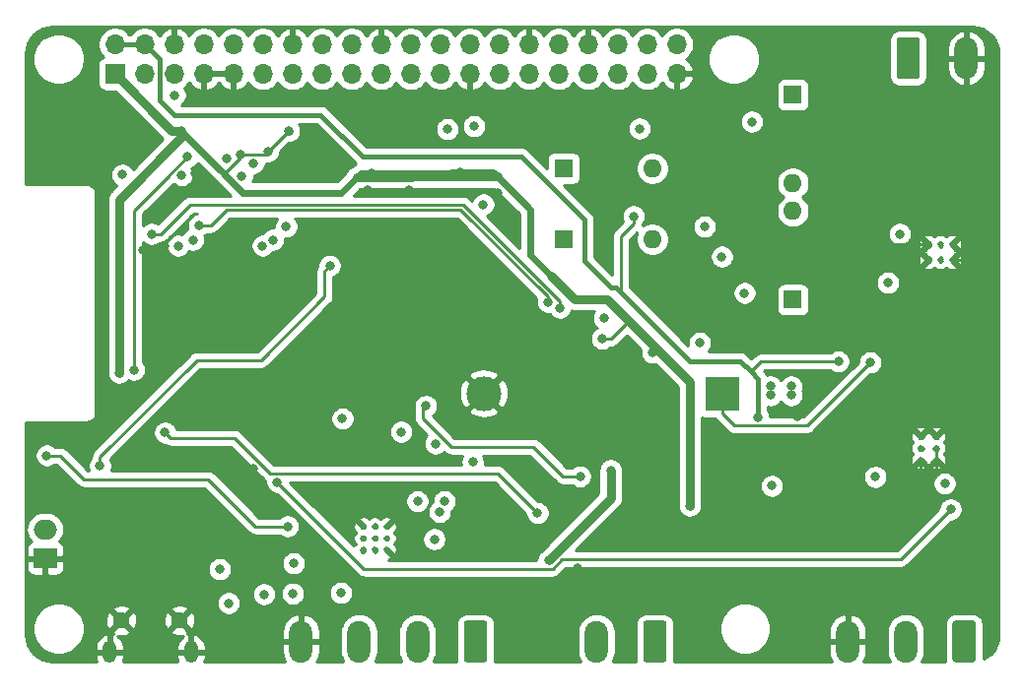
<source format=gbr>
G04 #@! TF.GenerationSoftware,KiCad,Pcbnew,(5.1.9)-1*
G04 #@! TF.CreationDate,2021-08-04T09:34:38-04:00*
G04 #@! TF.ProjectId,esp32 Core  V-0.1,65737033-3220-4436-9f72-652020562d30,rev?*
G04 #@! TF.SameCoordinates,Original*
G04 #@! TF.FileFunction,Copper,L3,Inr*
G04 #@! TF.FilePolarity,Positive*
%FSLAX46Y46*%
G04 Gerber Fmt 4.6, Leading zero omitted, Abs format (unit mm)*
G04 Created by KiCad (PCBNEW (5.1.9)-1) date 2021-08-04 09:34:38*
%MOMM*%
%LPD*%
G01*
G04 APERTURE LIST*
G04 #@! TA.AperFunction,ComponentPad*
%ADD10O,1.600000X1.600000*%
G04 #@! TD*
G04 #@! TA.AperFunction,ComponentPad*
%ADD11R,1.600000X1.600000*%
G04 #@! TD*
G04 #@! TA.AperFunction,ComponentPad*
%ADD12C,0.500000*%
G04 #@! TD*
G04 #@! TA.AperFunction,ComponentPad*
%ADD13O,2.000000X3.600000*%
G04 #@! TD*
G04 #@! TA.AperFunction,ComponentPad*
%ADD14R,3.000000X3.000000*%
G04 #@! TD*
G04 #@! TA.AperFunction,ComponentPad*
%ADD15C,3.000000*%
G04 #@! TD*
G04 #@! TA.AperFunction,ComponentPad*
%ADD16R,2.000000X1.700000*%
G04 #@! TD*
G04 #@! TA.AperFunction,ComponentPad*
%ADD17O,2.000000X1.700000*%
G04 #@! TD*
G04 #@! TA.AperFunction,ComponentPad*
%ADD18O,1.700000X1.700000*%
G04 #@! TD*
G04 #@! TA.AperFunction,ComponentPad*
%ADD19R,1.700000X1.700000*%
G04 #@! TD*
G04 #@! TA.AperFunction,ComponentPad*
%ADD20O,1.200000X1.900000*%
G04 #@! TD*
G04 #@! TA.AperFunction,ComponentPad*
%ADD21C,1.450000*%
G04 #@! TD*
G04 #@! TA.AperFunction,ViaPad*
%ADD22C,0.800000*%
G04 #@! TD*
G04 #@! TA.AperFunction,Conductor*
%ADD23C,0.250000*%
G04 #@! TD*
G04 #@! TA.AperFunction,Conductor*
%ADD24C,0.800000*%
G04 #@! TD*
G04 #@! TA.AperFunction,Conductor*
%ADD25C,0.600000*%
G04 #@! TD*
G04 #@! TA.AperFunction,Conductor*
%ADD26C,0.400000*%
G04 #@! TD*
G04 #@! TA.AperFunction,Conductor*
%ADD27C,0.254000*%
G04 #@! TD*
G04 #@! TA.AperFunction,Conductor*
%ADD28C,0.100000*%
G04 #@! TD*
G04 APERTURE END LIST*
D10*
G04 #@! TO.N,/AIN3*
G04 #@! TO.C,JP4*
X234520000Y-107900000D03*
D11*
G04 #@! TO.N,Net-(JP4-Pad1)*
X226900000Y-107900000D03*
G04 #@! TD*
D10*
G04 #@! TO.N,/AIN2*
G04 #@! TO.C,JP3*
X234520000Y-114000000D03*
D11*
G04 #@! TO.N,Net-(JP3-Pad1)*
X226900000Y-114000000D03*
G04 #@! TD*
D10*
G04 #@! TO.N,/AIN1*
G04 #@! TO.C,JP2*
X246600000Y-109200000D03*
D11*
G04 #@! TO.N,Net-(JP2-Pad1)*
X246600000Y-101580000D03*
G04 #@! TD*
D10*
G04 #@! TO.N,/AIN0*
G04 #@! TO.C,JP1*
X246600000Y-111580000D03*
D11*
G04 #@! TO.N,Net-(JP1-Pad1)*
X246600000Y-119200000D03*
G04 #@! TD*
D12*
G04 #@! TO.N,GND*
G04 #@! TO.C,U13*
X260270000Y-114446000D03*
X260270000Y-115746000D03*
X259270000Y-114446000D03*
X259270000Y-115746000D03*
X258270000Y-114446000D03*
X258270000Y-115746000D03*
G04 #@! TD*
G04 #@! TO.N,GND*
G04 #@! TO.C,U1*
X257596000Y-130976000D03*
X258896000Y-130976000D03*
X257596000Y-131976000D03*
X258896000Y-131976000D03*
X257596000Y-132976000D03*
X258896000Y-132976000D03*
G04 #@! TD*
D13*
G04 #@! TO.N,GND*
G04 #@! TO.C,J5*
X251305000Y-148590000D03*
G04 #@! TO.N,+5VD*
X256305000Y-148590000D03*
G04 #@! TO.N,VDC*
G04 #@! TA.AperFunction,ComponentPad*
G36*
G01*
X262305000Y-147040000D02*
X262305000Y-150140000D01*
G75*
G02*
X262055000Y-150390000I-250000J0D01*
G01*
X260555000Y-150390000D01*
G75*
G02*
X260305000Y-150140000I0J250000D01*
G01*
X260305000Y-147040000D01*
G75*
G02*
X260555000Y-146790000I250000J0D01*
G01*
X262055000Y-146790000D01*
G75*
G02*
X262305000Y-147040000I0J-250000D01*
G01*
G37*
G04 #@! TD.AperFunction*
G04 #@! TD*
G04 #@! TO.N,GND*
G04 #@! TO.C,J4*
X261500000Y-98425000D03*
G04 #@! TO.N,+12V*
G04 #@! TA.AperFunction,ComponentPad*
G36*
G01*
X255500000Y-99975000D02*
X255500000Y-96875000D01*
G75*
G02*
X255750000Y-96625000I250000J0D01*
G01*
X257250000Y-96625000D01*
G75*
G02*
X257500000Y-96875000I0J-250000D01*
G01*
X257500000Y-99975000D01*
G75*
G02*
X257250000Y-100225000I-250000J0D01*
G01*
X255750000Y-100225000D01*
G75*
G02*
X255500000Y-99975000I0J250000D01*
G01*
G37*
G04 #@! TD.AperFunction*
G04 #@! TD*
G04 #@! TO.N,GND*
G04 #@! TO.C,J13*
X204343000Y-148590000D03*
G04 #@! TO.N,/TX2*
X209343000Y-148590000D03*
G04 #@! TO.N,/RX25*
X214343000Y-148590000D03*
G04 #@! TO.N,+5V*
G04 #@! TA.AperFunction,ComponentPad*
G36*
G01*
X220343000Y-147040000D02*
X220343000Y-150140000D01*
G75*
G02*
X220093000Y-150390000I-250000J0D01*
G01*
X218593000Y-150390000D01*
G75*
G02*
X218343000Y-150140000I0J250000D01*
G01*
X218343000Y-147040000D01*
G75*
G02*
X218593000Y-146790000I250000J0D01*
G01*
X220093000Y-146790000D01*
G75*
G02*
X220343000Y-147040000I0J-250000D01*
G01*
G37*
G04 #@! TD.AperFunction*
G04 #@! TD*
G04 #@! TO.N,/A*
G04 #@! TO.C,J2*
X229743000Y-148590000D03*
G04 #@! TO.N,/B*
G04 #@! TA.AperFunction,ComponentPad*
G36*
G01*
X235743000Y-147040000D02*
X235743000Y-150140000D01*
G75*
G02*
X235493000Y-150390000I-250000J0D01*
G01*
X233993000Y-150390000D01*
G75*
G02*
X233743000Y-150140000I0J250000D01*
G01*
X233743000Y-147040000D01*
G75*
G02*
X233993000Y-146790000I250000J0D01*
G01*
X235493000Y-146790000D01*
G75*
G02*
X235743000Y-147040000I0J-250000D01*
G01*
G37*
G04 #@! TD.AperFunction*
G04 #@! TD*
D14*
G04 #@! TO.N,Net-(BT1-Pad1)*
G04 #@! TO.C,BT1*
X240538000Y-127254000D03*
D15*
G04 #@! TO.N,GND*
X220048000Y-127254000D03*
G04 #@! TD*
D16*
G04 #@! TO.N,GND*
G04 #@! TO.C,BT2*
X182372000Y-141438000D03*
D17*
G04 #@! TO.N,+BATT*
X182372000Y-138938000D03*
G04 #@! TD*
D18*
G04 #@! TO.N,/AIN1*
G04 #@! TO.C,J3*
X236632600Y-97232300D03*
G04 #@! TO.N,GND*
X236632600Y-99772300D03*
G04 #@! TO.N,/AIN0*
X234092600Y-97232300D03*
G04 #@! TO.N,/AIN2*
X234092600Y-99772300D03*
G04 #@! TO.N,/O12*
X231552600Y-97232300D03*
G04 #@! TO.N,/AIN3*
X231552600Y-99772300D03*
G04 #@! TO.N,GND*
X229012600Y-97232300D03*
G04 #@! TO.N,/O14*
X229012600Y-99772300D03*
G04 #@! TO.N,/O26*
X226472600Y-97232300D03*
G04 #@! TO.N,/O27*
X226472600Y-99772300D03*
G04 #@! TO.N,GND*
X223932600Y-97232300D03*
G04 #@! TO.N,/O25*
X223932600Y-99772300D03*
G04 #@! TO.N,/COM*
X221392600Y-97232300D03*
G04 #@! TO.N,/O33*
X221392600Y-99772300D03*
G04 #@! TO.N,/CS*
X218852600Y-97232300D03*
G04 #@! TO.N,GND*
X218852600Y-99772300D03*
G04 #@! TO.N,/DI35*
X216312600Y-97232300D03*
G04 #@! TO.N,/SCK*
X216312600Y-99772300D03*
G04 #@! TO.N,/DI34*
X213772600Y-97232300D03*
G04 #@! TO.N,/MISO*
X213772600Y-99772300D03*
G04 #@! TO.N,GND*
X211232600Y-97232300D03*
G04 #@! TO.N,/MOSI*
X211232600Y-99772300D03*
G04 #@! TO.N,/DI39*
X208692600Y-97232300D03*
G04 #@! TO.N,+3V3*
X208692600Y-99772300D03*
G04 #@! TO.N,/IO2*
X206152600Y-97232300D03*
G04 #@! TO.N,/DI36*
X206152600Y-99772300D03*
G04 #@! TO.N,GND*
X203612600Y-97232300D03*
G04 #@! TO.N,/GPIO0*
X203612600Y-99772300D03*
G04 #@! TO.N,/IO4*
X201072600Y-97232300D03*
G04 #@! TO.N,/RESET*
X201072600Y-99772300D03*
G04 #@! TO.N,/RXD*
X198532600Y-97232300D03*
G04 #@! TO.N,GND*
X198532600Y-99772300D03*
G04 #@! TO.N,/TXD*
X195992600Y-97232300D03*
G04 #@! TO.N,GND*
X195992600Y-99772300D03*
X193452600Y-97232300D03*
G04 #@! TO.N,/SCL*
X193452600Y-99772300D03*
G04 #@! TO.N,+5V*
X190912600Y-97232300D03*
G04 #@! TO.N,/SDA*
X190912600Y-99772300D03*
G04 #@! TO.N,+5V*
X188372600Y-97232300D03*
D19*
G04 #@! TO.N,+3V3*
X188372600Y-99772300D03*
G04 #@! TD*
D12*
G04 #@! TO.N,GND*
G04 #@! TO.C,U5*
X209693000Y-138700000D03*
X210693000Y-138700000D03*
X211693000Y-138700000D03*
X209693000Y-139700000D03*
X210693000Y-139700000D03*
X211693000Y-139700000D03*
X209693000Y-140700000D03*
X210693000Y-140700000D03*
X211693000Y-140700000D03*
G04 #@! TD*
D20*
G04 #@! TO.N,GND*
G04 #@! TO.C,J1*
X194905000Y-149479000D03*
X187905000Y-149479000D03*
D21*
X193905000Y-146779000D03*
X188905000Y-146779000D03*
G04 #@! TD*
D22*
G04 #@! TO.N,GND*
X193421000Y-145251000D03*
X228092000Y-142240000D03*
X236093000Y-143002000D03*
X210058000Y-109728000D03*
X213614000Y-109728000D03*
X217424000Y-109982000D03*
X221234000Y-109982000D03*
X263144000Y-120650000D03*
X216789000Y-126365000D03*
X205041500Y-130556000D03*
X200215500Y-133731000D03*
X193230500Y-140144500D03*
X248793000Y-133350000D03*
X248329500Y-96981500D03*
X184467500Y-135572500D03*
X243967000Y-111125000D03*
X225933000Y-130429000D03*
X234696000Y-127762000D03*
X188849000Y-138049000D03*
X245237000Y-143764000D03*
X239776000Y-137160000D03*
X234250000Y-118100000D03*
X243450000Y-121150000D03*
X242150000Y-123100000D03*
X251650000Y-116650000D03*
X262250000Y-115250000D03*
X251750000Y-114250000D03*
X257250000Y-136000000D03*
X256500000Y-127250000D03*
X253000000Y-146250000D03*
X249500000Y-146250000D03*
X258250000Y-146000000D03*
X221250000Y-112500000D03*
X205750000Y-108000000D03*
X209750000Y-102500000D03*
X213000000Y-102250000D03*
X207750000Y-101750000D03*
X216027000Y-101473000D03*
X203200000Y-107823000D03*
X195233761Y-108311233D03*
X203200000Y-106299000D03*
X209804000Y-104267000D03*
X205613000Y-104775000D03*
X205438671Y-102138821D03*
X190754000Y-114935000D03*
X192659000Y-114554000D03*
X186944000Y-102870000D03*
X190373000Y-104648000D03*
X188722000Y-106807000D03*
X241600000Y-134400000D03*
X247000000Y-129200000D03*
X230835200Y-105765600D03*
X251104400Y-138226800D03*
X254457200Y-114808000D03*
X257556000Y-128676400D03*
X198850000Y-140100000D03*
G04 #@! TO.N,+3V3*
X193500000Y-101600000D03*
X203301600Y-104691028D03*
X201522601Y-106426000D03*
X194106800Y-104648000D03*
X188722000Y-125476000D03*
X237744000Y-136906000D03*
X230200000Y-122550000D03*
X234550000Y-123750000D03*
X238600000Y-122900000D03*
X218059000Y-108204000D03*
X213995000Y-108458000D03*
X210439000Y-108331000D03*
X219202000Y-104267000D03*
X216916000Y-104521000D03*
X199136000Y-106680000D03*
G04 #@! TO.N,+5V*
X182499000Y-132588000D03*
X232918000Y-112014000D03*
X243586000Y-129286000D03*
X203200000Y-138684000D03*
X225615500Y-141605000D03*
X230949500Y-133858000D03*
X250500000Y-124500000D03*
X244800000Y-135200000D03*
G04 #@! TO.N,/TXD*
X193802000Y-114554000D03*
X216268080Y-137444147D03*
X214343990Y-136525000D03*
G04 #@! TO.N,/RXD*
X195072000Y-114046000D03*
X212946990Y-130556000D03*
G04 #@! TO.N,/RESET*
X189992000Y-125222000D03*
X224663000Y-137541000D03*
X192659000Y-130619500D03*
X194578957Y-106929347D03*
G04 #@! TO.N,/GPIO0*
X203073000Y-112903000D03*
X216662000Y-136525000D03*
X228318153Y-134393847D03*
X215074500Y-128333500D03*
G04 #@! TO.N,/CS*
X199263000Y-108585000D03*
G04 #@! TO.N,/DM*
X201168000Y-144526000D03*
X203649153Y-144467153D03*
G04 #@! TO.N,/DTR*
X219100000Y-133148012D03*
X215900000Y-131572000D03*
G04 #@! TO.N,/SDA*
X194090653Y-108490653D03*
X195580000Y-112776000D03*
X225552000Y-119380000D03*
G04 #@! TO.N,/SCL*
X226601000Y-119888000D03*
X230378000Y-120777000D03*
X191516000Y-113538000D03*
G04 #@! TO.N,/MISO*
X197993000Y-107061000D03*
G04 #@! TO.N,/SCK*
X200279000Y-107442000D03*
G04 #@! TO.N,/MOSI*
X189000000Y-108450000D03*
G04 #@! TO.N,VBUS*
X207772000Y-144399000D03*
X203708000Y-141859000D03*
X197358000Y-142367000D03*
X198124653Y-145292653D03*
G04 #@! TO.N,Net-(C1-Pad2)*
X259651500Y-135001000D03*
X253682500Y-134429500D03*
G04 #@! TO.N,/VIN*
X202311000Y-134874000D03*
X260159500Y-137223500D03*
G04 #@! TO.N,/IO13*
X207899000Y-129413000D03*
G04 #@! TO.N,/RX2*
X201930000Y-114046000D03*
X215800000Y-139800000D03*
G04 #@! TO.N,/TX2*
X201041000Y-114554000D03*
G04 #@! TO.N,Net-(BT1-Pad1)*
X253238000Y-124587000D03*
G04 #@! TO.N,/AN1*
X242443000Y-118618000D03*
X243078000Y-103886000D03*
X240500000Y-115500000D03*
G04 #@! TO.N,/AN3*
X239014000Y-112903000D03*
X233427000Y-104479000D03*
G04 #@! TO.N,Net-(C26-Pad2)*
X254762000Y-117729000D03*
X255778000Y-113538000D03*
G04 #@! TO.N,Net-(U7-Pad7)*
X244690000Y-127408000D03*
X244690000Y-126646000D03*
X246468000Y-126646000D03*
X246468000Y-127408000D03*
G04 #@! TO.N,/RGBLED*
X187071000Y-133477000D03*
X206819500Y-116268500D03*
G04 #@! TO.N,/COM*
X220000000Y-111000000D03*
G04 #@! TD*
D23*
G04 #@! TO.N,GND*
X261754000Y-115746000D02*
X262250000Y-115250000D01*
X260270000Y-115746000D02*
X261754000Y-115746000D01*
X254819200Y-114446000D02*
X254457200Y-114808000D01*
X258270000Y-114446000D02*
X254819200Y-114446000D01*
X257596000Y-135654000D02*
X257250000Y-136000000D01*
X257596000Y-132976000D02*
X257596000Y-135654000D01*
X258896000Y-134354000D02*
X257250000Y-136000000D01*
X258896000Y-131976000D02*
X258896000Y-134354000D01*
D24*
G04 #@! TO.N,+3V3*
X193248300Y-104648000D02*
X194106800Y-104648000D01*
X188372600Y-99772300D02*
X193248300Y-104648000D01*
X203258572Y-104648000D02*
X203301600Y-104691028D01*
X227838000Y-119126000D02*
X225806000Y-117094000D01*
X230632000Y-119126000D02*
X227838000Y-119126000D01*
X188722000Y-110598485D02*
X188722000Y-125476000D01*
X194106800Y-105213685D02*
X188722000Y-110598485D01*
X194106800Y-104648000D02*
X194106800Y-105213685D01*
X237744000Y-126238000D02*
X237744000Y-136906000D01*
D23*
X234728000Y-123572000D02*
X234550000Y-123750000D01*
X235078000Y-123572000D02*
X234728000Y-123572000D01*
D24*
X235078000Y-123572000D02*
X237744000Y-126238000D01*
D23*
X231000000Y-122550000D02*
X232528000Y-121022000D01*
X230200000Y-122550000D02*
X231000000Y-122550000D01*
D24*
X232528000Y-121022000D02*
X235078000Y-123572000D01*
X230632000Y-119126000D02*
X232528000Y-121022000D01*
D23*
X213995000Y-108458000D02*
X214122000Y-108458000D01*
X214249000Y-108331000D02*
X214503000Y-108331000D01*
X214122000Y-108458000D02*
X214249000Y-108331000D01*
X214503000Y-108331000D02*
X217932000Y-108331000D01*
X210439000Y-108331000D02*
X214503000Y-108331000D01*
D25*
X209473800Y-108331000D02*
X210439000Y-108331000D01*
X199327998Y-109982000D02*
X207822800Y-109982000D01*
X194106800Y-104648000D02*
X194106800Y-104760802D01*
X217232002Y-108204000D02*
X218059000Y-108204000D01*
X217105002Y-108331000D02*
X217232002Y-108204000D01*
X210439000Y-108331000D02*
X217105002Y-108331000D01*
X218059000Y-108204000D02*
X220788002Y-108204000D01*
X224028000Y-115316000D02*
X225806000Y-117094000D01*
X224028000Y-111443998D02*
X224028000Y-115316000D01*
D23*
X199136000Y-106991002D02*
X199136000Y-106680000D01*
X197892001Y-108235001D02*
X199136000Y-106991002D01*
X197580999Y-108235001D02*
X197892001Y-108235001D01*
D25*
X194106800Y-104760802D02*
X197580999Y-108235001D01*
X197580999Y-108235001D02*
X199327998Y-109982000D01*
D23*
X203257573Y-104691028D02*
X201522601Y-106426000D01*
X203301600Y-104691028D02*
X203257573Y-104691028D01*
X201268601Y-106680000D02*
X201522601Y-106426000D01*
X199136000Y-106680000D02*
X201268601Y-106680000D01*
D24*
X213906100Y-108673900D02*
X209130900Y-108673900D01*
X213962501Y-108617499D02*
X213906100Y-108673900D01*
X221201501Y-108617499D02*
X213962501Y-108617499D01*
D25*
X209130900Y-108673900D02*
X209473800Y-108331000D01*
X207822800Y-109982000D02*
X209130900Y-108673900D01*
X220788002Y-108204000D02*
X221201501Y-108617499D01*
X221201501Y-108617499D02*
X224028000Y-111443998D01*
D26*
G04 #@! TO.N,+5V*
X243586000Y-129286000D02*
X243586000Y-125984000D01*
X242062000Y-124460000D02*
X237744000Y-124460000D01*
D23*
X200406000Y-138684000D02*
X203200000Y-138684000D01*
D26*
X190912600Y-97232300D02*
X188372600Y-97232300D01*
D23*
X182499000Y-132588000D02*
X183642000Y-132588000D01*
X185674000Y-134620000D02*
X196342000Y-134620000D01*
X183642000Y-132588000D02*
X185674000Y-134620000D01*
X196342000Y-134620000D02*
X200406000Y-138684000D01*
X243850000Y-124500000D02*
X242976000Y-125374000D01*
X250500000Y-124500000D02*
X243850000Y-124500000D01*
D26*
X242976000Y-125374000D02*
X242062000Y-124460000D01*
X243586000Y-125984000D02*
X242976000Y-125374000D01*
D23*
X232918000Y-112014000D02*
X232918000Y-112649000D01*
X231838500Y-113728500D02*
X231838500Y-118554500D01*
X232918000Y-112649000D02*
X231838500Y-113728500D01*
D26*
X237744000Y-124460000D02*
X231838500Y-118554500D01*
X192202599Y-98522299D02*
X190912600Y-97232300D01*
X206043001Y-103300001D02*
X193470001Y-103300001D01*
X209646502Y-106903502D02*
X206043001Y-103300001D01*
X223296498Y-106903502D02*
X209646502Y-106903502D01*
X193470001Y-103300001D02*
X192202599Y-102032599D01*
X228693998Y-112301002D02*
X223296498Y-106903502D01*
X228693998Y-115843998D02*
X228693998Y-112301002D01*
X230960000Y-118110000D02*
X228693998Y-115843998D01*
X231394000Y-118110000D02*
X230960000Y-118110000D01*
X192202599Y-102032599D02*
X192202599Y-98522299D01*
X231838500Y-118554500D02*
X231394000Y-118110000D01*
D24*
X230949500Y-136271000D02*
X225615500Y-141605000D01*
X230949500Y-133858000D02*
X230949500Y-136271000D01*
D23*
G04 #@! TO.N,/RESET*
X189992000Y-125222000D02*
X189992000Y-111516304D01*
X198621502Y-131064000D02*
X193103500Y-131064000D01*
X201706501Y-134148999D02*
X198621502Y-131064000D01*
X193103500Y-131064000D02*
X192659000Y-130619500D01*
X221270999Y-134148999D02*
X201706501Y-134148999D01*
X224663000Y-137541000D02*
X221270999Y-134148999D01*
X192791152Y-108717152D02*
X194578957Y-106929347D01*
X189992000Y-111516304D02*
X192791152Y-108717152D01*
G04 #@! TO.N,/GPIO0*
X214814002Y-129413000D02*
X217227002Y-131826000D01*
X217227002Y-131826000D02*
X224282000Y-131826000D01*
X226849847Y-134393847D02*
X228318153Y-134393847D01*
X224282000Y-131826000D02*
X226849847Y-134393847D01*
X214814002Y-128593998D02*
X215074500Y-128333500D01*
X214814002Y-129413000D02*
X214814002Y-128593998D01*
G04 #@! TO.N,/SDA*
X195580000Y-112776000D02*
X196596000Y-112776000D01*
X196596000Y-112776000D02*
X197923990Y-111448010D01*
X197923990Y-111448010D02*
X218056602Y-111448010D01*
X225552000Y-118943408D02*
X225552000Y-119380000D01*
X218056602Y-111448010D02*
X225552000Y-118943408D01*
G04 #@! TO.N,/SCL*
X226601000Y-119355998D02*
X226601000Y-119888000D01*
X218243002Y-110998000D02*
X226601000Y-119355998D01*
X194818000Y-110998000D02*
X218243002Y-110998000D01*
X192278000Y-113538000D02*
X194818000Y-110998000D01*
X191516000Y-113538000D02*
X192278000Y-113538000D01*
G04 #@! TO.N,/VIN*
X209767001Y-142330001D02*
X202311000Y-134874000D01*
X225963501Y-142330001D02*
X209767001Y-142330001D01*
X226778503Y-141514999D02*
X225963501Y-142330001D01*
X255868001Y-141514999D02*
X226778503Y-141514999D01*
X260159500Y-137223500D02*
X255868001Y-141514999D01*
G04 #@! TO.N,Net-(BT1-Pad1)*
X247813999Y-130011001D02*
X253238000Y-124587000D01*
X241545001Y-130011001D02*
X247813999Y-130011001D01*
X240538000Y-129004000D02*
X241545001Y-130011001D01*
X240538000Y-127254000D02*
X240538000Y-129004000D01*
G04 #@! TO.N,/RGBLED*
X206375000Y-116713000D02*
X206819500Y-116268500D01*
X206375000Y-118935500D02*
X206375000Y-116713000D01*
X187071000Y-133477000D02*
X187071000Y-132715000D01*
X195389500Y-124396500D02*
X200914000Y-124396500D01*
X187071000Y-132715000D02*
X195389500Y-124396500D01*
X200914000Y-124396500D02*
X206375000Y-118935500D01*
G04 #@! TD*
D27*
G04 #@! TO.N,GND*
X262444134Y-95756953D02*
X262871355Y-95885938D01*
X263265384Y-96095446D01*
X263611214Y-96377499D01*
X263895673Y-96721351D01*
X264107929Y-97113910D01*
X264239892Y-97540213D01*
X264290000Y-98016964D01*
X264290001Y-147965269D01*
X264243048Y-148444133D01*
X264114063Y-148871353D01*
X263904554Y-149265384D01*
X263622501Y-149611214D01*
X263278651Y-149895672D01*
X262943072Y-150077118D01*
X262943072Y-147040000D01*
X262926008Y-146866746D01*
X262875472Y-146700150D01*
X262793405Y-146546614D01*
X262682962Y-146412038D01*
X262548386Y-146301595D01*
X262394850Y-146219528D01*
X262228254Y-146168992D01*
X262055000Y-146151928D01*
X260555000Y-146151928D01*
X260381746Y-146168992D01*
X260215150Y-146219528D01*
X260061614Y-146301595D01*
X259927038Y-146412038D01*
X259816595Y-146546614D01*
X259734528Y-146700150D01*
X259683992Y-146866746D01*
X259666928Y-147040000D01*
X259666928Y-150140000D01*
X259681702Y-150290000D01*
X257677847Y-150290000D01*
X257822852Y-150018715D01*
X257916343Y-149710516D01*
X257940000Y-149470322D01*
X257940000Y-147709678D01*
X257916343Y-147469484D01*
X257822852Y-147161285D01*
X257671031Y-146877248D01*
X257466714Y-146628286D01*
X257217752Y-146423969D01*
X256933715Y-146272148D01*
X256625516Y-146178657D01*
X256305000Y-146147089D01*
X255984485Y-146178657D01*
X255676286Y-146272148D01*
X255392249Y-146423969D01*
X255143287Y-146628286D01*
X254938970Y-146877248D01*
X254787149Y-147161285D01*
X254693658Y-147469484D01*
X254670000Y-147709678D01*
X254670000Y-149470321D01*
X254693657Y-149710515D01*
X254787148Y-150018714D01*
X254932153Y-150290000D01*
X252666678Y-150290000D01*
X252766942Y-150133020D01*
X252883807Y-149833532D01*
X252940000Y-149517000D01*
X252940000Y-148717000D01*
X251432000Y-148717000D01*
X251432000Y-148737000D01*
X251178000Y-148737000D01*
X251178000Y-148717000D01*
X249670000Y-148717000D01*
X249670000Y-149517000D01*
X249726193Y-149833532D01*
X249843058Y-150133020D01*
X249943322Y-150290000D01*
X236366298Y-150290000D01*
X236381072Y-150140000D01*
X236381072Y-147279872D01*
X240265000Y-147279872D01*
X240265000Y-147720128D01*
X240350890Y-148151925D01*
X240519369Y-148558669D01*
X240763962Y-148924729D01*
X241075271Y-149236038D01*
X241441331Y-149480631D01*
X241848075Y-149649110D01*
X242279872Y-149735000D01*
X242720128Y-149735000D01*
X243151925Y-149649110D01*
X243558669Y-149480631D01*
X243924729Y-149236038D01*
X244236038Y-148924729D01*
X244480631Y-148558669D01*
X244649110Y-148151925D01*
X244735000Y-147720128D01*
X244735000Y-147663000D01*
X249670000Y-147663000D01*
X249670000Y-148463000D01*
X251178000Y-148463000D01*
X251178000Y-146319223D01*
X251432000Y-146319223D01*
X251432000Y-148463000D01*
X252940000Y-148463000D01*
X252940000Y-147663000D01*
X252883807Y-147346468D01*
X252766942Y-147046980D01*
X252593895Y-146776046D01*
X252371317Y-146544078D01*
X252107761Y-146359990D01*
X251813355Y-146230856D01*
X251685434Y-146199876D01*
X251432000Y-146319223D01*
X251178000Y-146319223D01*
X250924566Y-146199876D01*
X250796645Y-146230856D01*
X250502239Y-146359990D01*
X250238683Y-146544078D01*
X250016105Y-146776046D01*
X249843058Y-147046980D01*
X249726193Y-147346468D01*
X249670000Y-147663000D01*
X244735000Y-147663000D01*
X244735000Y-147279872D01*
X244649110Y-146848075D01*
X244480631Y-146441331D01*
X244236038Y-146075271D01*
X243924729Y-145763962D01*
X243558669Y-145519369D01*
X243151925Y-145350890D01*
X242720128Y-145265000D01*
X242279872Y-145265000D01*
X241848075Y-145350890D01*
X241441331Y-145519369D01*
X241075271Y-145763962D01*
X240763962Y-146075271D01*
X240519369Y-146441331D01*
X240350890Y-146848075D01*
X240265000Y-147279872D01*
X236381072Y-147279872D01*
X236381072Y-147040000D01*
X236364008Y-146866746D01*
X236313472Y-146700150D01*
X236231405Y-146546614D01*
X236120962Y-146412038D01*
X235986386Y-146301595D01*
X235832850Y-146219528D01*
X235666254Y-146168992D01*
X235493000Y-146151928D01*
X233993000Y-146151928D01*
X233819746Y-146168992D01*
X233653150Y-146219528D01*
X233499614Y-146301595D01*
X233365038Y-146412038D01*
X233254595Y-146546614D01*
X233172528Y-146700150D01*
X233121992Y-146866746D01*
X233104928Y-147040000D01*
X233104928Y-150140000D01*
X233119702Y-150290000D01*
X231115847Y-150290000D01*
X231260852Y-150018715D01*
X231354343Y-149710516D01*
X231378000Y-149470322D01*
X231378000Y-147709678D01*
X231354343Y-147469484D01*
X231260852Y-147161285D01*
X231109031Y-146877248D01*
X230904714Y-146628286D01*
X230655752Y-146423969D01*
X230371715Y-146272148D01*
X230063516Y-146178657D01*
X229743000Y-146147089D01*
X229422485Y-146178657D01*
X229114286Y-146272148D01*
X228830249Y-146423969D01*
X228581287Y-146628286D01*
X228376970Y-146877248D01*
X228225149Y-147161285D01*
X228131658Y-147469484D01*
X228108000Y-147709678D01*
X228108000Y-149470321D01*
X228131657Y-149710515D01*
X228225148Y-150018714D01*
X228370153Y-150290000D01*
X220966298Y-150290000D01*
X220981072Y-150140000D01*
X220981072Y-147040000D01*
X220964008Y-146866746D01*
X220913472Y-146700150D01*
X220831405Y-146546614D01*
X220720962Y-146412038D01*
X220586386Y-146301595D01*
X220432850Y-146219528D01*
X220266254Y-146168992D01*
X220093000Y-146151928D01*
X218593000Y-146151928D01*
X218419746Y-146168992D01*
X218253150Y-146219528D01*
X218099614Y-146301595D01*
X217965038Y-146412038D01*
X217854595Y-146546614D01*
X217772528Y-146700150D01*
X217721992Y-146866746D01*
X217704928Y-147040000D01*
X217704928Y-150140000D01*
X217719702Y-150290000D01*
X215715847Y-150290000D01*
X215860852Y-150018715D01*
X215954343Y-149710516D01*
X215978000Y-149470322D01*
X215978000Y-147709678D01*
X215954343Y-147469484D01*
X215860852Y-147161285D01*
X215709031Y-146877248D01*
X215504714Y-146628286D01*
X215255752Y-146423969D01*
X214971715Y-146272148D01*
X214663516Y-146178657D01*
X214343000Y-146147089D01*
X214022485Y-146178657D01*
X213714286Y-146272148D01*
X213430249Y-146423969D01*
X213181287Y-146628286D01*
X212976970Y-146877248D01*
X212825149Y-147161285D01*
X212731658Y-147469484D01*
X212708000Y-147709678D01*
X212708000Y-149470321D01*
X212731657Y-149710515D01*
X212825148Y-150018714D01*
X212970153Y-150290000D01*
X210715847Y-150290000D01*
X210860852Y-150018715D01*
X210954343Y-149710516D01*
X210978000Y-149470322D01*
X210978000Y-147709678D01*
X210954343Y-147469484D01*
X210860852Y-147161285D01*
X210709031Y-146877248D01*
X210504714Y-146628286D01*
X210255752Y-146423969D01*
X209971715Y-146272148D01*
X209663516Y-146178657D01*
X209343000Y-146147089D01*
X209022485Y-146178657D01*
X208714286Y-146272148D01*
X208430249Y-146423969D01*
X208181287Y-146628286D01*
X207976970Y-146877248D01*
X207825149Y-147161285D01*
X207731658Y-147469484D01*
X207708000Y-147709678D01*
X207708000Y-149470321D01*
X207731657Y-149710515D01*
X207825148Y-150018714D01*
X207970153Y-150290000D01*
X205704678Y-150290000D01*
X205804942Y-150133020D01*
X205921807Y-149833532D01*
X205978000Y-149517000D01*
X205978000Y-148717000D01*
X204470000Y-148717000D01*
X204470000Y-148737000D01*
X204216000Y-148737000D01*
X204216000Y-148717000D01*
X202708000Y-148717000D01*
X202708000Y-149517000D01*
X202764193Y-149833532D01*
X202881058Y-150133020D01*
X202981322Y-150290000D01*
X196051452Y-150290000D01*
X196091493Y-150194496D01*
X196140000Y-149956000D01*
X196140000Y-149606000D01*
X195032000Y-149606000D01*
X195032000Y-149626000D01*
X194778000Y-149626000D01*
X194778000Y-149606000D01*
X193670000Y-149606000D01*
X193670000Y-149956000D01*
X193718507Y-150194496D01*
X193758548Y-150290000D01*
X189051452Y-150290000D01*
X189091493Y-150194496D01*
X189140000Y-149956000D01*
X189140000Y-149606000D01*
X188032000Y-149606000D01*
X188032000Y-149626000D01*
X187778000Y-149626000D01*
X187778000Y-149606000D01*
X186670000Y-149606000D01*
X186670000Y-149956000D01*
X186718507Y-150194496D01*
X186758548Y-150290000D01*
X183034721Y-150290000D01*
X182555867Y-150243048D01*
X182128647Y-150114063D01*
X181734616Y-149904554D01*
X181388786Y-149622501D01*
X181104328Y-149278651D01*
X180892073Y-148886093D01*
X180760109Y-148459788D01*
X180710000Y-147983036D01*
X180710000Y-147279872D01*
X181265000Y-147279872D01*
X181265000Y-147720128D01*
X181350890Y-148151925D01*
X181519369Y-148558669D01*
X181763962Y-148924729D01*
X182075271Y-149236038D01*
X182441331Y-149480631D01*
X182848075Y-149649110D01*
X183279872Y-149735000D01*
X183720128Y-149735000D01*
X184151925Y-149649110D01*
X184558669Y-149480631D01*
X184924729Y-149236038D01*
X185158767Y-149002000D01*
X186670000Y-149002000D01*
X186670000Y-149352000D01*
X187778000Y-149352000D01*
X187778000Y-148060269D01*
X188032000Y-148060269D01*
X188032000Y-149352000D01*
X189140000Y-149352000D01*
X189140000Y-149002000D01*
X189091493Y-148763504D01*
X188997390Y-148539054D01*
X188861307Y-148337275D01*
X188688474Y-148165922D01*
X188593164Y-148102829D01*
X188710849Y-148131719D01*
X188978482Y-148143604D01*
X189243291Y-148103048D01*
X189495100Y-148011609D01*
X189602035Y-147954450D01*
X189664528Y-147718133D01*
X193145472Y-147718133D01*
X193207965Y-147954450D01*
X193450678Y-148067850D01*
X193710849Y-148131719D01*
X193978482Y-148143604D01*
X194208442Y-148108385D01*
X194121526Y-148165922D01*
X193948693Y-148337275D01*
X193812610Y-148539054D01*
X193718507Y-148763504D01*
X193670000Y-149002000D01*
X193670000Y-149352000D01*
X194778000Y-149352000D01*
X194778000Y-148060269D01*
X195032000Y-148060269D01*
X195032000Y-149352000D01*
X196140000Y-149352000D01*
X196140000Y-149002000D01*
X196091493Y-148763504D01*
X195997390Y-148539054D01*
X195861307Y-148337275D01*
X195688474Y-148165922D01*
X195485533Y-148031579D01*
X195260282Y-147939409D01*
X195222609Y-147935538D01*
X195032000Y-148060269D01*
X194778000Y-148060269D01*
X194604138Y-147946497D01*
X194664528Y-147718133D01*
X194609395Y-147663000D01*
X202708000Y-147663000D01*
X202708000Y-148463000D01*
X204216000Y-148463000D01*
X204216000Y-146319223D01*
X204470000Y-146319223D01*
X204470000Y-148463000D01*
X205978000Y-148463000D01*
X205978000Y-147663000D01*
X205921807Y-147346468D01*
X205804942Y-147046980D01*
X205631895Y-146776046D01*
X205409317Y-146544078D01*
X205145761Y-146359990D01*
X204851355Y-146230856D01*
X204723434Y-146199876D01*
X204470000Y-146319223D01*
X204216000Y-146319223D01*
X203962566Y-146199876D01*
X203834645Y-146230856D01*
X203540239Y-146359990D01*
X203276683Y-146544078D01*
X203054105Y-146776046D01*
X202881058Y-147046980D01*
X202764193Y-147346468D01*
X202708000Y-147663000D01*
X194609395Y-147663000D01*
X193905000Y-146958605D01*
X193145472Y-147718133D01*
X189664528Y-147718133D01*
X188905000Y-146958605D01*
X188145472Y-147718133D01*
X188205862Y-147946497D01*
X188032000Y-148060269D01*
X187778000Y-148060269D01*
X187587391Y-147935538D01*
X187549718Y-147939409D01*
X187324467Y-148031579D01*
X187121526Y-148165922D01*
X186948693Y-148337275D01*
X186812610Y-148539054D01*
X186718507Y-148763504D01*
X186670000Y-149002000D01*
X185158767Y-149002000D01*
X185236038Y-148924729D01*
X185480631Y-148558669D01*
X185649110Y-148151925D01*
X185735000Y-147720128D01*
X185735000Y-147279872D01*
X185649987Y-146852482D01*
X187540396Y-146852482D01*
X187580952Y-147117291D01*
X187672391Y-147369100D01*
X187729550Y-147476035D01*
X187965867Y-147538528D01*
X188725395Y-146779000D01*
X189084605Y-146779000D01*
X189844133Y-147538528D01*
X190080450Y-147476035D01*
X190193850Y-147233322D01*
X190257719Y-146973151D01*
X190263077Y-146852482D01*
X192540396Y-146852482D01*
X192580952Y-147117291D01*
X192672391Y-147369100D01*
X192729550Y-147476035D01*
X192965867Y-147538528D01*
X193725395Y-146779000D01*
X194084605Y-146779000D01*
X194844133Y-147538528D01*
X195080450Y-147476035D01*
X195193850Y-147233322D01*
X195257719Y-146973151D01*
X195269604Y-146705518D01*
X195229048Y-146440709D01*
X195137609Y-146188900D01*
X195080450Y-146081965D01*
X194844133Y-146019472D01*
X194084605Y-146779000D01*
X193725395Y-146779000D01*
X192965867Y-146019472D01*
X192729550Y-146081965D01*
X192616150Y-146324678D01*
X192552281Y-146584849D01*
X192540396Y-146852482D01*
X190263077Y-146852482D01*
X190269604Y-146705518D01*
X190229048Y-146440709D01*
X190137609Y-146188900D01*
X190080450Y-146081965D01*
X189844133Y-146019472D01*
X189084605Y-146779000D01*
X188725395Y-146779000D01*
X187965867Y-146019472D01*
X187729550Y-146081965D01*
X187616150Y-146324678D01*
X187552281Y-146584849D01*
X187540396Y-146852482D01*
X185649987Y-146852482D01*
X185649110Y-146848075D01*
X185480631Y-146441331D01*
X185236038Y-146075271D01*
X185000634Y-145839867D01*
X188145472Y-145839867D01*
X188905000Y-146599395D01*
X189664528Y-145839867D01*
X193145472Y-145839867D01*
X193905000Y-146599395D01*
X194664528Y-145839867D01*
X194602035Y-145603550D01*
X194359322Y-145490150D01*
X194099151Y-145426281D01*
X193831518Y-145414396D01*
X193566709Y-145454952D01*
X193314900Y-145546391D01*
X193207965Y-145603550D01*
X193145472Y-145839867D01*
X189664528Y-145839867D01*
X189602035Y-145603550D01*
X189359322Y-145490150D01*
X189099151Y-145426281D01*
X188831518Y-145414396D01*
X188566709Y-145454952D01*
X188314900Y-145546391D01*
X188207965Y-145603550D01*
X188145472Y-145839867D01*
X185000634Y-145839867D01*
X184924729Y-145763962D01*
X184558669Y-145519369D01*
X184151925Y-145350890D01*
X183720128Y-145265000D01*
X183279872Y-145265000D01*
X182848075Y-145350890D01*
X182441331Y-145519369D01*
X182075271Y-145763962D01*
X181763962Y-146075271D01*
X181519369Y-146441331D01*
X181350890Y-146848075D01*
X181265000Y-147279872D01*
X180710000Y-147279872D01*
X180710000Y-145190714D01*
X197089653Y-145190714D01*
X197089653Y-145394592D01*
X197129427Y-145594551D01*
X197207448Y-145782909D01*
X197320716Y-145952427D01*
X197464879Y-146096590D01*
X197634397Y-146209858D01*
X197822755Y-146287879D01*
X198022714Y-146327653D01*
X198226592Y-146327653D01*
X198426551Y-146287879D01*
X198614909Y-146209858D01*
X198784427Y-146096590D01*
X198928590Y-145952427D01*
X199041858Y-145782909D01*
X199119879Y-145594551D01*
X199159653Y-145394592D01*
X199159653Y-145190714D01*
X199119879Y-144990755D01*
X199041858Y-144802397D01*
X198928590Y-144632879D01*
X198784427Y-144488716D01*
X198687664Y-144424061D01*
X200133000Y-144424061D01*
X200133000Y-144627939D01*
X200172774Y-144827898D01*
X200250795Y-145016256D01*
X200364063Y-145185774D01*
X200508226Y-145329937D01*
X200677744Y-145443205D01*
X200866102Y-145521226D01*
X201066061Y-145561000D01*
X201269939Y-145561000D01*
X201469898Y-145521226D01*
X201658256Y-145443205D01*
X201827774Y-145329937D01*
X201971937Y-145185774D01*
X202085205Y-145016256D01*
X202163226Y-144827898D01*
X202203000Y-144627939D01*
X202203000Y-144424061D01*
X202191295Y-144365214D01*
X202614153Y-144365214D01*
X202614153Y-144569092D01*
X202653927Y-144769051D01*
X202731948Y-144957409D01*
X202845216Y-145126927D01*
X202989379Y-145271090D01*
X203158897Y-145384358D01*
X203347255Y-145462379D01*
X203547214Y-145502153D01*
X203751092Y-145502153D01*
X203951051Y-145462379D01*
X204139409Y-145384358D01*
X204308927Y-145271090D01*
X204453090Y-145126927D01*
X204566358Y-144957409D01*
X204644379Y-144769051D01*
X204684153Y-144569092D01*
X204684153Y-144365214D01*
X204670597Y-144297061D01*
X206737000Y-144297061D01*
X206737000Y-144500939D01*
X206776774Y-144700898D01*
X206854795Y-144889256D01*
X206968063Y-145058774D01*
X207112226Y-145202937D01*
X207281744Y-145316205D01*
X207470102Y-145394226D01*
X207670061Y-145434000D01*
X207873939Y-145434000D01*
X208073898Y-145394226D01*
X208262256Y-145316205D01*
X208431774Y-145202937D01*
X208575937Y-145058774D01*
X208689205Y-144889256D01*
X208767226Y-144700898D01*
X208807000Y-144500939D01*
X208807000Y-144297061D01*
X208767226Y-144097102D01*
X208689205Y-143908744D01*
X208575937Y-143739226D01*
X208431774Y-143595063D01*
X208262256Y-143481795D01*
X208073898Y-143403774D01*
X207873939Y-143364000D01*
X207670061Y-143364000D01*
X207470102Y-143403774D01*
X207281744Y-143481795D01*
X207112226Y-143595063D01*
X206968063Y-143739226D01*
X206854795Y-143908744D01*
X206776774Y-144097102D01*
X206737000Y-144297061D01*
X204670597Y-144297061D01*
X204644379Y-144165255D01*
X204566358Y-143976897D01*
X204453090Y-143807379D01*
X204308927Y-143663216D01*
X204139409Y-143549948D01*
X203951051Y-143471927D01*
X203751092Y-143432153D01*
X203547214Y-143432153D01*
X203347255Y-143471927D01*
X203158897Y-143549948D01*
X202989379Y-143663216D01*
X202845216Y-143807379D01*
X202731948Y-143976897D01*
X202653927Y-144165255D01*
X202614153Y-144365214D01*
X202191295Y-144365214D01*
X202163226Y-144224102D01*
X202085205Y-144035744D01*
X201971937Y-143866226D01*
X201827774Y-143722063D01*
X201658256Y-143608795D01*
X201469898Y-143530774D01*
X201269939Y-143491000D01*
X201066061Y-143491000D01*
X200866102Y-143530774D01*
X200677744Y-143608795D01*
X200508226Y-143722063D01*
X200364063Y-143866226D01*
X200250795Y-144035744D01*
X200172774Y-144224102D01*
X200133000Y-144424061D01*
X198687664Y-144424061D01*
X198614909Y-144375448D01*
X198426551Y-144297427D01*
X198226592Y-144257653D01*
X198022714Y-144257653D01*
X197822755Y-144297427D01*
X197634397Y-144375448D01*
X197464879Y-144488716D01*
X197320716Y-144632879D01*
X197207448Y-144802397D01*
X197129427Y-144990755D01*
X197089653Y-145190714D01*
X180710000Y-145190714D01*
X180710000Y-142288000D01*
X180733928Y-142288000D01*
X180746188Y-142412482D01*
X180782498Y-142532180D01*
X180841463Y-142642494D01*
X180920815Y-142739185D01*
X181017506Y-142818537D01*
X181127820Y-142877502D01*
X181247518Y-142913812D01*
X181372000Y-142926072D01*
X182086250Y-142923000D01*
X182245000Y-142764250D01*
X182245000Y-141565000D01*
X182499000Y-141565000D01*
X182499000Y-142764250D01*
X182657750Y-142923000D01*
X183372000Y-142926072D01*
X183496482Y-142913812D01*
X183616180Y-142877502D01*
X183726494Y-142818537D01*
X183823185Y-142739185D01*
X183902537Y-142642494D01*
X183961502Y-142532180D01*
X183997812Y-142412482D01*
X184010072Y-142288000D01*
X184009948Y-142265061D01*
X196323000Y-142265061D01*
X196323000Y-142468939D01*
X196362774Y-142668898D01*
X196440795Y-142857256D01*
X196554063Y-143026774D01*
X196698226Y-143170937D01*
X196867744Y-143284205D01*
X197056102Y-143362226D01*
X197256061Y-143402000D01*
X197459939Y-143402000D01*
X197659898Y-143362226D01*
X197848256Y-143284205D01*
X198017774Y-143170937D01*
X198161937Y-143026774D01*
X198275205Y-142857256D01*
X198353226Y-142668898D01*
X198393000Y-142468939D01*
X198393000Y-142265061D01*
X198353226Y-142065102D01*
X198275205Y-141876744D01*
X198195236Y-141757061D01*
X202673000Y-141757061D01*
X202673000Y-141960939D01*
X202712774Y-142160898D01*
X202790795Y-142349256D01*
X202904063Y-142518774D01*
X203048226Y-142662937D01*
X203217744Y-142776205D01*
X203406102Y-142854226D01*
X203606061Y-142894000D01*
X203809939Y-142894000D01*
X204009898Y-142854226D01*
X204198256Y-142776205D01*
X204367774Y-142662937D01*
X204511937Y-142518774D01*
X204625205Y-142349256D01*
X204703226Y-142160898D01*
X204743000Y-141960939D01*
X204743000Y-141757061D01*
X204703226Y-141557102D01*
X204625205Y-141368744D01*
X204511937Y-141199226D01*
X204367774Y-141055063D01*
X204198256Y-140941795D01*
X204009898Y-140863774D01*
X203809939Y-140824000D01*
X203606061Y-140824000D01*
X203406102Y-140863774D01*
X203217744Y-140941795D01*
X203048226Y-141055063D01*
X202904063Y-141199226D01*
X202790795Y-141368744D01*
X202712774Y-141557102D01*
X202673000Y-141757061D01*
X198195236Y-141757061D01*
X198161937Y-141707226D01*
X198017774Y-141563063D01*
X197848256Y-141449795D01*
X197659898Y-141371774D01*
X197459939Y-141332000D01*
X197256061Y-141332000D01*
X197056102Y-141371774D01*
X196867744Y-141449795D01*
X196698226Y-141563063D01*
X196554063Y-141707226D01*
X196440795Y-141876744D01*
X196362774Y-142065102D01*
X196323000Y-142265061D01*
X184009948Y-142265061D01*
X184007000Y-141723750D01*
X183848250Y-141565000D01*
X182499000Y-141565000D01*
X182245000Y-141565000D01*
X180895750Y-141565000D01*
X180737000Y-141723750D01*
X180733928Y-142288000D01*
X180710000Y-142288000D01*
X180710000Y-138938000D01*
X180729815Y-138938000D01*
X180758487Y-139229111D01*
X180843401Y-139509034D01*
X180981294Y-139767014D01*
X181162608Y-139987945D01*
X181127820Y-139998498D01*
X181017506Y-140057463D01*
X180920815Y-140136815D01*
X180841463Y-140233506D01*
X180782498Y-140343820D01*
X180746188Y-140463518D01*
X180733928Y-140588000D01*
X180737000Y-141152250D01*
X180895750Y-141311000D01*
X182245000Y-141311000D01*
X182245000Y-141291000D01*
X182499000Y-141291000D01*
X182499000Y-141311000D01*
X183848250Y-141311000D01*
X184007000Y-141152250D01*
X184010072Y-140588000D01*
X183997812Y-140463518D01*
X183961502Y-140343820D01*
X183902537Y-140233506D01*
X183823185Y-140136815D01*
X183726494Y-140057463D01*
X183616180Y-139998498D01*
X183581392Y-139987945D01*
X183762706Y-139767014D01*
X183900599Y-139509034D01*
X183985513Y-139229111D01*
X184014185Y-138938000D01*
X183985513Y-138646889D01*
X183900599Y-138366966D01*
X183762706Y-138108986D01*
X183577134Y-137882866D01*
X183351014Y-137697294D01*
X183093034Y-137559401D01*
X182813111Y-137474487D01*
X182594950Y-137453000D01*
X182149050Y-137453000D01*
X181930889Y-137474487D01*
X181650966Y-137559401D01*
X181392986Y-137697294D01*
X181166866Y-137882866D01*
X180981294Y-138108986D01*
X180843401Y-138366966D01*
X180758487Y-138646889D01*
X180729815Y-138938000D01*
X180710000Y-138938000D01*
X180710000Y-132486061D01*
X181464000Y-132486061D01*
X181464000Y-132689939D01*
X181503774Y-132889898D01*
X181581795Y-133078256D01*
X181695063Y-133247774D01*
X181839226Y-133391937D01*
X182008744Y-133505205D01*
X182197102Y-133583226D01*
X182397061Y-133623000D01*
X182600939Y-133623000D01*
X182800898Y-133583226D01*
X182989256Y-133505205D01*
X183158774Y-133391937D01*
X183202711Y-133348000D01*
X183327199Y-133348000D01*
X185110200Y-135131002D01*
X185133999Y-135160001D01*
X185162997Y-135183799D01*
X185249723Y-135254974D01*
X185330735Y-135298276D01*
X185381753Y-135325546D01*
X185525014Y-135369003D01*
X185636667Y-135380000D01*
X185636677Y-135380000D01*
X185674000Y-135383676D01*
X185711323Y-135380000D01*
X196027199Y-135380000D01*
X199842201Y-139195003D01*
X199865999Y-139224001D01*
X199894997Y-139247799D01*
X199981723Y-139318974D01*
X200113753Y-139389546D01*
X200257014Y-139433003D01*
X200368667Y-139444000D01*
X200368677Y-139444000D01*
X200406000Y-139447676D01*
X200443323Y-139444000D01*
X202496289Y-139444000D01*
X202540226Y-139487937D01*
X202709744Y-139601205D01*
X202898102Y-139679226D01*
X203098061Y-139719000D01*
X203301939Y-139719000D01*
X203501898Y-139679226D01*
X203690256Y-139601205D01*
X203859774Y-139487937D01*
X204003937Y-139343774D01*
X204117205Y-139174256D01*
X204195226Y-138985898D01*
X204235000Y-138785939D01*
X204235000Y-138582061D01*
X204195226Y-138382102D01*
X204117205Y-138193744D01*
X204003937Y-138024226D01*
X203859774Y-137880063D01*
X203690256Y-137766795D01*
X203501898Y-137688774D01*
X203301939Y-137649000D01*
X203098061Y-137649000D01*
X202898102Y-137688774D01*
X202709744Y-137766795D01*
X202540226Y-137880063D01*
X202496289Y-137924000D01*
X200720802Y-137924000D01*
X196905804Y-134109003D01*
X196882001Y-134079999D01*
X196766276Y-133985026D01*
X196634247Y-133914454D01*
X196490986Y-133870997D01*
X196379333Y-133860000D01*
X196379322Y-133860000D01*
X196342000Y-133856324D01*
X196304678Y-133860000D01*
X188032632Y-133860000D01*
X188066226Y-133778898D01*
X188106000Y-133578939D01*
X188106000Y-133375061D01*
X188066226Y-133175102D01*
X187988205Y-132986744D01*
X187942484Y-132918317D01*
X190343240Y-130517561D01*
X191624000Y-130517561D01*
X191624000Y-130721439D01*
X191663774Y-130921398D01*
X191741795Y-131109756D01*
X191855063Y-131279274D01*
X191999226Y-131423437D01*
X192168744Y-131536705D01*
X192357102Y-131614726D01*
X192557061Y-131654500D01*
X192625032Y-131654500D01*
X192636646Y-131664031D01*
X192679223Y-131698974D01*
X192794941Y-131760827D01*
X192811253Y-131769546D01*
X192954514Y-131813003D01*
X193066167Y-131824000D01*
X193066177Y-131824000D01*
X193103500Y-131827676D01*
X193140823Y-131824000D01*
X198306701Y-131824000D01*
X201142706Y-134660007D01*
X201166500Y-134689000D01*
X201195493Y-134712794D01*
X201195497Y-134712798D01*
X201263962Y-134768985D01*
X201276000Y-134778864D01*
X201276000Y-134975939D01*
X201315774Y-135175898D01*
X201393795Y-135364256D01*
X201507063Y-135533774D01*
X201651226Y-135677937D01*
X201820744Y-135791205D01*
X202009102Y-135869226D01*
X202209061Y-135909000D01*
X202271199Y-135909000D01*
X209203202Y-142841004D01*
X209227000Y-142870002D01*
X209342725Y-142964975D01*
X209474754Y-143035547D01*
X209618015Y-143079004D01*
X209729668Y-143090001D01*
X209729676Y-143090001D01*
X209767001Y-143093677D01*
X209804326Y-143090001D01*
X225926179Y-143090001D01*
X225963501Y-143093677D01*
X226000823Y-143090001D01*
X226000834Y-143090001D01*
X226112487Y-143079004D01*
X226255748Y-143035547D01*
X226387777Y-142964975D01*
X226503502Y-142870002D01*
X226527304Y-142840999D01*
X227093305Y-142274999D01*
X255830679Y-142274999D01*
X255868001Y-142278675D01*
X255905323Y-142274999D01*
X255905334Y-142274999D01*
X256016987Y-142264002D01*
X256160248Y-142220545D01*
X256292277Y-142149973D01*
X256408002Y-142055000D01*
X256431805Y-142025996D01*
X260199302Y-138258500D01*
X260261439Y-138258500D01*
X260461398Y-138218726D01*
X260649756Y-138140705D01*
X260819274Y-138027437D01*
X260963437Y-137883274D01*
X261076705Y-137713756D01*
X261154726Y-137525398D01*
X261194500Y-137325439D01*
X261194500Y-137121561D01*
X261154726Y-136921602D01*
X261076705Y-136733244D01*
X260963437Y-136563726D01*
X260819274Y-136419563D01*
X260649756Y-136306295D01*
X260461398Y-136228274D01*
X260261439Y-136188500D01*
X260057561Y-136188500D01*
X259857602Y-136228274D01*
X259669244Y-136306295D01*
X259499726Y-136419563D01*
X259355563Y-136563726D01*
X259242295Y-136733244D01*
X259164274Y-136921602D01*
X259124500Y-137121561D01*
X259124500Y-137183698D01*
X255553200Y-140754999D01*
X227929211Y-140754999D01*
X231645408Y-137038803D01*
X231684896Y-137006396D01*
X231727986Y-136953891D01*
X231814234Y-136848798D01*
X231910340Y-136668994D01*
X231910341Y-136668993D01*
X231969524Y-136473895D01*
X231984500Y-136321838D01*
X231984500Y-136321829D01*
X231989506Y-136271001D01*
X231984500Y-136220173D01*
X231984500Y-133756061D01*
X231974531Y-133705943D01*
X231969524Y-133655105D01*
X231954696Y-133606223D01*
X231944726Y-133556102D01*
X231925169Y-133508887D01*
X231910341Y-133460007D01*
X231886262Y-133414958D01*
X231866705Y-133367744D01*
X231838314Y-133325254D01*
X231814234Y-133280203D01*
X231781828Y-133240716D01*
X231753437Y-133198226D01*
X231717303Y-133162092D01*
X231684896Y-133122604D01*
X231645408Y-133090197D01*
X231609274Y-133054063D01*
X231566784Y-133025672D01*
X231527297Y-132993266D01*
X231482247Y-132969186D01*
X231439756Y-132940795D01*
X231392539Y-132921237D01*
X231347492Y-132897159D01*
X231298616Y-132882332D01*
X231251398Y-132862774D01*
X231201274Y-132852804D01*
X231152394Y-132837976D01*
X231101558Y-132832969D01*
X231051439Y-132823000D01*
X231000338Y-132823000D01*
X230949500Y-132817993D01*
X230898662Y-132823000D01*
X230847561Y-132823000D01*
X230797443Y-132832969D01*
X230746605Y-132837976D01*
X230697723Y-132852804D01*
X230647602Y-132862774D01*
X230600387Y-132882331D01*
X230551507Y-132897159D01*
X230506458Y-132921238D01*
X230459244Y-132940795D01*
X230416754Y-132969186D01*
X230371703Y-132993266D01*
X230332216Y-133025672D01*
X230289726Y-133054063D01*
X230253592Y-133090197D01*
X230214104Y-133122604D01*
X230181697Y-133162092D01*
X230145563Y-133198226D01*
X230117172Y-133240716D01*
X230084766Y-133280203D01*
X230060686Y-133325253D01*
X230032295Y-133367744D01*
X230012737Y-133414961D01*
X229988659Y-133460008D01*
X229973832Y-133508884D01*
X229954274Y-133556102D01*
X229944304Y-133606226D01*
X229929476Y-133655106D01*
X229924469Y-133705942D01*
X229914500Y-133756061D01*
X229914500Y-133807163D01*
X229914501Y-135842288D01*
X224955729Y-140801061D01*
X224955726Y-140801063D01*
X224811563Y-140945226D01*
X224783171Y-140987717D01*
X224750766Y-141027203D01*
X224726687Y-141072252D01*
X224698295Y-141114744D01*
X224678736Y-141161964D01*
X224654660Y-141207007D01*
X224639835Y-141255878D01*
X224620274Y-141303102D01*
X224610303Y-141353232D01*
X224595477Y-141402105D01*
X224590471Y-141452933D01*
X224580500Y-141503061D01*
X224580500Y-141554172D01*
X224578941Y-141570001D01*
X211855639Y-141570001D01*
X211952264Y-141550649D01*
X212111174Y-141484827D01*
X212115216Y-141296164D01*
X211693000Y-140873948D01*
X211676029Y-140890919D01*
X211576958Y-140791848D01*
X211578113Y-140786002D01*
X211577884Y-140611672D01*
X211577142Y-140607968D01*
X211601152Y-140583958D01*
X211606998Y-140585113D01*
X211781328Y-140584884D01*
X211785032Y-140584142D01*
X211883919Y-140683029D01*
X211866948Y-140700000D01*
X212289164Y-141122216D01*
X212477827Y-141118174D01*
X212544328Y-140957026D01*
X212578113Y-140786002D01*
X212577884Y-140611672D01*
X212543649Y-140440736D01*
X212477827Y-140281826D01*
X212370245Y-140279521D01*
X212411187Y-140238579D01*
X212372608Y-140200000D01*
X212411187Y-140161421D01*
X212370245Y-140120479D01*
X212477827Y-140118174D01*
X212544328Y-139957026D01*
X212578113Y-139786002D01*
X212577998Y-139698061D01*
X214765000Y-139698061D01*
X214765000Y-139901939D01*
X214804774Y-140101898D01*
X214882795Y-140290256D01*
X214996063Y-140459774D01*
X215140226Y-140603937D01*
X215309744Y-140717205D01*
X215498102Y-140795226D01*
X215698061Y-140835000D01*
X215901939Y-140835000D01*
X216101898Y-140795226D01*
X216290256Y-140717205D01*
X216459774Y-140603937D01*
X216603937Y-140459774D01*
X216717205Y-140290256D01*
X216795226Y-140101898D01*
X216835000Y-139901939D01*
X216835000Y-139698061D01*
X216795226Y-139498102D01*
X216717205Y-139309744D01*
X216603937Y-139140226D01*
X216459774Y-138996063D01*
X216290256Y-138882795D01*
X216101898Y-138804774D01*
X215901939Y-138765000D01*
X215698061Y-138765000D01*
X215498102Y-138804774D01*
X215309744Y-138882795D01*
X215140226Y-138996063D01*
X214996063Y-139140226D01*
X214882795Y-139309744D01*
X214804774Y-139498102D01*
X214765000Y-139698061D01*
X212577998Y-139698061D01*
X212577884Y-139611672D01*
X212543649Y-139440736D01*
X212477827Y-139281826D01*
X212370245Y-139279521D01*
X212411187Y-139238579D01*
X212372608Y-139200000D01*
X212411187Y-139161421D01*
X212370245Y-139120479D01*
X212477827Y-139118174D01*
X212544328Y-138957026D01*
X212578113Y-138786002D01*
X212577884Y-138611672D01*
X212543649Y-138440736D01*
X212477827Y-138281826D01*
X212289164Y-138277784D01*
X211866948Y-138700000D01*
X211883919Y-138716971D01*
X211784848Y-138816042D01*
X211779002Y-138814887D01*
X211604672Y-138815116D01*
X211600968Y-138815858D01*
X211576958Y-138791848D01*
X211578113Y-138786002D01*
X211577884Y-138611672D01*
X211577142Y-138607968D01*
X211676029Y-138509081D01*
X211693000Y-138526052D01*
X212115216Y-138103836D01*
X212111174Y-137915173D01*
X211950026Y-137848672D01*
X211779002Y-137814887D01*
X211604672Y-137815116D01*
X211433736Y-137849351D01*
X211274826Y-137915173D01*
X211272521Y-138022755D01*
X211231579Y-137981813D01*
X211193000Y-138020392D01*
X211154421Y-137981813D01*
X211113479Y-138022755D01*
X211111174Y-137915173D01*
X210950026Y-137848672D01*
X210779002Y-137814887D01*
X210604672Y-137815116D01*
X210433736Y-137849351D01*
X210274826Y-137915173D01*
X210272521Y-138022755D01*
X210231579Y-137981813D01*
X210193000Y-138020392D01*
X210154421Y-137981813D01*
X210113479Y-138022755D01*
X210111174Y-137915173D01*
X209950026Y-137848672D01*
X209779002Y-137814887D01*
X209604672Y-137815116D01*
X209433736Y-137849351D01*
X209274826Y-137915173D01*
X209270784Y-138103836D01*
X209693000Y-138526052D01*
X209709971Y-138509081D01*
X209809042Y-138608152D01*
X209807887Y-138613998D01*
X209808116Y-138788328D01*
X209808858Y-138792032D01*
X209784848Y-138816042D01*
X209779002Y-138814887D01*
X209604672Y-138815116D01*
X209600968Y-138815858D01*
X209502081Y-138716971D01*
X209519052Y-138700000D01*
X209096836Y-138277784D01*
X208908173Y-138281826D01*
X208841672Y-138442974D01*
X208807887Y-138613998D01*
X208808116Y-138788328D01*
X208842351Y-138959264D01*
X208908173Y-139118174D01*
X209015755Y-139120479D01*
X208974813Y-139161421D01*
X209013392Y-139200000D01*
X208974813Y-139238579D01*
X209015755Y-139279521D01*
X208908173Y-139281826D01*
X208841672Y-139442974D01*
X208807887Y-139613998D01*
X208808116Y-139788328D01*
X208842351Y-139959264D01*
X208908173Y-140118174D01*
X209015755Y-140120479D01*
X208974813Y-140161421D01*
X209013392Y-140200000D01*
X208974813Y-140238579D01*
X209015755Y-140279521D01*
X208908173Y-140281826D01*
X208874712Y-140362910D01*
X204934863Y-136423061D01*
X213308990Y-136423061D01*
X213308990Y-136626939D01*
X213348764Y-136826898D01*
X213426785Y-137015256D01*
X213540053Y-137184774D01*
X213684216Y-137328937D01*
X213853734Y-137442205D01*
X214042092Y-137520226D01*
X214242051Y-137560000D01*
X214445929Y-137560000D01*
X214645888Y-137520226D01*
X214834246Y-137442205D01*
X214983902Y-137342208D01*
X215233080Y-137342208D01*
X215233080Y-137546086D01*
X215272854Y-137746045D01*
X215350875Y-137934403D01*
X215464143Y-138103921D01*
X215608306Y-138248084D01*
X215777824Y-138361352D01*
X215966182Y-138439373D01*
X216166141Y-138479147D01*
X216370019Y-138479147D01*
X216569978Y-138439373D01*
X216758336Y-138361352D01*
X216927854Y-138248084D01*
X217072017Y-138103921D01*
X217185285Y-137934403D01*
X217263306Y-137746045D01*
X217303080Y-137546086D01*
X217303080Y-137342208D01*
X217302943Y-137341519D01*
X217321774Y-137328937D01*
X217465937Y-137184774D01*
X217579205Y-137015256D01*
X217657226Y-136826898D01*
X217697000Y-136626939D01*
X217697000Y-136423061D01*
X217657226Y-136223102D01*
X217579205Y-136034744D01*
X217465937Y-135865226D01*
X217321774Y-135721063D01*
X217152256Y-135607795D01*
X216963898Y-135529774D01*
X216763939Y-135490000D01*
X216560061Y-135490000D01*
X216360102Y-135529774D01*
X216171744Y-135607795D01*
X216002226Y-135721063D01*
X215858063Y-135865226D01*
X215744795Y-136034744D01*
X215666774Y-136223102D01*
X215627000Y-136423061D01*
X215627000Y-136626939D01*
X215627137Y-136627628D01*
X215608306Y-136640210D01*
X215464143Y-136784373D01*
X215350875Y-136953891D01*
X215272854Y-137142249D01*
X215233080Y-137342208D01*
X214983902Y-137342208D01*
X215003764Y-137328937D01*
X215147927Y-137184774D01*
X215261195Y-137015256D01*
X215339216Y-136826898D01*
X215378990Y-136626939D01*
X215378990Y-136423061D01*
X215339216Y-136223102D01*
X215261195Y-136034744D01*
X215147927Y-135865226D01*
X215003764Y-135721063D01*
X214834246Y-135607795D01*
X214645888Y-135529774D01*
X214445929Y-135490000D01*
X214242051Y-135490000D01*
X214042092Y-135529774D01*
X213853734Y-135607795D01*
X213684216Y-135721063D01*
X213540053Y-135865226D01*
X213426785Y-136034744D01*
X213348764Y-136223102D01*
X213308990Y-136423061D01*
X204934863Y-136423061D01*
X203420800Y-134908999D01*
X220956198Y-134908999D01*
X223628000Y-137580802D01*
X223628000Y-137642939D01*
X223667774Y-137842898D01*
X223745795Y-138031256D01*
X223859063Y-138200774D01*
X224003226Y-138344937D01*
X224172744Y-138458205D01*
X224361102Y-138536226D01*
X224561061Y-138576000D01*
X224764939Y-138576000D01*
X224964898Y-138536226D01*
X225153256Y-138458205D01*
X225322774Y-138344937D01*
X225466937Y-138200774D01*
X225580205Y-138031256D01*
X225658226Y-137842898D01*
X225698000Y-137642939D01*
X225698000Y-137439061D01*
X225658226Y-137239102D01*
X225580205Y-137050744D01*
X225466937Y-136881226D01*
X225322774Y-136737063D01*
X225153256Y-136623795D01*
X224964898Y-136545774D01*
X224764939Y-136506000D01*
X224702802Y-136506000D01*
X221834803Y-133638002D01*
X221811000Y-133608998D01*
X221695275Y-133514025D01*
X221563246Y-133443453D01*
X221419985Y-133399996D01*
X221308332Y-133388999D01*
X221308321Y-133388999D01*
X221270999Y-133385323D01*
X221233677Y-133388999D01*
X220107342Y-133388999D01*
X220135000Y-133249951D01*
X220135000Y-133046073D01*
X220095226Y-132846114D01*
X220017205Y-132657756D01*
X219969259Y-132586000D01*
X223967199Y-132586000D01*
X226286048Y-134904850D01*
X226309846Y-134933848D01*
X226338844Y-134957646D01*
X226425570Y-135028821D01*
X226538669Y-135089274D01*
X226557600Y-135099393D01*
X226700861Y-135142850D01*
X226812514Y-135153847D01*
X226812523Y-135153847D01*
X226849846Y-135157523D01*
X226887169Y-135153847D01*
X227614442Y-135153847D01*
X227658379Y-135197784D01*
X227827897Y-135311052D01*
X228016255Y-135389073D01*
X228216214Y-135428847D01*
X228420092Y-135428847D01*
X228620051Y-135389073D01*
X228808409Y-135311052D01*
X228977927Y-135197784D01*
X229122090Y-135053621D01*
X229235358Y-134884103D01*
X229313379Y-134695745D01*
X229353153Y-134495786D01*
X229353153Y-134291908D01*
X229313379Y-134091949D01*
X229235358Y-133903591D01*
X229122090Y-133734073D01*
X228977927Y-133589910D01*
X228808409Y-133476642D01*
X228620051Y-133398621D01*
X228420092Y-133358847D01*
X228216214Y-133358847D01*
X228016255Y-133398621D01*
X227827897Y-133476642D01*
X227658379Y-133589910D01*
X227614442Y-133633847D01*
X227164649Y-133633847D01*
X224845804Y-131315003D01*
X224822001Y-131285999D01*
X224706276Y-131191026D01*
X224574247Y-131120454D01*
X224430986Y-131076997D01*
X224319333Y-131066000D01*
X224319322Y-131066000D01*
X224282000Y-131062324D01*
X224244678Y-131066000D01*
X217541804Y-131066000D01*
X215661719Y-129185916D01*
X215734274Y-129137437D01*
X215878437Y-128993274D01*
X215991705Y-128823756D01*
X216024056Y-128745653D01*
X218735952Y-128745653D01*
X218891962Y-129061214D01*
X219266745Y-129252020D01*
X219671551Y-129366044D01*
X220090824Y-129398902D01*
X220508451Y-129349334D01*
X220908383Y-129219243D01*
X221204038Y-129061214D01*
X221360048Y-128745653D01*
X220048000Y-127433605D01*
X218735952Y-128745653D01*
X216024056Y-128745653D01*
X216069726Y-128635398D01*
X216109500Y-128435439D01*
X216109500Y-128231561D01*
X216069726Y-128031602D01*
X215991705Y-127843244D01*
X215878437Y-127673726D01*
X215734274Y-127529563D01*
X215564756Y-127416295D01*
X215376398Y-127338274D01*
X215176439Y-127298500D01*
X214972561Y-127298500D01*
X214772602Y-127338274D01*
X214584244Y-127416295D01*
X214414726Y-127529563D01*
X214270563Y-127673726D01*
X214157295Y-127843244D01*
X214079274Y-128031602D01*
X214039500Y-128231561D01*
X214039500Y-128435439D01*
X214057185Y-128524349D01*
X214054002Y-128556665D01*
X214054002Y-128556676D01*
X214050326Y-128593998D01*
X214054002Y-128631320D01*
X214054002Y-129375678D01*
X214050326Y-129413000D01*
X214054002Y-129450322D01*
X214054002Y-129450332D01*
X214064999Y-129561985D01*
X214106782Y-129699727D01*
X214108456Y-129705246D01*
X214179028Y-129837276D01*
X214199331Y-129862015D01*
X214274001Y-129953001D01*
X214303005Y-129976804D01*
X215167245Y-130841044D01*
X215096063Y-130912226D01*
X214982795Y-131081744D01*
X214904774Y-131270102D01*
X214865000Y-131470061D01*
X214865000Y-131673939D01*
X214904774Y-131873898D01*
X214982795Y-132062256D01*
X215096063Y-132231774D01*
X215240226Y-132375937D01*
X215409744Y-132489205D01*
X215598102Y-132567226D01*
X215798061Y-132607000D01*
X216001939Y-132607000D01*
X216201898Y-132567226D01*
X216390256Y-132489205D01*
X216559774Y-132375937D01*
X216630956Y-132304755D01*
X216663202Y-132337002D01*
X216687001Y-132366001D01*
X216802726Y-132460974D01*
X216934755Y-132531546D01*
X217078016Y-132575003D01*
X217189669Y-132586000D01*
X217189678Y-132586000D01*
X217227001Y-132589676D01*
X217264324Y-132586000D01*
X218230741Y-132586000D01*
X218182795Y-132657756D01*
X218104774Y-132846114D01*
X218065000Y-133046073D01*
X218065000Y-133249951D01*
X218092658Y-133388999D01*
X202021304Y-133388999D01*
X199185306Y-130553003D01*
X199161503Y-130523999D01*
X199076284Y-130454061D01*
X211911990Y-130454061D01*
X211911990Y-130657939D01*
X211951764Y-130857898D01*
X212029785Y-131046256D01*
X212143053Y-131215774D01*
X212287216Y-131359937D01*
X212456734Y-131473205D01*
X212645092Y-131551226D01*
X212845051Y-131591000D01*
X213048929Y-131591000D01*
X213248888Y-131551226D01*
X213437246Y-131473205D01*
X213606764Y-131359937D01*
X213750927Y-131215774D01*
X213864195Y-131046256D01*
X213942216Y-130857898D01*
X213981990Y-130657939D01*
X213981990Y-130454061D01*
X213942216Y-130254102D01*
X213864195Y-130065744D01*
X213750927Y-129896226D01*
X213606764Y-129752063D01*
X213437246Y-129638795D01*
X213248888Y-129560774D01*
X213048929Y-129521000D01*
X212845051Y-129521000D01*
X212645092Y-129560774D01*
X212456734Y-129638795D01*
X212287216Y-129752063D01*
X212143053Y-129896226D01*
X212029785Y-130065744D01*
X211951764Y-130254102D01*
X211911990Y-130454061D01*
X199076284Y-130454061D01*
X199045778Y-130429026D01*
X198913749Y-130358454D01*
X198770488Y-130314997D01*
X198658835Y-130304000D01*
X198658824Y-130304000D01*
X198621502Y-130300324D01*
X198584180Y-130304000D01*
X193648592Y-130304000D01*
X193576205Y-130129244D01*
X193462937Y-129959726D01*
X193318774Y-129815563D01*
X193149256Y-129702295D01*
X192960898Y-129624274D01*
X192760939Y-129584500D01*
X192557061Y-129584500D01*
X192357102Y-129624274D01*
X192168744Y-129702295D01*
X191999226Y-129815563D01*
X191855063Y-129959726D01*
X191741795Y-130129244D01*
X191663774Y-130317602D01*
X191624000Y-130517561D01*
X190343240Y-130517561D01*
X191549740Y-129311061D01*
X206864000Y-129311061D01*
X206864000Y-129514939D01*
X206903774Y-129714898D01*
X206981795Y-129903256D01*
X207095063Y-130072774D01*
X207239226Y-130216937D01*
X207408744Y-130330205D01*
X207597102Y-130408226D01*
X207797061Y-130448000D01*
X208000939Y-130448000D01*
X208200898Y-130408226D01*
X208389256Y-130330205D01*
X208558774Y-130216937D01*
X208702937Y-130072774D01*
X208816205Y-129903256D01*
X208894226Y-129714898D01*
X208934000Y-129514939D01*
X208934000Y-129311061D01*
X208894226Y-129111102D01*
X208816205Y-128922744D01*
X208702937Y-128753226D01*
X208558774Y-128609063D01*
X208389256Y-128495795D01*
X208200898Y-128417774D01*
X208000939Y-128378000D01*
X207797061Y-128378000D01*
X207597102Y-128417774D01*
X207408744Y-128495795D01*
X207239226Y-128609063D01*
X207095063Y-128753226D01*
X206981795Y-128922744D01*
X206903774Y-129111102D01*
X206864000Y-129311061D01*
X191549740Y-129311061D01*
X193563977Y-127296824D01*
X217903098Y-127296824D01*
X217952666Y-127714451D01*
X218082757Y-128114383D01*
X218240786Y-128410038D01*
X218556347Y-128566048D01*
X219868395Y-127254000D01*
X220227605Y-127254000D01*
X221539653Y-128566048D01*
X221855214Y-128410038D01*
X222046020Y-128035255D01*
X222160044Y-127630449D01*
X222192902Y-127211176D01*
X222143334Y-126793549D01*
X222013243Y-126393617D01*
X221855214Y-126097962D01*
X221539653Y-125941952D01*
X220227605Y-127254000D01*
X219868395Y-127254000D01*
X218556347Y-125941952D01*
X218240786Y-126097962D01*
X218049980Y-126472745D01*
X217935956Y-126877551D01*
X217903098Y-127296824D01*
X193563977Y-127296824D01*
X195098454Y-125762347D01*
X218735952Y-125762347D01*
X220048000Y-127074395D01*
X221360048Y-125762347D01*
X221204038Y-125446786D01*
X220829255Y-125255980D01*
X220424449Y-125141956D01*
X220005176Y-125109098D01*
X219587549Y-125158666D01*
X219187617Y-125288757D01*
X218891962Y-125446786D01*
X218735952Y-125762347D01*
X195098454Y-125762347D01*
X195704302Y-125156500D01*
X200876678Y-125156500D01*
X200914000Y-125160176D01*
X200951322Y-125156500D01*
X200951333Y-125156500D01*
X201062986Y-125145503D01*
X201206247Y-125102046D01*
X201338276Y-125031474D01*
X201454001Y-124936501D01*
X201477804Y-124907497D01*
X206886004Y-119499298D01*
X206915001Y-119475501D01*
X207009974Y-119359776D01*
X207080546Y-119227747D01*
X207124003Y-119084486D01*
X207135000Y-118972833D01*
X207135000Y-118972824D01*
X207138676Y-118935501D01*
X207135000Y-118898178D01*
X207135000Y-117258092D01*
X207309756Y-117185705D01*
X207479274Y-117072437D01*
X207623437Y-116928274D01*
X207736705Y-116758756D01*
X207814726Y-116570398D01*
X207854500Y-116370439D01*
X207854500Y-116166561D01*
X207814726Y-115966602D01*
X207736705Y-115778244D01*
X207623437Y-115608726D01*
X207479274Y-115464563D01*
X207309756Y-115351295D01*
X207121398Y-115273274D01*
X206921439Y-115233500D01*
X206717561Y-115233500D01*
X206517602Y-115273274D01*
X206329244Y-115351295D01*
X206159726Y-115464563D01*
X206015563Y-115608726D01*
X205902295Y-115778244D01*
X205824274Y-115966602D01*
X205784500Y-116166561D01*
X205784500Y-116234533D01*
X205740026Y-116288724D01*
X205669454Y-116420754D01*
X205625998Y-116564015D01*
X205611324Y-116713000D01*
X205615001Y-116750332D01*
X205615000Y-118620698D01*
X200599199Y-123636500D01*
X195426833Y-123636500D01*
X195389500Y-123632823D01*
X195352167Y-123636500D01*
X195240514Y-123647497D01*
X195097253Y-123690954D01*
X194965224Y-123761526D01*
X194849499Y-123856499D01*
X194825701Y-123885497D01*
X186559998Y-132151201D01*
X186531000Y-132174999D01*
X186507202Y-132203997D01*
X186507201Y-132203998D01*
X186436026Y-132290724D01*
X186365454Y-132422754D01*
X186359616Y-132442000D01*
X186321997Y-132566014D01*
X186311000Y-132677667D01*
X186311000Y-132677678D01*
X186307324Y-132715000D01*
X186311000Y-132752322D01*
X186311000Y-132773289D01*
X186267063Y-132817226D01*
X186153795Y-132986744D01*
X186075774Y-133175102D01*
X186036000Y-133375061D01*
X186036000Y-133578939D01*
X186075774Y-133778898D01*
X186109368Y-133860000D01*
X185988802Y-133860000D01*
X184205804Y-132077003D01*
X184182001Y-132047999D01*
X184066276Y-131953026D01*
X183934247Y-131882454D01*
X183790986Y-131838997D01*
X183679333Y-131828000D01*
X183679322Y-131828000D01*
X183642000Y-131824324D01*
X183604678Y-131828000D01*
X183202711Y-131828000D01*
X183158774Y-131784063D01*
X182989256Y-131670795D01*
X182800898Y-131592774D01*
X182600939Y-131553000D01*
X182397061Y-131553000D01*
X182197102Y-131592774D01*
X182008744Y-131670795D01*
X181839226Y-131784063D01*
X181695063Y-131928226D01*
X181581795Y-132097744D01*
X181503774Y-132286102D01*
X181464000Y-132486061D01*
X180710000Y-132486061D01*
X180710000Y-129710000D01*
X185965123Y-129710000D01*
X186000000Y-129713435D01*
X186034877Y-129710000D01*
X186139184Y-129699727D01*
X186273020Y-129659128D01*
X186396363Y-129593200D01*
X186504475Y-129504475D01*
X186593200Y-129396363D01*
X186659128Y-129273020D01*
X186699727Y-129139184D01*
X186713435Y-129000000D01*
X186710000Y-128965123D01*
X186710000Y-110034877D01*
X186713435Y-110000000D01*
X186699727Y-109860816D01*
X186659128Y-109726980D01*
X186593200Y-109603637D01*
X186504475Y-109495525D01*
X186396363Y-109406800D01*
X186273020Y-109340872D01*
X186139184Y-109300273D01*
X186034877Y-109290000D01*
X186000000Y-109286565D01*
X185965123Y-109290000D01*
X180710000Y-109290000D01*
X180710000Y-98279872D01*
X181265000Y-98279872D01*
X181265000Y-98720128D01*
X181350890Y-99151925D01*
X181519369Y-99558669D01*
X181763962Y-99924729D01*
X182075271Y-100236038D01*
X182441331Y-100480631D01*
X182848075Y-100649110D01*
X183279872Y-100735000D01*
X183720128Y-100735000D01*
X184151925Y-100649110D01*
X184558669Y-100480631D01*
X184924729Y-100236038D01*
X185236038Y-99924729D01*
X185480631Y-99558669D01*
X185649110Y-99151925D01*
X185694785Y-98922300D01*
X186884528Y-98922300D01*
X186884528Y-100622300D01*
X186896788Y-100746782D01*
X186933098Y-100866480D01*
X186992063Y-100976794D01*
X187071415Y-101073485D01*
X187168106Y-101152837D01*
X187278420Y-101211802D01*
X187398118Y-101248112D01*
X187522600Y-101260372D01*
X188396962Y-101260372D01*
X192480496Y-105343907D01*
X192495088Y-105361687D01*
X189909124Y-107947650D01*
X189803937Y-107790226D01*
X189659774Y-107646063D01*
X189490256Y-107532795D01*
X189301898Y-107454774D01*
X189101939Y-107415000D01*
X188898061Y-107415000D01*
X188698102Y-107454774D01*
X188509744Y-107532795D01*
X188340226Y-107646063D01*
X188196063Y-107790226D01*
X188082795Y-107959744D01*
X188004774Y-108148102D01*
X187965000Y-108348061D01*
X187965000Y-108551939D01*
X188004774Y-108751898D01*
X188082795Y-108940256D01*
X188196063Y-109109774D01*
X188340226Y-109253937D01*
X188497650Y-109359124D01*
X188026097Y-109830678D01*
X187986604Y-109863089D01*
X187857266Y-110020688D01*
X187761159Y-110200493D01*
X187701976Y-110395591D01*
X187687000Y-110547648D01*
X187687000Y-110547657D01*
X187681994Y-110598485D01*
X187687000Y-110649313D01*
X187687001Y-125374056D01*
X187687000Y-125374061D01*
X187687000Y-125577939D01*
X187696971Y-125628067D01*
X187701977Y-125678895D01*
X187716803Y-125727768D01*
X187726774Y-125777898D01*
X187746335Y-125825122D01*
X187761160Y-125873993D01*
X187785235Y-125919034D01*
X187804795Y-125966256D01*
X187833191Y-126008753D01*
X187857267Y-126053797D01*
X187889668Y-126093278D01*
X187918063Y-126135774D01*
X187954203Y-126171914D01*
X187986605Y-126211396D01*
X188026087Y-126243798D01*
X188062226Y-126279937D01*
X188104721Y-126308331D01*
X188144204Y-126340734D01*
X188189250Y-126364812D01*
X188231744Y-126393205D01*
X188278962Y-126412763D01*
X188324008Y-126436841D01*
X188372884Y-126451668D01*
X188420102Y-126471226D01*
X188470226Y-126481196D01*
X188519106Y-126496024D01*
X188569942Y-126501031D01*
X188620061Y-126511000D01*
X188671162Y-126511000D01*
X188722000Y-126516007D01*
X188772838Y-126511000D01*
X188823939Y-126511000D01*
X188874057Y-126501031D01*
X188924895Y-126496024D01*
X188973777Y-126481196D01*
X189023898Y-126471226D01*
X189071113Y-126451669D01*
X189119993Y-126436841D01*
X189165042Y-126412762D01*
X189212256Y-126393205D01*
X189254746Y-126364814D01*
X189299797Y-126340734D01*
X189339284Y-126308328D01*
X189381774Y-126279937D01*
X189417908Y-126243803D01*
X189457396Y-126211396D01*
X189489803Y-126171908D01*
X189516425Y-126145286D01*
X189690102Y-126217226D01*
X189890061Y-126257000D01*
X190093939Y-126257000D01*
X190293898Y-126217226D01*
X190482256Y-126139205D01*
X190651774Y-126025937D01*
X190795937Y-125881774D01*
X190909205Y-125712256D01*
X190987226Y-125523898D01*
X191027000Y-125323939D01*
X191027000Y-125120061D01*
X190987226Y-124920102D01*
X190909205Y-124731744D01*
X190795937Y-124562226D01*
X190752000Y-124518289D01*
X190752000Y-114237711D01*
X190856226Y-114341937D01*
X191025744Y-114455205D01*
X191214102Y-114533226D01*
X191414061Y-114573000D01*
X191617939Y-114573000D01*
X191817898Y-114533226D01*
X192006256Y-114455205D01*
X192175774Y-114341937D01*
X192219711Y-114298000D01*
X192240678Y-114298000D01*
X192278000Y-114301676D01*
X192315322Y-114298000D01*
X192315333Y-114298000D01*
X192426986Y-114287003D01*
X192570247Y-114243546D01*
X192702276Y-114172974D01*
X192818001Y-114078001D01*
X192841804Y-114048997D01*
X195132803Y-111758000D01*
X195392596Y-111758000D01*
X195278102Y-111780774D01*
X195089744Y-111858795D01*
X194920226Y-111972063D01*
X194776063Y-112116226D01*
X194662795Y-112285744D01*
X194584774Y-112474102D01*
X194545000Y-112674061D01*
X194545000Y-112877939D01*
X194584774Y-113077898D01*
X194602325Y-113120270D01*
X194581744Y-113128795D01*
X194412226Y-113242063D01*
X194268063Y-113386226D01*
X194154795Y-113555744D01*
X194146270Y-113576325D01*
X194103898Y-113558774D01*
X193903939Y-113519000D01*
X193700061Y-113519000D01*
X193500102Y-113558774D01*
X193311744Y-113636795D01*
X193142226Y-113750063D01*
X192998063Y-113894226D01*
X192884795Y-114063744D01*
X192806774Y-114252102D01*
X192767000Y-114452061D01*
X192767000Y-114655939D01*
X192806774Y-114855898D01*
X192884795Y-115044256D01*
X192998063Y-115213774D01*
X193142226Y-115357937D01*
X193311744Y-115471205D01*
X193500102Y-115549226D01*
X193700061Y-115589000D01*
X193903939Y-115589000D01*
X194103898Y-115549226D01*
X194292256Y-115471205D01*
X194461774Y-115357937D01*
X194605937Y-115213774D01*
X194719205Y-115044256D01*
X194727730Y-115023675D01*
X194770102Y-115041226D01*
X194970061Y-115081000D01*
X195173939Y-115081000D01*
X195373898Y-115041226D01*
X195562256Y-114963205D01*
X195731774Y-114849937D01*
X195875937Y-114705774D01*
X195989205Y-114536256D01*
X196067226Y-114347898D01*
X196107000Y-114147939D01*
X196107000Y-113944061D01*
X196067226Y-113744102D01*
X196049675Y-113701730D01*
X196070256Y-113693205D01*
X196239774Y-113579937D01*
X196283711Y-113536000D01*
X196558678Y-113536000D01*
X196596000Y-113539676D01*
X196633322Y-113536000D01*
X196633333Y-113536000D01*
X196744986Y-113525003D01*
X196888247Y-113481546D01*
X197020276Y-113410974D01*
X197136001Y-113316001D01*
X197159803Y-113286998D01*
X198238793Y-112208010D01*
X202304279Y-112208010D01*
X202269063Y-112243226D01*
X202155795Y-112412744D01*
X202077774Y-112601102D01*
X202038000Y-112801061D01*
X202038000Y-113004939D01*
X202039505Y-113012505D01*
X202031939Y-113011000D01*
X201828061Y-113011000D01*
X201628102Y-113050774D01*
X201439744Y-113128795D01*
X201270226Y-113242063D01*
X201126063Y-113386226D01*
X201037346Y-113519000D01*
X200939061Y-113519000D01*
X200739102Y-113558774D01*
X200550744Y-113636795D01*
X200381226Y-113750063D01*
X200237063Y-113894226D01*
X200123795Y-114063744D01*
X200045774Y-114252102D01*
X200006000Y-114452061D01*
X200006000Y-114655939D01*
X200045774Y-114855898D01*
X200123795Y-115044256D01*
X200237063Y-115213774D01*
X200381226Y-115357937D01*
X200550744Y-115471205D01*
X200739102Y-115549226D01*
X200939061Y-115589000D01*
X201142939Y-115589000D01*
X201342898Y-115549226D01*
X201531256Y-115471205D01*
X201700774Y-115357937D01*
X201844937Y-115213774D01*
X201933654Y-115081000D01*
X202031939Y-115081000D01*
X202231898Y-115041226D01*
X202420256Y-114963205D01*
X202589774Y-114849937D01*
X202733937Y-114705774D01*
X202847205Y-114536256D01*
X202925226Y-114347898D01*
X202965000Y-114147939D01*
X202965000Y-113944061D01*
X202963495Y-113936495D01*
X202971061Y-113938000D01*
X203174939Y-113938000D01*
X203374898Y-113898226D01*
X203563256Y-113820205D01*
X203732774Y-113706937D01*
X203876937Y-113562774D01*
X203990205Y-113393256D01*
X204068226Y-113204898D01*
X204108000Y-113004939D01*
X204108000Y-112801061D01*
X204068226Y-112601102D01*
X203990205Y-112412744D01*
X203876937Y-112243226D01*
X203841721Y-112208010D01*
X217741801Y-112208010D01*
X224572918Y-119039128D01*
X224556774Y-119078102D01*
X224517000Y-119278061D01*
X224517000Y-119481939D01*
X224556774Y-119681898D01*
X224634795Y-119870256D01*
X224748063Y-120039774D01*
X224892226Y-120183937D01*
X225061744Y-120297205D01*
X225250102Y-120375226D01*
X225450061Y-120415000D01*
X225653939Y-120415000D01*
X225701964Y-120405447D01*
X225797063Y-120547774D01*
X225941226Y-120691937D01*
X226110744Y-120805205D01*
X226299102Y-120883226D01*
X226499061Y-120923000D01*
X226702939Y-120923000D01*
X226902898Y-120883226D01*
X227091256Y-120805205D01*
X227260774Y-120691937D01*
X227404937Y-120547774D01*
X227518205Y-120378256D01*
X227596226Y-120189898D01*
X227606669Y-120137398D01*
X227635105Y-120146024D01*
X227787162Y-120161000D01*
X227787164Y-120161000D01*
X227838000Y-120166007D01*
X227888835Y-120161000D01*
X229544814Y-120161000D01*
X229460795Y-120286744D01*
X229382774Y-120475102D01*
X229343000Y-120675061D01*
X229343000Y-120878939D01*
X229382774Y-121078898D01*
X229460795Y-121267256D01*
X229574063Y-121436774D01*
X229718226Y-121580937D01*
X229762891Y-121610781D01*
X229709744Y-121632795D01*
X229540226Y-121746063D01*
X229396063Y-121890226D01*
X229282795Y-122059744D01*
X229204774Y-122248102D01*
X229165000Y-122448061D01*
X229165000Y-122651939D01*
X229204774Y-122851898D01*
X229282795Y-123040256D01*
X229396063Y-123209774D01*
X229540226Y-123353937D01*
X229709744Y-123467205D01*
X229898102Y-123545226D01*
X230098061Y-123585000D01*
X230301939Y-123585000D01*
X230501898Y-123545226D01*
X230690256Y-123467205D01*
X230859774Y-123353937D01*
X230903711Y-123310000D01*
X230962678Y-123310000D01*
X231000000Y-123313676D01*
X231037322Y-123310000D01*
X231037333Y-123310000D01*
X231148986Y-123299003D01*
X231292247Y-123255546D01*
X231424276Y-123184974D01*
X231540001Y-123090001D01*
X231563804Y-123060997D01*
X232333546Y-122291256D01*
X233544092Y-123501803D01*
X233515000Y-123648061D01*
X233515000Y-123851939D01*
X233554774Y-124051898D01*
X233632795Y-124240256D01*
X233746063Y-124409774D01*
X233890226Y-124553937D01*
X234059744Y-124667205D01*
X234248102Y-124745226D01*
X234448061Y-124785000D01*
X234651939Y-124785000D01*
X234798197Y-124755908D01*
X236709000Y-126666711D01*
X236709001Y-136804056D01*
X236709000Y-136804061D01*
X236709000Y-137007939D01*
X236718971Y-137058067D01*
X236723977Y-137108895D01*
X236738803Y-137157768D01*
X236748774Y-137207898D01*
X236768335Y-137255122D01*
X236783160Y-137303993D01*
X236807235Y-137349034D01*
X236826795Y-137396256D01*
X236855191Y-137438753D01*
X236879267Y-137483797D01*
X236911668Y-137523278D01*
X236940063Y-137565774D01*
X236976203Y-137601914D01*
X237008605Y-137641396D01*
X237048087Y-137673798D01*
X237084226Y-137709937D01*
X237126721Y-137738331D01*
X237166204Y-137770734D01*
X237211250Y-137794812D01*
X237253744Y-137823205D01*
X237300962Y-137842763D01*
X237346008Y-137866841D01*
X237394884Y-137881668D01*
X237442102Y-137901226D01*
X237492226Y-137911196D01*
X237541106Y-137926024D01*
X237591942Y-137931031D01*
X237642061Y-137941000D01*
X237693162Y-137941000D01*
X237744000Y-137946007D01*
X237794838Y-137941000D01*
X237845939Y-137941000D01*
X237896057Y-137931031D01*
X237946895Y-137926024D01*
X237995777Y-137911196D01*
X238045898Y-137901226D01*
X238093113Y-137881669D01*
X238141993Y-137866841D01*
X238187042Y-137842762D01*
X238234256Y-137823205D01*
X238276746Y-137794814D01*
X238321797Y-137770734D01*
X238361284Y-137738328D01*
X238403774Y-137709937D01*
X238439908Y-137673803D01*
X238479396Y-137641396D01*
X238511803Y-137601908D01*
X238547937Y-137565774D01*
X238576328Y-137523284D01*
X238608734Y-137483797D01*
X238632814Y-137438746D01*
X238661205Y-137396256D01*
X238680762Y-137349042D01*
X238704841Y-137303993D01*
X238719669Y-137255113D01*
X238739226Y-137207898D01*
X238749196Y-137157777D01*
X238764024Y-137108895D01*
X238769031Y-137058057D01*
X238779000Y-137007939D01*
X238779000Y-135098061D01*
X243765000Y-135098061D01*
X243765000Y-135301939D01*
X243804774Y-135501898D01*
X243882795Y-135690256D01*
X243996063Y-135859774D01*
X244140226Y-136003937D01*
X244309744Y-136117205D01*
X244498102Y-136195226D01*
X244698061Y-136235000D01*
X244901939Y-136235000D01*
X245101898Y-136195226D01*
X245290256Y-136117205D01*
X245459774Y-136003937D01*
X245603937Y-135859774D01*
X245717205Y-135690256D01*
X245795226Y-135501898D01*
X245835000Y-135301939D01*
X245835000Y-135098061D01*
X245795226Y-134898102D01*
X245717205Y-134709744D01*
X245603937Y-134540226D01*
X245459774Y-134396063D01*
X245357254Y-134327561D01*
X252647500Y-134327561D01*
X252647500Y-134531439D01*
X252687274Y-134731398D01*
X252765295Y-134919756D01*
X252878563Y-135089274D01*
X253022726Y-135233437D01*
X253192244Y-135346705D01*
X253380602Y-135424726D01*
X253580561Y-135464500D01*
X253784439Y-135464500D01*
X253984398Y-135424726D01*
X254172756Y-135346705D01*
X254342274Y-135233437D01*
X254486437Y-135089274D01*
X254599705Y-134919756D01*
X254608277Y-134899061D01*
X258616500Y-134899061D01*
X258616500Y-135102939D01*
X258656274Y-135302898D01*
X258734295Y-135491256D01*
X258847563Y-135660774D01*
X258991726Y-135804937D01*
X259161244Y-135918205D01*
X259349602Y-135996226D01*
X259549561Y-136036000D01*
X259753439Y-136036000D01*
X259953398Y-135996226D01*
X260141756Y-135918205D01*
X260311274Y-135804937D01*
X260455437Y-135660774D01*
X260568705Y-135491256D01*
X260646726Y-135302898D01*
X260686500Y-135102939D01*
X260686500Y-134899061D01*
X260646726Y-134699102D01*
X260568705Y-134510744D01*
X260455437Y-134341226D01*
X260311274Y-134197063D01*
X260141756Y-134083795D01*
X259953398Y-134005774D01*
X259753439Y-133966000D01*
X259549561Y-133966000D01*
X259349602Y-134005774D01*
X259161244Y-134083795D01*
X258991726Y-134197063D01*
X258847563Y-134341226D01*
X258734295Y-134510744D01*
X258656274Y-134699102D01*
X258616500Y-134899061D01*
X254608277Y-134899061D01*
X254677726Y-134731398D01*
X254717500Y-134531439D01*
X254717500Y-134327561D01*
X254677726Y-134127602D01*
X254599705Y-133939244D01*
X254486437Y-133769726D01*
X254342274Y-133625563D01*
X254262357Y-133572164D01*
X257173784Y-133572164D01*
X257177826Y-133760827D01*
X257338974Y-133827328D01*
X257509998Y-133861113D01*
X257684328Y-133860884D01*
X257855264Y-133826649D01*
X258014174Y-133760827D01*
X258018216Y-133572164D01*
X258473784Y-133572164D01*
X258477826Y-133760827D01*
X258638974Y-133827328D01*
X258809998Y-133861113D01*
X258984328Y-133860884D01*
X259155264Y-133826649D01*
X259314174Y-133760827D01*
X259318216Y-133572164D01*
X258896000Y-133149948D01*
X258473784Y-133572164D01*
X258018216Y-133572164D01*
X257596000Y-133149948D01*
X257173784Y-133572164D01*
X254262357Y-133572164D01*
X254172756Y-133512295D01*
X253984398Y-133434274D01*
X253784439Y-133394500D01*
X253580561Y-133394500D01*
X253380602Y-133434274D01*
X253192244Y-133512295D01*
X253022726Y-133625563D01*
X252878563Y-133769726D01*
X252765295Y-133939244D01*
X252687274Y-134127602D01*
X252647500Y-134327561D01*
X245357254Y-134327561D01*
X245290256Y-134282795D01*
X245101898Y-134204774D01*
X244901939Y-134165000D01*
X244698061Y-134165000D01*
X244498102Y-134204774D01*
X244309744Y-134282795D01*
X244140226Y-134396063D01*
X243996063Y-134540226D01*
X243882795Y-134709744D01*
X243804774Y-134898102D01*
X243765000Y-135098061D01*
X238779000Y-135098061D01*
X238779000Y-130889998D01*
X256710887Y-130889998D01*
X256711116Y-131064328D01*
X256745351Y-131235264D01*
X256811173Y-131394174D01*
X256918755Y-131396479D01*
X256877813Y-131437421D01*
X256916392Y-131476000D01*
X256877813Y-131514579D01*
X256918755Y-131555521D01*
X256811173Y-131557826D01*
X256744672Y-131718974D01*
X256710887Y-131889998D01*
X256711116Y-132064328D01*
X256745351Y-132235264D01*
X256811173Y-132394174D01*
X256918755Y-132396479D01*
X256877813Y-132437421D01*
X256916392Y-132476000D01*
X256877813Y-132514579D01*
X256918755Y-132555521D01*
X256811173Y-132557826D01*
X256744672Y-132718974D01*
X256710887Y-132889998D01*
X256711116Y-133064328D01*
X256745351Y-133235264D01*
X256811173Y-133394174D01*
X256999836Y-133398216D01*
X257422052Y-132976000D01*
X257405081Y-132959029D01*
X257504152Y-132859958D01*
X257509998Y-132861113D01*
X257684328Y-132860884D01*
X257688032Y-132860142D01*
X257786919Y-132959029D01*
X257769948Y-132976000D01*
X258056763Y-133262815D01*
X258111173Y-133394174D01*
X258189807Y-133395859D01*
X258192164Y-133398216D01*
X258246000Y-133397063D01*
X258299836Y-133398216D01*
X258302193Y-133395859D01*
X258380827Y-133394174D01*
X258434893Y-133263159D01*
X258722052Y-132976000D01*
X258705081Y-132959029D01*
X258804152Y-132859958D01*
X258809998Y-132861113D01*
X258984328Y-132860884D01*
X258988032Y-132860142D01*
X259086919Y-132959029D01*
X259069948Y-132976000D01*
X259492164Y-133398216D01*
X259680827Y-133394174D01*
X259747328Y-133233026D01*
X259781113Y-133062002D01*
X259780884Y-132887672D01*
X259746649Y-132716736D01*
X259680827Y-132557826D01*
X259573245Y-132555521D01*
X259614187Y-132514579D01*
X259575608Y-132476000D01*
X259614187Y-132437421D01*
X259573245Y-132396479D01*
X259680827Y-132394174D01*
X259747328Y-132233026D01*
X259781113Y-132062002D01*
X259780884Y-131887672D01*
X259746649Y-131716736D01*
X259680827Y-131557826D01*
X259573245Y-131555521D01*
X259614187Y-131514579D01*
X259575608Y-131476000D01*
X259614187Y-131437421D01*
X259573245Y-131396479D01*
X259680827Y-131394174D01*
X259747328Y-131233026D01*
X259781113Y-131062002D01*
X259780884Y-130887672D01*
X259746649Y-130716736D01*
X259680827Y-130557826D01*
X259492164Y-130553784D01*
X259069948Y-130976000D01*
X259086919Y-130992971D01*
X258987848Y-131092042D01*
X258982002Y-131090887D01*
X258807672Y-131091116D01*
X258803968Y-131091858D01*
X258705081Y-130992971D01*
X258722052Y-130976000D01*
X258435237Y-130689185D01*
X258380827Y-130557826D01*
X258302193Y-130556141D01*
X258299836Y-130553784D01*
X258246000Y-130554937D01*
X258192164Y-130553784D01*
X258189807Y-130556141D01*
X258111173Y-130557826D01*
X258057107Y-130688841D01*
X257769948Y-130976000D01*
X257786919Y-130992971D01*
X257687848Y-131092042D01*
X257682002Y-131090887D01*
X257507672Y-131091116D01*
X257503968Y-131091858D01*
X257405081Y-130992971D01*
X257422052Y-130976000D01*
X256999836Y-130553784D01*
X256811173Y-130557826D01*
X256744672Y-130718974D01*
X256710887Y-130889998D01*
X238779000Y-130889998D01*
X238779000Y-129335580D01*
X238793820Y-129343502D01*
X238913518Y-129379812D01*
X239038000Y-129392072D01*
X239883674Y-129392072D01*
X239903026Y-129428276D01*
X239965562Y-129504475D01*
X239998000Y-129544001D01*
X240026998Y-129567799D01*
X240981206Y-130522009D01*
X241005000Y-130551002D01*
X241033993Y-130574796D01*
X241033997Y-130574800D01*
X241088465Y-130619500D01*
X241120725Y-130645975D01*
X241252754Y-130716547D01*
X241396015Y-130760004D01*
X241507668Y-130771001D01*
X241507677Y-130771001D01*
X241545000Y-130774677D01*
X241582323Y-130771001D01*
X247776677Y-130771001D01*
X247813999Y-130774677D01*
X247851321Y-130771001D01*
X247851332Y-130771001D01*
X247962985Y-130760004D01*
X248106246Y-130716547D01*
X248238275Y-130645975D01*
X248354000Y-130551002D01*
X248377803Y-130521998D01*
X248519965Y-130379836D01*
X257173784Y-130379836D01*
X257596000Y-130802052D01*
X258018216Y-130379836D01*
X258473784Y-130379836D01*
X258896000Y-130802052D01*
X259318216Y-130379836D01*
X259314174Y-130191173D01*
X259153026Y-130124672D01*
X258982002Y-130090887D01*
X258807672Y-130091116D01*
X258636736Y-130125351D01*
X258477826Y-130191173D01*
X258473784Y-130379836D01*
X258018216Y-130379836D01*
X258014174Y-130191173D01*
X257853026Y-130124672D01*
X257682002Y-130090887D01*
X257507672Y-130091116D01*
X257336736Y-130125351D01*
X257177826Y-130191173D01*
X257173784Y-130379836D01*
X248519965Y-130379836D01*
X253277802Y-125622000D01*
X253339939Y-125622000D01*
X253539898Y-125582226D01*
X253728256Y-125504205D01*
X253897774Y-125390937D01*
X254041937Y-125246774D01*
X254155205Y-125077256D01*
X254233226Y-124888898D01*
X254273000Y-124688939D01*
X254273000Y-124485061D01*
X254233226Y-124285102D01*
X254155205Y-124096744D01*
X254041937Y-123927226D01*
X253897774Y-123783063D01*
X253728256Y-123669795D01*
X253539898Y-123591774D01*
X253339939Y-123552000D01*
X253136061Y-123552000D01*
X252936102Y-123591774D01*
X252747744Y-123669795D01*
X252578226Y-123783063D01*
X252434063Y-123927226D01*
X252320795Y-124096744D01*
X252242774Y-124285102D01*
X252203000Y-124485061D01*
X252203000Y-124547198D01*
X247499198Y-129251001D01*
X244621000Y-129251001D01*
X244621000Y-129184061D01*
X244581226Y-128984102D01*
X244503205Y-128795744D01*
X244421000Y-128672715D01*
X244421000Y-128409770D01*
X244588061Y-128443000D01*
X244791939Y-128443000D01*
X244991898Y-128403226D01*
X245180256Y-128325205D01*
X245349774Y-128211937D01*
X245493937Y-128067774D01*
X245579000Y-127940468D01*
X245664063Y-128067774D01*
X245808226Y-128211937D01*
X245977744Y-128325205D01*
X246166102Y-128403226D01*
X246366061Y-128443000D01*
X246569939Y-128443000D01*
X246769898Y-128403226D01*
X246958256Y-128325205D01*
X247127774Y-128211937D01*
X247271937Y-128067774D01*
X247385205Y-127898256D01*
X247463226Y-127709898D01*
X247503000Y-127509939D01*
X247503000Y-127306061D01*
X247463226Y-127106102D01*
X247430461Y-127027000D01*
X247463226Y-126947898D01*
X247503000Y-126747939D01*
X247503000Y-126544061D01*
X247463226Y-126344102D01*
X247385205Y-126155744D01*
X247271937Y-125986226D01*
X247127774Y-125842063D01*
X246958256Y-125728795D01*
X246769898Y-125650774D01*
X246569939Y-125611000D01*
X246366061Y-125611000D01*
X246166102Y-125650774D01*
X245977744Y-125728795D01*
X245808226Y-125842063D01*
X245664063Y-125986226D01*
X245579000Y-126113532D01*
X245493937Y-125986226D01*
X245349774Y-125842063D01*
X245180256Y-125728795D01*
X244991898Y-125650774D01*
X244791939Y-125611000D01*
X244588061Y-125611000D01*
X244388102Y-125650774D01*
X244360741Y-125662107D01*
X244283636Y-125517854D01*
X244179291Y-125390709D01*
X244147426Y-125364558D01*
X244103835Y-125320967D01*
X244164802Y-125260000D01*
X249796289Y-125260000D01*
X249840226Y-125303937D01*
X250009744Y-125417205D01*
X250198102Y-125495226D01*
X250398061Y-125535000D01*
X250601939Y-125535000D01*
X250801898Y-125495226D01*
X250990256Y-125417205D01*
X251159774Y-125303937D01*
X251303937Y-125159774D01*
X251417205Y-124990256D01*
X251495226Y-124801898D01*
X251535000Y-124601939D01*
X251535000Y-124398061D01*
X251495226Y-124198102D01*
X251417205Y-124009744D01*
X251303937Y-123840226D01*
X251159774Y-123696063D01*
X250990256Y-123582795D01*
X250801898Y-123504774D01*
X250601939Y-123465000D01*
X250398061Y-123465000D01*
X250198102Y-123504774D01*
X250009744Y-123582795D01*
X249840226Y-123696063D01*
X249796289Y-123740000D01*
X243887325Y-123740000D01*
X243850000Y-123736324D01*
X243812675Y-123740000D01*
X243812667Y-123740000D01*
X243701014Y-123750997D01*
X243557753Y-123794454D01*
X243425724Y-123865026D01*
X243309999Y-123959999D01*
X243286201Y-123988997D01*
X243029033Y-124246165D01*
X242681446Y-123898579D01*
X242655291Y-123866709D01*
X242528146Y-123762364D01*
X242383087Y-123684828D01*
X242225689Y-123637082D01*
X242103019Y-123625000D01*
X242103018Y-123625000D01*
X242062000Y-123620960D01*
X242020982Y-123625000D01*
X239338711Y-123625000D01*
X239403937Y-123559774D01*
X239517205Y-123390256D01*
X239595226Y-123201898D01*
X239635000Y-123001939D01*
X239635000Y-122798061D01*
X239595226Y-122598102D01*
X239517205Y-122409744D01*
X239403937Y-122240226D01*
X239259774Y-122096063D01*
X239090256Y-121982795D01*
X238901898Y-121904774D01*
X238701939Y-121865000D01*
X238498061Y-121865000D01*
X238298102Y-121904774D01*
X238109744Y-121982795D01*
X237940226Y-122096063D01*
X237796063Y-122240226D01*
X237682795Y-122409744D01*
X237604774Y-122598102D01*
X237565000Y-122798061D01*
X237565000Y-123001939D01*
X237589381Y-123124514D01*
X232980928Y-118516061D01*
X241408000Y-118516061D01*
X241408000Y-118719939D01*
X241447774Y-118919898D01*
X241525795Y-119108256D01*
X241639063Y-119277774D01*
X241783226Y-119421937D01*
X241952744Y-119535205D01*
X242141102Y-119613226D01*
X242341061Y-119653000D01*
X242544939Y-119653000D01*
X242744898Y-119613226D01*
X242933256Y-119535205D01*
X243102774Y-119421937D01*
X243246937Y-119277774D01*
X243360205Y-119108256D01*
X243438226Y-118919898D01*
X243478000Y-118719939D01*
X243478000Y-118516061D01*
X243454915Y-118400000D01*
X245161928Y-118400000D01*
X245161928Y-120000000D01*
X245174188Y-120124482D01*
X245210498Y-120244180D01*
X245269463Y-120354494D01*
X245348815Y-120451185D01*
X245445506Y-120530537D01*
X245555820Y-120589502D01*
X245675518Y-120625812D01*
X245800000Y-120638072D01*
X247400000Y-120638072D01*
X247524482Y-120625812D01*
X247644180Y-120589502D01*
X247754494Y-120530537D01*
X247851185Y-120451185D01*
X247930537Y-120354494D01*
X247989502Y-120244180D01*
X248025812Y-120124482D01*
X248038072Y-120000000D01*
X248038072Y-118400000D01*
X248025812Y-118275518D01*
X247989502Y-118155820D01*
X247930537Y-118045506D01*
X247851185Y-117948815D01*
X247754494Y-117869463D01*
X247644180Y-117810498D01*
X247524482Y-117774188D01*
X247400000Y-117761928D01*
X245800000Y-117761928D01*
X245675518Y-117774188D01*
X245555820Y-117810498D01*
X245445506Y-117869463D01*
X245348815Y-117948815D01*
X245269463Y-118045506D01*
X245210498Y-118155820D01*
X245174188Y-118275518D01*
X245161928Y-118400000D01*
X243454915Y-118400000D01*
X243438226Y-118316102D01*
X243360205Y-118127744D01*
X243246937Y-117958226D01*
X243102774Y-117814063D01*
X242933256Y-117700795D01*
X242755248Y-117627061D01*
X253727000Y-117627061D01*
X253727000Y-117830939D01*
X253766774Y-118030898D01*
X253844795Y-118219256D01*
X253958063Y-118388774D01*
X254102226Y-118532937D01*
X254271744Y-118646205D01*
X254460102Y-118724226D01*
X254660061Y-118764000D01*
X254863939Y-118764000D01*
X255063898Y-118724226D01*
X255252256Y-118646205D01*
X255421774Y-118532937D01*
X255565937Y-118388774D01*
X255679205Y-118219256D01*
X255757226Y-118030898D01*
X255797000Y-117830939D01*
X255797000Y-117627061D01*
X255757226Y-117427102D01*
X255679205Y-117238744D01*
X255565937Y-117069226D01*
X255421774Y-116925063D01*
X255252256Y-116811795D01*
X255063898Y-116733774D01*
X254863939Y-116694000D01*
X254660061Y-116694000D01*
X254460102Y-116733774D01*
X254271744Y-116811795D01*
X254102226Y-116925063D01*
X253958063Y-117069226D01*
X253844795Y-117238744D01*
X253766774Y-117427102D01*
X253727000Y-117627061D01*
X242755248Y-117627061D01*
X242744898Y-117622774D01*
X242544939Y-117583000D01*
X242341061Y-117583000D01*
X242141102Y-117622774D01*
X241952744Y-117700795D01*
X241783226Y-117814063D01*
X241639063Y-117958226D01*
X241525795Y-118127744D01*
X241447774Y-118316102D01*
X241408000Y-118516061D01*
X232980928Y-118516061D01*
X232598500Y-118133633D01*
X232598500Y-114043301D01*
X233196554Y-113445248D01*
X233140147Y-113581426D01*
X233085000Y-113858665D01*
X233085000Y-114141335D01*
X233140147Y-114418574D01*
X233248320Y-114679727D01*
X233405363Y-114914759D01*
X233605241Y-115114637D01*
X233840273Y-115271680D01*
X234101426Y-115379853D01*
X234378665Y-115435000D01*
X234661335Y-115435000D01*
X234847037Y-115398061D01*
X239465000Y-115398061D01*
X239465000Y-115601939D01*
X239504774Y-115801898D01*
X239582795Y-115990256D01*
X239696063Y-116159774D01*
X239840226Y-116303937D01*
X240009744Y-116417205D01*
X240198102Y-116495226D01*
X240398061Y-116535000D01*
X240601939Y-116535000D01*
X240801898Y-116495226D01*
X240990256Y-116417205D01*
X241159774Y-116303937D01*
X241303937Y-116159774D01*
X241417205Y-115990256D01*
X241495226Y-115801898D01*
X241523451Y-115659998D01*
X257384887Y-115659998D01*
X257385116Y-115834328D01*
X257419351Y-116005264D01*
X257485173Y-116164174D01*
X257673836Y-116168216D01*
X258096052Y-115746000D01*
X257673836Y-115323784D01*
X257485173Y-115327826D01*
X257418672Y-115488974D01*
X257384887Y-115659998D01*
X241523451Y-115659998D01*
X241535000Y-115601939D01*
X241535000Y-115398061D01*
X241495226Y-115198102D01*
X241417205Y-115009744D01*
X241303937Y-114840226D01*
X241159774Y-114696063D01*
X240990256Y-114582795D01*
X240801898Y-114504774D01*
X240601939Y-114465000D01*
X240398061Y-114465000D01*
X240198102Y-114504774D01*
X240009744Y-114582795D01*
X239840226Y-114696063D01*
X239696063Y-114840226D01*
X239582795Y-115009744D01*
X239504774Y-115198102D01*
X239465000Y-115398061D01*
X234847037Y-115398061D01*
X234938574Y-115379853D01*
X235199727Y-115271680D01*
X235434759Y-115114637D01*
X235634637Y-114914759D01*
X235791680Y-114679727D01*
X235899853Y-114418574D01*
X235955000Y-114141335D01*
X235955000Y-113858665D01*
X235899853Y-113581426D01*
X235791680Y-113320273D01*
X235634637Y-113085241D01*
X235434759Y-112885363D01*
X235308592Y-112801061D01*
X237979000Y-112801061D01*
X237979000Y-113004939D01*
X238018774Y-113204898D01*
X238096795Y-113393256D01*
X238210063Y-113562774D01*
X238354226Y-113706937D01*
X238523744Y-113820205D01*
X238712102Y-113898226D01*
X238912061Y-113938000D01*
X239115939Y-113938000D01*
X239315898Y-113898226D01*
X239504256Y-113820205D01*
X239673774Y-113706937D01*
X239817937Y-113562774D01*
X239902603Y-113436061D01*
X254743000Y-113436061D01*
X254743000Y-113639939D01*
X254782774Y-113839898D01*
X254860795Y-114028256D01*
X254974063Y-114197774D01*
X255118226Y-114341937D01*
X255287744Y-114455205D01*
X255476102Y-114533226D01*
X255676061Y-114573000D01*
X255879939Y-114573000D01*
X256079898Y-114533226D01*
X256268256Y-114455205D01*
X256410743Y-114359998D01*
X257384887Y-114359998D01*
X257385116Y-114534328D01*
X257419351Y-114705264D01*
X257485173Y-114864174D01*
X257673836Y-114868216D01*
X258096052Y-114446000D01*
X257673836Y-114023784D01*
X257485173Y-114027826D01*
X257418672Y-114188974D01*
X257384887Y-114359998D01*
X256410743Y-114359998D01*
X256437774Y-114341937D01*
X256581937Y-114197774D01*
X256695205Y-114028256D01*
X256769109Y-113849836D01*
X257847784Y-113849836D01*
X258270000Y-114272052D01*
X258286971Y-114255081D01*
X258386042Y-114354152D01*
X258384887Y-114359998D01*
X258385116Y-114534328D01*
X258385858Y-114538032D01*
X258286971Y-114636919D01*
X258270000Y-114619948D01*
X257983185Y-114906763D01*
X257851826Y-114961173D01*
X257850141Y-115039807D01*
X257847784Y-115042164D01*
X257848937Y-115096000D01*
X257847784Y-115149836D01*
X257850141Y-115152193D01*
X257851826Y-115230827D01*
X257982841Y-115284893D01*
X258270000Y-115572052D01*
X258286971Y-115555081D01*
X258386042Y-115654152D01*
X258384887Y-115659998D01*
X258385116Y-115834328D01*
X258385858Y-115838032D01*
X258286971Y-115936919D01*
X258270000Y-115919948D01*
X257847784Y-116342164D01*
X257851826Y-116530827D01*
X258012974Y-116597328D01*
X258183998Y-116631113D01*
X258358328Y-116630884D01*
X258529264Y-116596649D01*
X258688174Y-116530827D01*
X258690479Y-116423245D01*
X258731421Y-116464187D01*
X258770000Y-116425608D01*
X258808579Y-116464187D01*
X258849521Y-116423245D01*
X258851826Y-116530827D01*
X259012974Y-116597328D01*
X259183998Y-116631113D01*
X259358328Y-116630884D01*
X259529264Y-116596649D01*
X259688174Y-116530827D01*
X259690479Y-116423245D01*
X259731421Y-116464187D01*
X259770000Y-116425608D01*
X259808579Y-116464187D01*
X259849521Y-116423245D01*
X259851826Y-116530827D01*
X260012974Y-116597328D01*
X260183998Y-116631113D01*
X260358328Y-116630884D01*
X260529264Y-116596649D01*
X260688174Y-116530827D01*
X260692216Y-116342164D01*
X260270000Y-115919948D01*
X260253029Y-115936919D01*
X260153958Y-115837848D01*
X260155113Y-115832002D01*
X260155001Y-115746000D01*
X260443948Y-115746000D01*
X260866164Y-116168216D01*
X261054827Y-116164174D01*
X261121328Y-116003026D01*
X261155113Y-115832002D01*
X261154884Y-115657672D01*
X261120649Y-115486736D01*
X261054827Y-115327826D01*
X260866164Y-115323784D01*
X260443948Y-115746000D01*
X260155001Y-115746000D01*
X260154884Y-115657672D01*
X260154142Y-115653968D01*
X260253029Y-115555081D01*
X260270000Y-115572052D01*
X260556815Y-115285237D01*
X260688174Y-115230827D01*
X260689859Y-115152193D01*
X260692216Y-115149836D01*
X260691063Y-115096000D01*
X260692216Y-115042164D01*
X260689859Y-115039807D01*
X260688174Y-114961173D01*
X260557159Y-114907107D01*
X260270000Y-114619948D01*
X260253029Y-114636919D01*
X260153958Y-114537848D01*
X260155113Y-114532002D01*
X260155001Y-114446000D01*
X260443948Y-114446000D01*
X260866164Y-114868216D01*
X261054827Y-114864174D01*
X261121328Y-114703026D01*
X261155113Y-114532002D01*
X261154884Y-114357672D01*
X261120649Y-114186736D01*
X261054827Y-114027826D01*
X260866164Y-114023784D01*
X260443948Y-114446000D01*
X260155001Y-114446000D01*
X260154884Y-114357672D01*
X260154142Y-114353968D01*
X260253029Y-114255081D01*
X260270000Y-114272052D01*
X260692216Y-113849836D01*
X260688174Y-113661173D01*
X260527026Y-113594672D01*
X260356002Y-113560887D01*
X260181672Y-113561116D01*
X260010736Y-113595351D01*
X259851826Y-113661173D01*
X259849521Y-113768755D01*
X259808579Y-113727813D01*
X259770000Y-113766392D01*
X259731421Y-113727813D01*
X259690479Y-113768755D01*
X259688174Y-113661173D01*
X259527026Y-113594672D01*
X259356002Y-113560887D01*
X259181672Y-113561116D01*
X259010736Y-113595351D01*
X258851826Y-113661173D01*
X258849521Y-113768755D01*
X258808579Y-113727813D01*
X258770000Y-113766392D01*
X258731421Y-113727813D01*
X258690479Y-113768755D01*
X258688174Y-113661173D01*
X258527026Y-113594672D01*
X258356002Y-113560887D01*
X258181672Y-113561116D01*
X258010736Y-113595351D01*
X257851826Y-113661173D01*
X257847784Y-113849836D01*
X256769109Y-113849836D01*
X256773226Y-113839898D01*
X256813000Y-113639939D01*
X256813000Y-113436061D01*
X256773226Y-113236102D01*
X256695205Y-113047744D01*
X256581937Y-112878226D01*
X256437774Y-112734063D01*
X256268256Y-112620795D01*
X256079898Y-112542774D01*
X255879939Y-112503000D01*
X255676061Y-112503000D01*
X255476102Y-112542774D01*
X255287744Y-112620795D01*
X255118226Y-112734063D01*
X254974063Y-112878226D01*
X254860795Y-113047744D01*
X254782774Y-113236102D01*
X254743000Y-113436061D01*
X239902603Y-113436061D01*
X239931205Y-113393256D01*
X240009226Y-113204898D01*
X240049000Y-113004939D01*
X240049000Y-112801061D01*
X240009226Y-112601102D01*
X239931205Y-112412744D01*
X239817937Y-112243226D01*
X239673774Y-112099063D01*
X239504256Y-111985795D01*
X239315898Y-111907774D01*
X239115939Y-111868000D01*
X238912061Y-111868000D01*
X238712102Y-111907774D01*
X238523744Y-111985795D01*
X238354226Y-112099063D01*
X238210063Y-112243226D01*
X238096795Y-112412744D01*
X238018774Y-112601102D01*
X237979000Y-112801061D01*
X235308592Y-112801061D01*
X235199727Y-112728320D01*
X234938574Y-112620147D01*
X234661335Y-112565000D01*
X234378665Y-112565000D01*
X234101426Y-112620147D01*
X233840273Y-112728320D01*
X233649461Y-112855816D01*
X233667003Y-112797986D01*
X233674572Y-112721139D01*
X233721937Y-112673774D01*
X233835205Y-112504256D01*
X233913226Y-112315898D01*
X233953000Y-112115939D01*
X233953000Y-111912061D01*
X233913226Y-111712102D01*
X233835205Y-111523744D01*
X233721937Y-111354226D01*
X233577774Y-111210063D01*
X233408256Y-111096795D01*
X233219898Y-111018774D01*
X233019939Y-110979000D01*
X232816061Y-110979000D01*
X232616102Y-111018774D01*
X232427744Y-111096795D01*
X232258226Y-111210063D01*
X232114063Y-111354226D01*
X232000795Y-111523744D01*
X231922774Y-111712102D01*
X231883000Y-111912061D01*
X231883000Y-112115939D01*
X231922774Y-112315898D01*
X231997031Y-112495168D01*
X231327502Y-113164696D01*
X231298499Y-113188499D01*
X231243371Y-113255674D01*
X231203526Y-113304224D01*
X231158204Y-113389015D01*
X231132954Y-113436254D01*
X231089497Y-113579515D01*
X231078500Y-113691168D01*
X231078500Y-113691178D01*
X231074824Y-113728500D01*
X231078500Y-113765823D01*
X231078501Y-117047632D01*
X229528998Y-115498131D01*
X229528998Y-112342020D01*
X229533038Y-112301002D01*
X229516916Y-112137314D01*
X229500436Y-112082984D01*
X229469170Y-111979915D01*
X229391634Y-111834856D01*
X229370045Y-111808550D01*
X229313437Y-111739572D01*
X229313435Y-111739570D01*
X229287289Y-111707711D01*
X229255430Y-111681565D01*
X226911936Y-109338072D01*
X227700000Y-109338072D01*
X227824482Y-109325812D01*
X227944180Y-109289502D01*
X228054494Y-109230537D01*
X228151185Y-109151185D01*
X228230537Y-109054494D01*
X228289502Y-108944180D01*
X228325812Y-108824482D01*
X228338072Y-108700000D01*
X228338072Y-107758665D01*
X233085000Y-107758665D01*
X233085000Y-108041335D01*
X233140147Y-108318574D01*
X233248320Y-108579727D01*
X233405363Y-108814759D01*
X233605241Y-109014637D01*
X233840273Y-109171680D01*
X234101426Y-109279853D01*
X234378665Y-109335000D01*
X234661335Y-109335000D01*
X234938574Y-109279853D01*
X235199727Y-109171680D01*
X235368866Y-109058665D01*
X245165000Y-109058665D01*
X245165000Y-109341335D01*
X245220147Y-109618574D01*
X245328320Y-109879727D01*
X245485363Y-110114759D01*
X245685241Y-110314637D01*
X245798030Y-110390000D01*
X245685241Y-110465363D01*
X245485363Y-110665241D01*
X245328320Y-110900273D01*
X245220147Y-111161426D01*
X245165000Y-111438665D01*
X245165000Y-111721335D01*
X245220147Y-111998574D01*
X245328320Y-112259727D01*
X245485363Y-112494759D01*
X245685241Y-112694637D01*
X245920273Y-112851680D01*
X246181426Y-112959853D01*
X246458665Y-113015000D01*
X246741335Y-113015000D01*
X247018574Y-112959853D01*
X247279727Y-112851680D01*
X247514759Y-112694637D01*
X247714637Y-112494759D01*
X247871680Y-112259727D01*
X247979853Y-111998574D01*
X248035000Y-111721335D01*
X248035000Y-111438665D01*
X247979853Y-111161426D01*
X247871680Y-110900273D01*
X247714637Y-110665241D01*
X247514759Y-110465363D01*
X247401970Y-110390000D01*
X247514759Y-110314637D01*
X247714637Y-110114759D01*
X247871680Y-109879727D01*
X247979853Y-109618574D01*
X248035000Y-109341335D01*
X248035000Y-109058665D01*
X247979853Y-108781426D01*
X247871680Y-108520273D01*
X247714637Y-108285241D01*
X247514759Y-108085363D01*
X247279727Y-107928320D01*
X247018574Y-107820147D01*
X246741335Y-107765000D01*
X246458665Y-107765000D01*
X246181426Y-107820147D01*
X245920273Y-107928320D01*
X245685241Y-108085363D01*
X245485363Y-108285241D01*
X245328320Y-108520273D01*
X245220147Y-108781426D01*
X245165000Y-109058665D01*
X235368866Y-109058665D01*
X235434759Y-109014637D01*
X235634637Y-108814759D01*
X235791680Y-108579727D01*
X235899853Y-108318574D01*
X235955000Y-108041335D01*
X235955000Y-107758665D01*
X235899853Y-107481426D01*
X235791680Y-107220273D01*
X235634637Y-106985241D01*
X235434759Y-106785363D01*
X235199727Y-106628320D01*
X234938574Y-106520147D01*
X234661335Y-106465000D01*
X234378665Y-106465000D01*
X234101426Y-106520147D01*
X233840273Y-106628320D01*
X233605241Y-106785363D01*
X233405363Y-106985241D01*
X233248320Y-107220273D01*
X233140147Y-107481426D01*
X233085000Y-107758665D01*
X228338072Y-107758665D01*
X228338072Y-107100000D01*
X228325812Y-106975518D01*
X228289502Y-106855820D01*
X228230537Y-106745506D01*
X228151185Y-106648815D01*
X228054494Y-106569463D01*
X227944180Y-106510498D01*
X227824482Y-106474188D01*
X227700000Y-106461928D01*
X226100000Y-106461928D01*
X225975518Y-106474188D01*
X225855820Y-106510498D01*
X225745506Y-106569463D01*
X225648815Y-106648815D01*
X225569463Y-106745506D01*
X225510498Y-106855820D01*
X225474188Y-106975518D01*
X225461928Y-107100000D01*
X225461928Y-107888064D01*
X223915944Y-106342081D01*
X223889789Y-106310211D01*
X223762644Y-106205866D01*
X223617585Y-106128330D01*
X223460187Y-106080584D01*
X223337517Y-106068502D01*
X223337516Y-106068502D01*
X223296498Y-106064462D01*
X223255480Y-106068502D01*
X209992370Y-106068502D01*
X208342929Y-104419061D01*
X215881000Y-104419061D01*
X215881000Y-104622939D01*
X215920774Y-104822898D01*
X215998795Y-105011256D01*
X216112063Y-105180774D01*
X216256226Y-105324937D01*
X216425744Y-105438205D01*
X216614102Y-105516226D01*
X216814061Y-105556000D01*
X217017939Y-105556000D01*
X217217898Y-105516226D01*
X217406256Y-105438205D01*
X217575774Y-105324937D01*
X217719937Y-105180774D01*
X217833205Y-105011256D01*
X217911226Y-104822898D01*
X217951000Y-104622939D01*
X217951000Y-104419061D01*
X217911226Y-104219102D01*
X217888842Y-104165061D01*
X218167000Y-104165061D01*
X218167000Y-104368939D01*
X218206774Y-104568898D01*
X218284795Y-104757256D01*
X218398063Y-104926774D01*
X218542226Y-105070937D01*
X218711744Y-105184205D01*
X218900102Y-105262226D01*
X219100061Y-105302000D01*
X219303939Y-105302000D01*
X219503898Y-105262226D01*
X219692256Y-105184205D01*
X219861774Y-105070937D01*
X220005937Y-104926774D01*
X220119205Y-104757256D01*
X220197226Y-104568898D01*
X220235384Y-104377061D01*
X232392000Y-104377061D01*
X232392000Y-104580939D01*
X232431774Y-104780898D01*
X232509795Y-104969256D01*
X232623063Y-105138774D01*
X232767226Y-105282937D01*
X232936744Y-105396205D01*
X233125102Y-105474226D01*
X233325061Y-105514000D01*
X233528939Y-105514000D01*
X233728898Y-105474226D01*
X233917256Y-105396205D01*
X234086774Y-105282937D01*
X234230937Y-105138774D01*
X234344205Y-104969256D01*
X234422226Y-104780898D01*
X234462000Y-104580939D01*
X234462000Y-104377061D01*
X234422226Y-104177102D01*
X234344205Y-103988744D01*
X234230937Y-103819226D01*
X234195772Y-103784061D01*
X242043000Y-103784061D01*
X242043000Y-103987939D01*
X242082774Y-104187898D01*
X242160795Y-104376256D01*
X242274063Y-104545774D01*
X242418226Y-104689937D01*
X242587744Y-104803205D01*
X242776102Y-104881226D01*
X242976061Y-104921000D01*
X243179939Y-104921000D01*
X243379898Y-104881226D01*
X243568256Y-104803205D01*
X243737774Y-104689937D01*
X243881937Y-104545774D01*
X243995205Y-104376256D01*
X244073226Y-104187898D01*
X244113000Y-103987939D01*
X244113000Y-103784061D01*
X244073226Y-103584102D01*
X243995205Y-103395744D01*
X243881937Y-103226226D01*
X243737774Y-103082063D01*
X243568256Y-102968795D01*
X243379898Y-102890774D01*
X243179939Y-102851000D01*
X242976061Y-102851000D01*
X242776102Y-102890774D01*
X242587744Y-102968795D01*
X242418226Y-103082063D01*
X242274063Y-103226226D01*
X242160795Y-103395744D01*
X242082774Y-103584102D01*
X242043000Y-103784061D01*
X234195772Y-103784061D01*
X234086774Y-103675063D01*
X233917256Y-103561795D01*
X233728898Y-103483774D01*
X233528939Y-103444000D01*
X233325061Y-103444000D01*
X233125102Y-103483774D01*
X232936744Y-103561795D01*
X232767226Y-103675063D01*
X232623063Y-103819226D01*
X232509795Y-103988744D01*
X232431774Y-104177102D01*
X232392000Y-104377061D01*
X220235384Y-104377061D01*
X220237000Y-104368939D01*
X220237000Y-104165061D01*
X220197226Y-103965102D01*
X220119205Y-103776744D01*
X220005937Y-103607226D01*
X219861774Y-103463063D01*
X219692256Y-103349795D01*
X219503898Y-103271774D01*
X219303939Y-103232000D01*
X219100061Y-103232000D01*
X218900102Y-103271774D01*
X218711744Y-103349795D01*
X218542226Y-103463063D01*
X218398063Y-103607226D01*
X218284795Y-103776744D01*
X218206774Y-103965102D01*
X218167000Y-104165061D01*
X217888842Y-104165061D01*
X217833205Y-104030744D01*
X217719937Y-103861226D01*
X217575774Y-103717063D01*
X217406256Y-103603795D01*
X217217898Y-103525774D01*
X217017939Y-103486000D01*
X216814061Y-103486000D01*
X216614102Y-103525774D01*
X216425744Y-103603795D01*
X216256226Y-103717063D01*
X216112063Y-103861226D01*
X215998795Y-104030744D01*
X215920774Y-104219102D01*
X215881000Y-104419061D01*
X208342929Y-104419061D01*
X206662447Y-102738580D01*
X206636292Y-102706710D01*
X206509147Y-102602365D01*
X206364088Y-102524829D01*
X206206690Y-102477083D01*
X206084020Y-102465001D01*
X206084019Y-102465001D01*
X206043001Y-102460961D01*
X206001983Y-102465001D01*
X194068385Y-102465001D01*
X194159774Y-102403937D01*
X194303937Y-102259774D01*
X194417205Y-102090256D01*
X194495226Y-101901898D01*
X194535000Y-101701939D01*
X194535000Y-101498061D01*
X194495226Y-101298102D01*
X194417205Y-101109744D01*
X194326675Y-100974256D01*
X194399232Y-100925775D01*
X194606075Y-100718932D01*
X194727795Y-100536766D01*
X194797422Y-100653655D01*
X194992331Y-100869888D01*
X195225680Y-101043941D01*
X195488501Y-101169125D01*
X195635710Y-101213776D01*
X195865600Y-101092455D01*
X195865600Y-99899300D01*
X196119600Y-99899300D01*
X196119600Y-101092455D01*
X196349490Y-101213776D01*
X196496699Y-101169125D01*
X196759520Y-101043941D01*
X196992869Y-100869888D01*
X197187778Y-100653655D01*
X197262600Y-100528045D01*
X197337422Y-100653655D01*
X197532331Y-100869888D01*
X197765680Y-101043941D01*
X198028501Y-101169125D01*
X198175710Y-101213776D01*
X198405600Y-101092455D01*
X198405600Y-99899300D01*
X196119600Y-99899300D01*
X195865600Y-99899300D01*
X195845600Y-99899300D01*
X195845600Y-99645300D01*
X195865600Y-99645300D01*
X195865600Y-99625300D01*
X196119600Y-99625300D01*
X196119600Y-99645300D01*
X198405600Y-99645300D01*
X198405600Y-99625300D01*
X198659600Y-99625300D01*
X198659600Y-99645300D01*
X198679600Y-99645300D01*
X198679600Y-99899300D01*
X198659600Y-99899300D01*
X198659600Y-101092455D01*
X198889490Y-101213776D01*
X199036699Y-101169125D01*
X199299520Y-101043941D01*
X199532869Y-100869888D01*
X199727778Y-100653655D01*
X199797405Y-100536766D01*
X199919125Y-100718932D01*
X200125968Y-100925775D01*
X200369189Y-101088290D01*
X200639442Y-101200232D01*
X200926340Y-101257300D01*
X201218860Y-101257300D01*
X201505758Y-101200232D01*
X201776011Y-101088290D01*
X202019232Y-100925775D01*
X202226075Y-100718932D01*
X202342600Y-100544540D01*
X202459125Y-100718932D01*
X202665968Y-100925775D01*
X202909189Y-101088290D01*
X203179442Y-101200232D01*
X203466340Y-101257300D01*
X203758860Y-101257300D01*
X204045758Y-101200232D01*
X204316011Y-101088290D01*
X204559232Y-100925775D01*
X204766075Y-100718932D01*
X204882600Y-100544540D01*
X204999125Y-100718932D01*
X205205968Y-100925775D01*
X205449189Y-101088290D01*
X205719442Y-101200232D01*
X206006340Y-101257300D01*
X206298860Y-101257300D01*
X206585758Y-101200232D01*
X206856011Y-101088290D01*
X207099232Y-100925775D01*
X207306075Y-100718932D01*
X207422600Y-100544540D01*
X207539125Y-100718932D01*
X207745968Y-100925775D01*
X207989189Y-101088290D01*
X208259442Y-101200232D01*
X208546340Y-101257300D01*
X208838860Y-101257300D01*
X209125758Y-101200232D01*
X209396011Y-101088290D01*
X209639232Y-100925775D01*
X209846075Y-100718932D01*
X209962600Y-100544540D01*
X210079125Y-100718932D01*
X210285968Y-100925775D01*
X210529189Y-101088290D01*
X210799442Y-101200232D01*
X211086340Y-101257300D01*
X211378860Y-101257300D01*
X211665758Y-101200232D01*
X211936011Y-101088290D01*
X212179232Y-100925775D01*
X212386075Y-100718932D01*
X212502600Y-100544540D01*
X212619125Y-100718932D01*
X212825968Y-100925775D01*
X213069189Y-101088290D01*
X213339442Y-101200232D01*
X213626340Y-101257300D01*
X213918860Y-101257300D01*
X214205758Y-101200232D01*
X214476011Y-101088290D01*
X214719232Y-100925775D01*
X214926075Y-100718932D01*
X215042600Y-100544540D01*
X215159125Y-100718932D01*
X215365968Y-100925775D01*
X215609189Y-101088290D01*
X215879442Y-101200232D01*
X216166340Y-101257300D01*
X216458860Y-101257300D01*
X216745758Y-101200232D01*
X217016011Y-101088290D01*
X217259232Y-100925775D01*
X217466075Y-100718932D01*
X217587795Y-100536766D01*
X217657422Y-100653655D01*
X217852331Y-100869888D01*
X218085680Y-101043941D01*
X218348501Y-101169125D01*
X218495710Y-101213776D01*
X218725600Y-101092455D01*
X218725600Y-99899300D01*
X218705600Y-99899300D01*
X218705600Y-99645300D01*
X218725600Y-99645300D01*
X218725600Y-99625300D01*
X218979600Y-99625300D01*
X218979600Y-99645300D01*
X218999600Y-99645300D01*
X218999600Y-99899300D01*
X218979600Y-99899300D01*
X218979600Y-101092455D01*
X219209490Y-101213776D01*
X219356699Y-101169125D01*
X219619520Y-101043941D01*
X219852869Y-100869888D01*
X220047778Y-100653655D01*
X220117405Y-100536766D01*
X220239125Y-100718932D01*
X220445968Y-100925775D01*
X220689189Y-101088290D01*
X220959442Y-101200232D01*
X221246340Y-101257300D01*
X221538860Y-101257300D01*
X221825758Y-101200232D01*
X222096011Y-101088290D01*
X222339232Y-100925775D01*
X222546075Y-100718932D01*
X222662600Y-100544540D01*
X222779125Y-100718932D01*
X222985968Y-100925775D01*
X223229189Y-101088290D01*
X223499442Y-101200232D01*
X223786340Y-101257300D01*
X224078860Y-101257300D01*
X224365758Y-101200232D01*
X224636011Y-101088290D01*
X224879232Y-100925775D01*
X225086075Y-100718932D01*
X225202600Y-100544540D01*
X225319125Y-100718932D01*
X225525968Y-100925775D01*
X225769189Y-101088290D01*
X226039442Y-101200232D01*
X226326340Y-101257300D01*
X226618860Y-101257300D01*
X226905758Y-101200232D01*
X227176011Y-101088290D01*
X227419232Y-100925775D01*
X227626075Y-100718932D01*
X227742600Y-100544540D01*
X227859125Y-100718932D01*
X228065968Y-100925775D01*
X228309189Y-101088290D01*
X228579442Y-101200232D01*
X228866340Y-101257300D01*
X229158860Y-101257300D01*
X229445758Y-101200232D01*
X229716011Y-101088290D01*
X229959232Y-100925775D01*
X230166075Y-100718932D01*
X230282600Y-100544540D01*
X230399125Y-100718932D01*
X230605968Y-100925775D01*
X230849189Y-101088290D01*
X231119442Y-101200232D01*
X231406340Y-101257300D01*
X231698860Y-101257300D01*
X231985758Y-101200232D01*
X232256011Y-101088290D01*
X232499232Y-100925775D01*
X232706075Y-100718932D01*
X232822600Y-100544540D01*
X232939125Y-100718932D01*
X233145968Y-100925775D01*
X233389189Y-101088290D01*
X233659442Y-101200232D01*
X233946340Y-101257300D01*
X234238860Y-101257300D01*
X234525758Y-101200232D01*
X234796011Y-101088290D01*
X235039232Y-100925775D01*
X235246075Y-100718932D01*
X235367795Y-100536766D01*
X235437422Y-100653655D01*
X235632331Y-100869888D01*
X235865680Y-101043941D01*
X236128501Y-101169125D01*
X236275710Y-101213776D01*
X236505600Y-101092455D01*
X236505600Y-99899300D01*
X236759600Y-99899300D01*
X236759600Y-101092455D01*
X236989490Y-101213776D01*
X237136699Y-101169125D01*
X237399520Y-101043941D01*
X237632869Y-100869888D01*
X237713892Y-100780000D01*
X245161928Y-100780000D01*
X245161928Y-102380000D01*
X245174188Y-102504482D01*
X245210498Y-102624180D01*
X245269463Y-102734494D01*
X245348815Y-102831185D01*
X245445506Y-102910537D01*
X245555820Y-102969502D01*
X245675518Y-103005812D01*
X245800000Y-103018072D01*
X247400000Y-103018072D01*
X247524482Y-103005812D01*
X247644180Y-102969502D01*
X247754494Y-102910537D01*
X247851185Y-102831185D01*
X247930537Y-102734494D01*
X247989502Y-102624180D01*
X248025812Y-102504482D01*
X248038072Y-102380000D01*
X248038072Y-100780000D01*
X248025812Y-100655518D01*
X247989502Y-100535820D01*
X247930537Y-100425506D01*
X247851185Y-100328815D01*
X247754494Y-100249463D01*
X247644180Y-100190498D01*
X247524482Y-100154188D01*
X247400000Y-100141928D01*
X245800000Y-100141928D01*
X245675518Y-100154188D01*
X245555820Y-100190498D01*
X245445506Y-100249463D01*
X245348815Y-100328815D01*
X245269463Y-100425506D01*
X245210498Y-100535820D01*
X245174188Y-100655518D01*
X245161928Y-100780000D01*
X237713892Y-100780000D01*
X237827778Y-100653655D01*
X237976757Y-100403552D01*
X238074081Y-100129191D01*
X237953414Y-99899300D01*
X236759600Y-99899300D01*
X236505600Y-99899300D01*
X236485600Y-99899300D01*
X236485600Y-99645300D01*
X236505600Y-99645300D01*
X236505600Y-99625300D01*
X236759600Y-99625300D01*
X236759600Y-99645300D01*
X237953414Y-99645300D01*
X238074081Y-99415409D01*
X237976757Y-99141048D01*
X237827778Y-98890945D01*
X237632869Y-98674712D01*
X237403194Y-98503400D01*
X237579232Y-98385775D01*
X237685135Y-98279872D01*
X239265000Y-98279872D01*
X239265000Y-98720128D01*
X239350890Y-99151925D01*
X239519369Y-99558669D01*
X239763962Y-99924729D01*
X240075271Y-100236038D01*
X240441331Y-100480631D01*
X240848075Y-100649110D01*
X241279872Y-100735000D01*
X241720128Y-100735000D01*
X242151925Y-100649110D01*
X242558669Y-100480631D01*
X242924729Y-100236038D01*
X243236038Y-99924729D01*
X243480631Y-99558669D01*
X243649110Y-99151925D01*
X243735000Y-98720128D01*
X243735000Y-98279872D01*
X243649110Y-97848075D01*
X243480631Y-97441331D01*
X243236038Y-97075271D01*
X243035767Y-96875000D01*
X254861928Y-96875000D01*
X254861928Y-99975000D01*
X254878992Y-100148254D01*
X254929528Y-100314850D01*
X255011595Y-100468386D01*
X255122038Y-100602962D01*
X255256614Y-100713405D01*
X255410150Y-100795472D01*
X255576746Y-100846008D01*
X255750000Y-100863072D01*
X257250000Y-100863072D01*
X257423254Y-100846008D01*
X257589850Y-100795472D01*
X257743386Y-100713405D01*
X257877962Y-100602962D01*
X257988405Y-100468386D01*
X258070472Y-100314850D01*
X258121008Y-100148254D01*
X258138072Y-99975000D01*
X258138072Y-98552000D01*
X259865000Y-98552000D01*
X259865000Y-99352000D01*
X259921193Y-99668532D01*
X260038058Y-99968020D01*
X260211105Y-100238954D01*
X260433683Y-100470922D01*
X260697239Y-100655010D01*
X260991645Y-100784144D01*
X261119566Y-100815124D01*
X261373000Y-100695777D01*
X261373000Y-98552000D01*
X261627000Y-98552000D01*
X261627000Y-100695777D01*
X261880434Y-100815124D01*
X262008355Y-100784144D01*
X262302761Y-100655010D01*
X262566317Y-100470922D01*
X262788895Y-100238954D01*
X262961942Y-99968020D01*
X263078807Y-99668532D01*
X263135000Y-99352000D01*
X263135000Y-98552000D01*
X261627000Y-98552000D01*
X261373000Y-98552000D01*
X259865000Y-98552000D01*
X258138072Y-98552000D01*
X258138072Y-97498000D01*
X259865000Y-97498000D01*
X259865000Y-98298000D01*
X261373000Y-98298000D01*
X261373000Y-96154223D01*
X261627000Y-96154223D01*
X261627000Y-98298000D01*
X263135000Y-98298000D01*
X263135000Y-97498000D01*
X263078807Y-97181468D01*
X262961942Y-96881980D01*
X262788895Y-96611046D01*
X262566317Y-96379078D01*
X262302761Y-96194990D01*
X262008355Y-96065856D01*
X261880434Y-96034876D01*
X261627000Y-96154223D01*
X261373000Y-96154223D01*
X261119566Y-96034876D01*
X260991645Y-96065856D01*
X260697239Y-96194990D01*
X260433683Y-96379078D01*
X260211105Y-96611046D01*
X260038058Y-96881980D01*
X259921193Y-97181468D01*
X259865000Y-97498000D01*
X258138072Y-97498000D01*
X258138072Y-96875000D01*
X258121008Y-96701746D01*
X258070472Y-96535150D01*
X257988405Y-96381614D01*
X257877962Y-96247038D01*
X257743386Y-96136595D01*
X257589850Y-96054528D01*
X257423254Y-96003992D01*
X257250000Y-95986928D01*
X255750000Y-95986928D01*
X255576746Y-96003992D01*
X255410150Y-96054528D01*
X255256614Y-96136595D01*
X255122038Y-96247038D01*
X255011595Y-96381614D01*
X254929528Y-96535150D01*
X254878992Y-96701746D01*
X254861928Y-96875000D01*
X243035767Y-96875000D01*
X242924729Y-96763962D01*
X242558669Y-96519369D01*
X242151925Y-96350890D01*
X241720128Y-96265000D01*
X241279872Y-96265000D01*
X240848075Y-96350890D01*
X240441331Y-96519369D01*
X240075271Y-96763962D01*
X239763962Y-97075271D01*
X239519369Y-97441331D01*
X239350890Y-97848075D01*
X239265000Y-98279872D01*
X237685135Y-98279872D01*
X237786075Y-98178932D01*
X237948590Y-97935711D01*
X238060532Y-97665458D01*
X238117600Y-97378560D01*
X238117600Y-97086040D01*
X238060532Y-96799142D01*
X237948590Y-96528889D01*
X237786075Y-96285668D01*
X237579232Y-96078825D01*
X237336011Y-95916310D01*
X237065758Y-95804368D01*
X236778860Y-95747300D01*
X236486340Y-95747300D01*
X236199442Y-95804368D01*
X235929189Y-95916310D01*
X235685968Y-96078825D01*
X235479125Y-96285668D01*
X235362600Y-96460060D01*
X235246075Y-96285668D01*
X235039232Y-96078825D01*
X234796011Y-95916310D01*
X234525758Y-95804368D01*
X234238860Y-95747300D01*
X233946340Y-95747300D01*
X233659442Y-95804368D01*
X233389189Y-95916310D01*
X233145968Y-96078825D01*
X232939125Y-96285668D01*
X232822600Y-96460060D01*
X232706075Y-96285668D01*
X232499232Y-96078825D01*
X232256011Y-95916310D01*
X231985758Y-95804368D01*
X231698860Y-95747300D01*
X231406340Y-95747300D01*
X231119442Y-95804368D01*
X230849189Y-95916310D01*
X230605968Y-96078825D01*
X230399125Y-96285668D01*
X230277405Y-96467834D01*
X230207778Y-96350945D01*
X230012869Y-96134712D01*
X229779520Y-95960659D01*
X229516699Y-95835475D01*
X229369490Y-95790824D01*
X229139600Y-95912145D01*
X229139600Y-97105300D01*
X229159600Y-97105300D01*
X229159600Y-97359300D01*
X229139600Y-97359300D01*
X229139600Y-97379300D01*
X228885600Y-97379300D01*
X228885600Y-97359300D01*
X228865600Y-97359300D01*
X228865600Y-97105300D01*
X228885600Y-97105300D01*
X228885600Y-95912145D01*
X228655710Y-95790824D01*
X228508501Y-95835475D01*
X228245680Y-95960659D01*
X228012331Y-96134712D01*
X227817422Y-96350945D01*
X227747795Y-96467834D01*
X227626075Y-96285668D01*
X227419232Y-96078825D01*
X227176011Y-95916310D01*
X226905758Y-95804368D01*
X226618860Y-95747300D01*
X226326340Y-95747300D01*
X226039442Y-95804368D01*
X225769189Y-95916310D01*
X225525968Y-96078825D01*
X225319125Y-96285668D01*
X225197405Y-96467834D01*
X225127778Y-96350945D01*
X224932869Y-96134712D01*
X224699520Y-95960659D01*
X224436699Y-95835475D01*
X224289490Y-95790824D01*
X224059600Y-95912145D01*
X224059600Y-97105300D01*
X224079600Y-97105300D01*
X224079600Y-97359300D01*
X224059600Y-97359300D01*
X224059600Y-97379300D01*
X223805600Y-97379300D01*
X223805600Y-97359300D01*
X223785600Y-97359300D01*
X223785600Y-97105300D01*
X223805600Y-97105300D01*
X223805600Y-95912145D01*
X223575710Y-95790824D01*
X223428501Y-95835475D01*
X223165680Y-95960659D01*
X222932331Y-96134712D01*
X222737422Y-96350945D01*
X222667795Y-96467834D01*
X222546075Y-96285668D01*
X222339232Y-96078825D01*
X222096011Y-95916310D01*
X221825758Y-95804368D01*
X221538860Y-95747300D01*
X221246340Y-95747300D01*
X220959442Y-95804368D01*
X220689189Y-95916310D01*
X220445968Y-96078825D01*
X220239125Y-96285668D01*
X220122600Y-96460060D01*
X220006075Y-96285668D01*
X219799232Y-96078825D01*
X219556011Y-95916310D01*
X219285758Y-95804368D01*
X218998860Y-95747300D01*
X218706340Y-95747300D01*
X218419442Y-95804368D01*
X218149189Y-95916310D01*
X217905968Y-96078825D01*
X217699125Y-96285668D01*
X217582600Y-96460060D01*
X217466075Y-96285668D01*
X217259232Y-96078825D01*
X217016011Y-95916310D01*
X216745758Y-95804368D01*
X216458860Y-95747300D01*
X216166340Y-95747300D01*
X215879442Y-95804368D01*
X215609189Y-95916310D01*
X215365968Y-96078825D01*
X215159125Y-96285668D01*
X215042600Y-96460060D01*
X214926075Y-96285668D01*
X214719232Y-96078825D01*
X214476011Y-95916310D01*
X214205758Y-95804368D01*
X213918860Y-95747300D01*
X213626340Y-95747300D01*
X213339442Y-95804368D01*
X213069189Y-95916310D01*
X212825968Y-96078825D01*
X212619125Y-96285668D01*
X212497405Y-96467834D01*
X212427778Y-96350945D01*
X212232869Y-96134712D01*
X211999520Y-95960659D01*
X211736699Y-95835475D01*
X211589490Y-95790824D01*
X211359600Y-95912145D01*
X211359600Y-97105300D01*
X211379600Y-97105300D01*
X211379600Y-97359300D01*
X211359600Y-97359300D01*
X211359600Y-97379300D01*
X211105600Y-97379300D01*
X211105600Y-97359300D01*
X211085600Y-97359300D01*
X211085600Y-97105300D01*
X211105600Y-97105300D01*
X211105600Y-95912145D01*
X210875710Y-95790824D01*
X210728501Y-95835475D01*
X210465680Y-95960659D01*
X210232331Y-96134712D01*
X210037422Y-96350945D01*
X209967795Y-96467834D01*
X209846075Y-96285668D01*
X209639232Y-96078825D01*
X209396011Y-95916310D01*
X209125758Y-95804368D01*
X208838860Y-95747300D01*
X208546340Y-95747300D01*
X208259442Y-95804368D01*
X207989189Y-95916310D01*
X207745968Y-96078825D01*
X207539125Y-96285668D01*
X207422600Y-96460060D01*
X207306075Y-96285668D01*
X207099232Y-96078825D01*
X206856011Y-95916310D01*
X206585758Y-95804368D01*
X206298860Y-95747300D01*
X206006340Y-95747300D01*
X205719442Y-95804368D01*
X205449189Y-95916310D01*
X205205968Y-96078825D01*
X204999125Y-96285668D01*
X204877405Y-96467834D01*
X204807778Y-96350945D01*
X204612869Y-96134712D01*
X204379520Y-95960659D01*
X204116699Y-95835475D01*
X203969490Y-95790824D01*
X203739600Y-95912145D01*
X203739600Y-97105300D01*
X203759600Y-97105300D01*
X203759600Y-97359300D01*
X203739600Y-97359300D01*
X203739600Y-97379300D01*
X203485600Y-97379300D01*
X203485600Y-97359300D01*
X203465600Y-97359300D01*
X203465600Y-97105300D01*
X203485600Y-97105300D01*
X203485600Y-95912145D01*
X203255710Y-95790824D01*
X203108501Y-95835475D01*
X202845680Y-95960659D01*
X202612331Y-96134712D01*
X202417422Y-96350945D01*
X202347795Y-96467834D01*
X202226075Y-96285668D01*
X202019232Y-96078825D01*
X201776011Y-95916310D01*
X201505758Y-95804368D01*
X201218860Y-95747300D01*
X200926340Y-95747300D01*
X200639442Y-95804368D01*
X200369189Y-95916310D01*
X200125968Y-96078825D01*
X199919125Y-96285668D01*
X199802600Y-96460060D01*
X199686075Y-96285668D01*
X199479232Y-96078825D01*
X199236011Y-95916310D01*
X198965758Y-95804368D01*
X198678860Y-95747300D01*
X198386340Y-95747300D01*
X198099442Y-95804368D01*
X197829189Y-95916310D01*
X197585968Y-96078825D01*
X197379125Y-96285668D01*
X197262600Y-96460060D01*
X197146075Y-96285668D01*
X196939232Y-96078825D01*
X196696011Y-95916310D01*
X196425758Y-95804368D01*
X196138860Y-95747300D01*
X195846340Y-95747300D01*
X195559442Y-95804368D01*
X195289189Y-95916310D01*
X195045968Y-96078825D01*
X194839125Y-96285668D01*
X194717405Y-96467834D01*
X194647778Y-96350945D01*
X194452869Y-96134712D01*
X194219520Y-95960659D01*
X193956699Y-95835475D01*
X193809490Y-95790824D01*
X193579600Y-95912145D01*
X193579600Y-97105300D01*
X193599600Y-97105300D01*
X193599600Y-97359300D01*
X193579600Y-97359300D01*
X193579600Y-97379300D01*
X193325600Y-97379300D01*
X193325600Y-97359300D01*
X193305600Y-97359300D01*
X193305600Y-97105300D01*
X193325600Y-97105300D01*
X193325600Y-95912145D01*
X193095710Y-95790824D01*
X192948501Y-95835475D01*
X192685680Y-95960659D01*
X192452331Y-96134712D01*
X192257422Y-96350945D01*
X192187795Y-96467834D01*
X192066075Y-96285668D01*
X191859232Y-96078825D01*
X191616011Y-95916310D01*
X191345758Y-95804368D01*
X191058860Y-95747300D01*
X190766340Y-95747300D01*
X190479442Y-95804368D01*
X190209189Y-95916310D01*
X189965968Y-96078825D01*
X189759125Y-96285668D01*
X189684535Y-96397300D01*
X189600665Y-96397300D01*
X189526075Y-96285668D01*
X189319232Y-96078825D01*
X189076011Y-95916310D01*
X188805758Y-95804368D01*
X188518860Y-95747300D01*
X188226340Y-95747300D01*
X187939442Y-95804368D01*
X187669189Y-95916310D01*
X187425968Y-96078825D01*
X187219125Y-96285668D01*
X187056610Y-96528889D01*
X186944668Y-96799142D01*
X186887600Y-97086040D01*
X186887600Y-97378560D01*
X186944668Y-97665458D01*
X187056610Y-97935711D01*
X187219125Y-98178932D01*
X187350980Y-98310787D01*
X187278420Y-98332798D01*
X187168106Y-98391763D01*
X187071415Y-98471115D01*
X186992063Y-98567806D01*
X186933098Y-98678120D01*
X186896788Y-98797818D01*
X186884528Y-98922300D01*
X185694785Y-98922300D01*
X185735000Y-98720128D01*
X185735000Y-98279872D01*
X185649110Y-97848075D01*
X185480631Y-97441331D01*
X185236038Y-97075271D01*
X184924729Y-96763962D01*
X184558669Y-96519369D01*
X184151925Y-96350890D01*
X183720128Y-96265000D01*
X183279872Y-96265000D01*
X182848075Y-96350890D01*
X182441331Y-96519369D01*
X182075271Y-96763962D01*
X181763962Y-97075271D01*
X181519369Y-97441331D01*
X181350890Y-97848075D01*
X181265000Y-98279872D01*
X180710000Y-98279872D01*
X180710000Y-98034721D01*
X180756953Y-97555866D01*
X180885938Y-97128645D01*
X181095446Y-96734616D01*
X181377499Y-96388786D01*
X181721351Y-96104327D01*
X182113910Y-95892071D01*
X182540213Y-95760108D01*
X183016964Y-95710000D01*
X261965279Y-95710000D01*
X262444134Y-95756953D01*
G04 #@! TA.AperFunction,Conductor*
D28*
G36*
X262444134Y-95756953D02*
G01*
X262871355Y-95885938D01*
X263265384Y-96095446D01*
X263611214Y-96377499D01*
X263895673Y-96721351D01*
X264107929Y-97113910D01*
X264239892Y-97540213D01*
X264290000Y-98016964D01*
X264290001Y-147965269D01*
X264243048Y-148444133D01*
X264114063Y-148871353D01*
X263904554Y-149265384D01*
X263622501Y-149611214D01*
X263278651Y-149895672D01*
X262943072Y-150077118D01*
X262943072Y-147040000D01*
X262926008Y-146866746D01*
X262875472Y-146700150D01*
X262793405Y-146546614D01*
X262682962Y-146412038D01*
X262548386Y-146301595D01*
X262394850Y-146219528D01*
X262228254Y-146168992D01*
X262055000Y-146151928D01*
X260555000Y-146151928D01*
X260381746Y-146168992D01*
X260215150Y-146219528D01*
X260061614Y-146301595D01*
X259927038Y-146412038D01*
X259816595Y-146546614D01*
X259734528Y-146700150D01*
X259683992Y-146866746D01*
X259666928Y-147040000D01*
X259666928Y-150140000D01*
X259681702Y-150290000D01*
X257677847Y-150290000D01*
X257822852Y-150018715D01*
X257916343Y-149710516D01*
X257940000Y-149470322D01*
X257940000Y-147709678D01*
X257916343Y-147469484D01*
X257822852Y-147161285D01*
X257671031Y-146877248D01*
X257466714Y-146628286D01*
X257217752Y-146423969D01*
X256933715Y-146272148D01*
X256625516Y-146178657D01*
X256305000Y-146147089D01*
X255984485Y-146178657D01*
X255676286Y-146272148D01*
X255392249Y-146423969D01*
X255143287Y-146628286D01*
X254938970Y-146877248D01*
X254787149Y-147161285D01*
X254693658Y-147469484D01*
X254670000Y-147709678D01*
X254670000Y-149470321D01*
X254693657Y-149710515D01*
X254787148Y-150018714D01*
X254932153Y-150290000D01*
X252666678Y-150290000D01*
X252766942Y-150133020D01*
X252883807Y-149833532D01*
X252940000Y-149517000D01*
X252940000Y-148717000D01*
X251432000Y-148717000D01*
X251432000Y-148737000D01*
X251178000Y-148737000D01*
X251178000Y-148717000D01*
X249670000Y-148717000D01*
X249670000Y-149517000D01*
X249726193Y-149833532D01*
X249843058Y-150133020D01*
X249943322Y-150290000D01*
X236366298Y-150290000D01*
X236381072Y-150140000D01*
X236381072Y-147279872D01*
X240265000Y-147279872D01*
X240265000Y-147720128D01*
X240350890Y-148151925D01*
X240519369Y-148558669D01*
X240763962Y-148924729D01*
X241075271Y-149236038D01*
X241441331Y-149480631D01*
X241848075Y-149649110D01*
X242279872Y-149735000D01*
X242720128Y-149735000D01*
X243151925Y-149649110D01*
X243558669Y-149480631D01*
X243924729Y-149236038D01*
X244236038Y-148924729D01*
X244480631Y-148558669D01*
X244649110Y-148151925D01*
X244735000Y-147720128D01*
X244735000Y-147663000D01*
X249670000Y-147663000D01*
X249670000Y-148463000D01*
X251178000Y-148463000D01*
X251178000Y-146319223D01*
X251432000Y-146319223D01*
X251432000Y-148463000D01*
X252940000Y-148463000D01*
X252940000Y-147663000D01*
X252883807Y-147346468D01*
X252766942Y-147046980D01*
X252593895Y-146776046D01*
X252371317Y-146544078D01*
X252107761Y-146359990D01*
X251813355Y-146230856D01*
X251685434Y-146199876D01*
X251432000Y-146319223D01*
X251178000Y-146319223D01*
X250924566Y-146199876D01*
X250796645Y-146230856D01*
X250502239Y-146359990D01*
X250238683Y-146544078D01*
X250016105Y-146776046D01*
X249843058Y-147046980D01*
X249726193Y-147346468D01*
X249670000Y-147663000D01*
X244735000Y-147663000D01*
X244735000Y-147279872D01*
X244649110Y-146848075D01*
X244480631Y-146441331D01*
X244236038Y-146075271D01*
X243924729Y-145763962D01*
X243558669Y-145519369D01*
X243151925Y-145350890D01*
X242720128Y-145265000D01*
X242279872Y-145265000D01*
X241848075Y-145350890D01*
X241441331Y-145519369D01*
X241075271Y-145763962D01*
X240763962Y-146075271D01*
X240519369Y-146441331D01*
X240350890Y-146848075D01*
X240265000Y-147279872D01*
X236381072Y-147279872D01*
X236381072Y-147040000D01*
X236364008Y-146866746D01*
X236313472Y-146700150D01*
X236231405Y-146546614D01*
X236120962Y-146412038D01*
X235986386Y-146301595D01*
X235832850Y-146219528D01*
X235666254Y-146168992D01*
X235493000Y-146151928D01*
X233993000Y-146151928D01*
X233819746Y-146168992D01*
X233653150Y-146219528D01*
X233499614Y-146301595D01*
X233365038Y-146412038D01*
X233254595Y-146546614D01*
X233172528Y-146700150D01*
X233121992Y-146866746D01*
X233104928Y-147040000D01*
X233104928Y-150140000D01*
X233119702Y-150290000D01*
X231115847Y-150290000D01*
X231260852Y-150018715D01*
X231354343Y-149710516D01*
X231378000Y-149470322D01*
X231378000Y-147709678D01*
X231354343Y-147469484D01*
X231260852Y-147161285D01*
X231109031Y-146877248D01*
X230904714Y-146628286D01*
X230655752Y-146423969D01*
X230371715Y-146272148D01*
X230063516Y-146178657D01*
X229743000Y-146147089D01*
X229422485Y-146178657D01*
X229114286Y-146272148D01*
X228830249Y-146423969D01*
X228581287Y-146628286D01*
X228376970Y-146877248D01*
X228225149Y-147161285D01*
X228131658Y-147469484D01*
X228108000Y-147709678D01*
X228108000Y-149470321D01*
X228131657Y-149710515D01*
X228225148Y-150018714D01*
X228370153Y-150290000D01*
X220966298Y-150290000D01*
X220981072Y-150140000D01*
X220981072Y-147040000D01*
X220964008Y-146866746D01*
X220913472Y-146700150D01*
X220831405Y-146546614D01*
X220720962Y-146412038D01*
X220586386Y-146301595D01*
X220432850Y-146219528D01*
X220266254Y-146168992D01*
X220093000Y-146151928D01*
X218593000Y-146151928D01*
X218419746Y-146168992D01*
X218253150Y-146219528D01*
X218099614Y-146301595D01*
X217965038Y-146412038D01*
X217854595Y-146546614D01*
X217772528Y-146700150D01*
X217721992Y-146866746D01*
X217704928Y-147040000D01*
X217704928Y-150140000D01*
X217719702Y-150290000D01*
X215715847Y-150290000D01*
X215860852Y-150018715D01*
X215954343Y-149710516D01*
X215978000Y-149470322D01*
X215978000Y-147709678D01*
X215954343Y-147469484D01*
X215860852Y-147161285D01*
X215709031Y-146877248D01*
X215504714Y-146628286D01*
X215255752Y-146423969D01*
X214971715Y-146272148D01*
X214663516Y-146178657D01*
X214343000Y-146147089D01*
X214022485Y-146178657D01*
X213714286Y-146272148D01*
X213430249Y-146423969D01*
X213181287Y-146628286D01*
X212976970Y-146877248D01*
X212825149Y-147161285D01*
X212731658Y-147469484D01*
X212708000Y-147709678D01*
X212708000Y-149470321D01*
X212731657Y-149710515D01*
X212825148Y-150018714D01*
X212970153Y-150290000D01*
X210715847Y-150290000D01*
X210860852Y-150018715D01*
X210954343Y-149710516D01*
X210978000Y-149470322D01*
X210978000Y-147709678D01*
X210954343Y-147469484D01*
X210860852Y-147161285D01*
X210709031Y-146877248D01*
X210504714Y-146628286D01*
X210255752Y-146423969D01*
X209971715Y-146272148D01*
X209663516Y-146178657D01*
X209343000Y-146147089D01*
X209022485Y-146178657D01*
X208714286Y-146272148D01*
X208430249Y-146423969D01*
X208181287Y-146628286D01*
X207976970Y-146877248D01*
X207825149Y-147161285D01*
X207731658Y-147469484D01*
X207708000Y-147709678D01*
X207708000Y-149470321D01*
X207731657Y-149710515D01*
X207825148Y-150018714D01*
X207970153Y-150290000D01*
X205704678Y-150290000D01*
X205804942Y-150133020D01*
X205921807Y-149833532D01*
X205978000Y-149517000D01*
X205978000Y-148717000D01*
X204470000Y-148717000D01*
X204470000Y-148737000D01*
X204216000Y-148737000D01*
X204216000Y-148717000D01*
X202708000Y-148717000D01*
X202708000Y-149517000D01*
X202764193Y-149833532D01*
X202881058Y-150133020D01*
X202981322Y-150290000D01*
X196051452Y-150290000D01*
X196091493Y-150194496D01*
X196140000Y-149956000D01*
X196140000Y-149606000D01*
X195032000Y-149606000D01*
X195032000Y-149626000D01*
X194778000Y-149626000D01*
X194778000Y-149606000D01*
X193670000Y-149606000D01*
X193670000Y-149956000D01*
X193718507Y-150194496D01*
X193758548Y-150290000D01*
X189051452Y-150290000D01*
X189091493Y-150194496D01*
X189140000Y-149956000D01*
X189140000Y-149606000D01*
X188032000Y-149606000D01*
X188032000Y-149626000D01*
X187778000Y-149626000D01*
X187778000Y-149606000D01*
X186670000Y-149606000D01*
X186670000Y-149956000D01*
X186718507Y-150194496D01*
X186758548Y-150290000D01*
X183034721Y-150290000D01*
X182555867Y-150243048D01*
X182128647Y-150114063D01*
X181734616Y-149904554D01*
X181388786Y-149622501D01*
X181104328Y-149278651D01*
X180892073Y-148886093D01*
X180760109Y-148459788D01*
X180710000Y-147983036D01*
X180710000Y-147279872D01*
X181265000Y-147279872D01*
X181265000Y-147720128D01*
X181350890Y-148151925D01*
X181519369Y-148558669D01*
X181763962Y-148924729D01*
X182075271Y-149236038D01*
X182441331Y-149480631D01*
X182848075Y-149649110D01*
X183279872Y-149735000D01*
X183720128Y-149735000D01*
X184151925Y-149649110D01*
X184558669Y-149480631D01*
X184924729Y-149236038D01*
X185158767Y-149002000D01*
X186670000Y-149002000D01*
X186670000Y-149352000D01*
X187778000Y-149352000D01*
X187778000Y-148060269D01*
X188032000Y-148060269D01*
X188032000Y-149352000D01*
X189140000Y-149352000D01*
X189140000Y-149002000D01*
X189091493Y-148763504D01*
X188997390Y-148539054D01*
X188861307Y-148337275D01*
X188688474Y-148165922D01*
X188593164Y-148102829D01*
X188710849Y-148131719D01*
X188978482Y-148143604D01*
X189243291Y-148103048D01*
X189495100Y-148011609D01*
X189602035Y-147954450D01*
X189664528Y-147718133D01*
X193145472Y-147718133D01*
X193207965Y-147954450D01*
X193450678Y-148067850D01*
X193710849Y-148131719D01*
X193978482Y-148143604D01*
X194208442Y-148108385D01*
X194121526Y-148165922D01*
X193948693Y-148337275D01*
X193812610Y-148539054D01*
X193718507Y-148763504D01*
X193670000Y-149002000D01*
X193670000Y-149352000D01*
X194778000Y-149352000D01*
X194778000Y-148060269D01*
X195032000Y-148060269D01*
X195032000Y-149352000D01*
X196140000Y-149352000D01*
X196140000Y-149002000D01*
X196091493Y-148763504D01*
X195997390Y-148539054D01*
X195861307Y-148337275D01*
X195688474Y-148165922D01*
X195485533Y-148031579D01*
X195260282Y-147939409D01*
X195222609Y-147935538D01*
X195032000Y-148060269D01*
X194778000Y-148060269D01*
X194604138Y-147946497D01*
X194664528Y-147718133D01*
X194609395Y-147663000D01*
X202708000Y-147663000D01*
X202708000Y-148463000D01*
X204216000Y-148463000D01*
X204216000Y-146319223D01*
X204470000Y-146319223D01*
X204470000Y-148463000D01*
X205978000Y-148463000D01*
X205978000Y-147663000D01*
X205921807Y-147346468D01*
X205804942Y-147046980D01*
X205631895Y-146776046D01*
X205409317Y-146544078D01*
X205145761Y-146359990D01*
X204851355Y-146230856D01*
X204723434Y-146199876D01*
X204470000Y-146319223D01*
X204216000Y-146319223D01*
X203962566Y-146199876D01*
X203834645Y-146230856D01*
X203540239Y-146359990D01*
X203276683Y-146544078D01*
X203054105Y-146776046D01*
X202881058Y-147046980D01*
X202764193Y-147346468D01*
X202708000Y-147663000D01*
X194609395Y-147663000D01*
X193905000Y-146958605D01*
X193145472Y-147718133D01*
X189664528Y-147718133D01*
X188905000Y-146958605D01*
X188145472Y-147718133D01*
X188205862Y-147946497D01*
X188032000Y-148060269D01*
X187778000Y-148060269D01*
X187587391Y-147935538D01*
X187549718Y-147939409D01*
X187324467Y-148031579D01*
X187121526Y-148165922D01*
X186948693Y-148337275D01*
X186812610Y-148539054D01*
X186718507Y-148763504D01*
X186670000Y-149002000D01*
X185158767Y-149002000D01*
X185236038Y-148924729D01*
X185480631Y-148558669D01*
X185649110Y-148151925D01*
X185735000Y-147720128D01*
X185735000Y-147279872D01*
X185649987Y-146852482D01*
X187540396Y-146852482D01*
X187580952Y-147117291D01*
X187672391Y-147369100D01*
X187729550Y-147476035D01*
X187965867Y-147538528D01*
X188725395Y-146779000D01*
X189084605Y-146779000D01*
X189844133Y-147538528D01*
X190080450Y-147476035D01*
X190193850Y-147233322D01*
X190257719Y-146973151D01*
X190263077Y-146852482D01*
X192540396Y-146852482D01*
X192580952Y-147117291D01*
X192672391Y-147369100D01*
X192729550Y-147476035D01*
X192965867Y-147538528D01*
X193725395Y-146779000D01*
X194084605Y-146779000D01*
X194844133Y-147538528D01*
X195080450Y-147476035D01*
X195193850Y-147233322D01*
X195257719Y-146973151D01*
X195269604Y-146705518D01*
X195229048Y-146440709D01*
X195137609Y-146188900D01*
X195080450Y-146081965D01*
X194844133Y-146019472D01*
X194084605Y-146779000D01*
X193725395Y-146779000D01*
X192965867Y-146019472D01*
X192729550Y-146081965D01*
X192616150Y-146324678D01*
X192552281Y-146584849D01*
X192540396Y-146852482D01*
X190263077Y-146852482D01*
X190269604Y-146705518D01*
X190229048Y-146440709D01*
X190137609Y-146188900D01*
X190080450Y-146081965D01*
X189844133Y-146019472D01*
X189084605Y-146779000D01*
X188725395Y-146779000D01*
X187965867Y-146019472D01*
X187729550Y-146081965D01*
X187616150Y-146324678D01*
X187552281Y-146584849D01*
X187540396Y-146852482D01*
X185649987Y-146852482D01*
X185649110Y-146848075D01*
X185480631Y-146441331D01*
X185236038Y-146075271D01*
X185000634Y-145839867D01*
X188145472Y-145839867D01*
X188905000Y-146599395D01*
X189664528Y-145839867D01*
X193145472Y-145839867D01*
X193905000Y-146599395D01*
X194664528Y-145839867D01*
X194602035Y-145603550D01*
X194359322Y-145490150D01*
X194099151Y-145426281D01*
X193831518Y-145414396D01*
X193566709Y-145454952D01*
X193314900Y-145546391D01*
X193207965Y-145603550D01*
X193145472Y-145839867D01*
X189664528Y-145839867D01*
X189602035Y-145603550D01*
X189359322Y-145490150D01*
X189099151Y-145426281D01*
X188831518Y-145414396D01*
X188566709Y-145454952D01*
X188314900Y-145546391D01*
X188207965Y-145603550D01*
X188145472Y-145839867D01*
X185000634Y-145839867D01*
X184924729Y-145763962D01*
X184558669Y-145519369D01*
X184151925Y-145350890D01*
X183720128Y-145265000D01*
X183279872Y-145265000D01*
X182848075Y-145350890D01*
X182441331Y-145519369D01*
X182075271Y-145763962D01*
X181763962Y-146075271D01*
X181519369Y-146441331D01*
X181350890Y-146848075D01*
X181265000Y-147279872D01*
X180710000Y-147279872D01*
X180710000Y-145190714D01*
X197089653Y-145190714D01*
X197089653Y-145394592D01*
X197129427Y-145594551D01*
X197207448Y-145782909D01*
X197320716Y-145952427D01*
X197464879Y-146096590D01*
X197634397Y-146209858D01*
X197822755Y-146287879D01*
X198022714Y-146327653D01*
X198226592Y-146327653D01*
X198426551Y-146287879D01*
X198614909Y-146209858D01*
X198784427Y-146096590D01*
X198928590Y-145952427D01*
X199041858Y-145782909D01*
X199119879Y-145594551D01*
X199159653Y-145394592D01*
X199159653Y-145190714D01*
X199119879Y-144990755D01*
X199041858Y-144802397D01*
X198928590Y-144632879D01*
X198784427Y-144488716D01*
X198687664Y-144424061D01*
X200133000Y-144424061D01*
X200133000Y-144627939D01*
X200172774Y-144827898D01*
X200250795Y-145016256D01*
X200364063Y-145185774D01*
X200508226Y-145329937D01*
X200677744Y-145443205D01*
X200866102Y-145521226D01*
X201066061Y-145561000D01*
X201269939Y-145561000D01*
X201469898Y-145521226D01*
X201658256Y-145443205D01*
X201827774Y-145329937D01*
X201971937Y-145185774D01*
X202085205Y-145016256D01*
X202163226Y-144827898D01*
X202203000Y-144627939D01*
X202203000Y-144424061D01*
X202191295Y-144365214D01*
X202614153Y-144365214D01*
X202614153Y-144569092D01*
X202653927Y-144769051D01*
X202731948Y-144957409D01*
X202845216Y-145126927D01*
X202989379Y-145271090D01*
X203158897Y-145384358D01*
X203347255Y-145462379D01*
X203547214Y-145502153D01*
X203751092Y-145502153D01*
X203951051Y-145462379D01*
X204139409Y-145384358D01*
X204308927Y-145271090D01*
X204453090Y-145126927D01*
X204566358Y-144957409D01*
X204644379Y-144769051D01*
X204684153Y-144569092D01*
X204684153Y-144365214D01*
X204670597Y-144297061D01*
X206737000Y-144297061D01*
X206737000Y-144500939D01*
X206776774Y-144700898D01*
X206854795Y-144889256D01*
X206968063Y-145058774D01*
X207112226Y-145202937D01*
X207281744Y-145316205D01*
X207470102Y-145394226D01*
X207670061Y-145434000D01*
X207873939Y-145434000D01*
X208073898Y-145394226D01*
X208262256Y-145316205D01*
X208431774Y-145202937D01*
X208575937Y-145058774D01*
X208689205Y-144889256D01*
X208767226Y-144700898D01*
X208807000Y-144500939D01*
X208807000Y-144297061D01*
X208767226Y-144097102D01*
X208689205Y-143908744D01*
X208575937Y-143739226D01*
X208431774Y-143595063D01*
X208262256Y-143481795D01*
X208073898Y-143403774D01*
X207873939Y-143364000D01*
X207670061Y-143364000D01*
X207470102Y-143403774D01*
X207281744Y-143481795D01*
X207112226Y-143595063D01*
X206968063Y-143739226D01*
X206854795Y-143908744D01*
X206776774Y-144097102D01*
X206737000Y-144297061D01*
X204670597Y-144297061D01*
X204644379Y-144165255D01*
X204566358Y-143976897D01*
X204453090Y-143807379D01*
X204308927Y-143663216D01*
X204139409Y-143549948D01*
X203951051Y-143471927D01*
X203751092Y-143432153D01*
X203547214Y-143432153D01*
X203347255Y-143471927D01*
X203158897Y-143549948D01*
X202989379Y-143663216D01*
X202845216Y-143807379D01*
X202731948Y-143976897D01*
X202653927Y-144165255D01*
X202614153Y-144365214D01*
X202191295Y-144365214D01*
X202163226Y-144224102D01*
X202085205Y-144035744D01*
X201971937Y-143866226D01*
X201827774Y-143722063D01*
X201658256Y-143608795D01*
X201469898Y-143530774D01*
X201269939Y-143491000D01*
X201066061Y-143491000D01*
X200866102Y-143530774D01*
X200677744Y-143608795D01*
X200508226Y-143722063D01*
X200364063Y-143866226D01*
X200250795Y-144035744D01*
X200172774Y-144224102D01*
X200133000Y-144424061D01*
X198687664Y-144424061D01*
X198614909Y-144375448D01*
X198426551Y-144297427D01*
X198226592Y-144257653D01*
X198022714Y-144257653D01*
X197822755Y-144297427D01*
X197634397Y-144375448D01*
X197464879Y-144488716D01*
X197320716Y-144632879D01*
X197207448Y-144802397D01*
X197129427Y-144990755D01*
X197089653Y-145190714D01*
X180710000Y-145190714D01*
X180710000Y-142288000D01*
X180733928Y-142288000D01*
X180746188Y-142412482D01*
X180782498Y-142532180D01*
X180841463Y-142642494D01*
X180920815Y-142739185D01*
X181017506Y-142818537D01*
X181127820Y-142877502D01*
X181247518Y-142913812D01*
X181372000Y-142926072D01*
X182086250Y-142923000D01*
X182245000Y-142764250D01*
X182245000Y-141565000D01*
X182499000Y-141565000D01*
X182499000Y-142764250D01*
X182657750Y-142923000D01*
X183372000Y-142926072D01*
X183496482Y-142913812D01*
X183616180Y-142877502D01*
X183726494Y-142818537D01*
X183823185Y-142739185D01*
X183902537Y-142642494D01*
X183961502Y-142532180D01*
X183997812Y-142412482D01*
X184010072Y-142288000D01*
X184009948Y-142265061D01*
X196323000Y-142265061D01*
X196323000Y-142468939D01*
X196362774Y-142668898D01*
X196440795Y-142857256D01*
X196554063Y-143026774D01*
X196698226Y-143170937D01*
X196867744Y-143284205D01*
X197056102Y-143362226D01*
X197256061Y-143402000D01*
X197459939Y-143402000D01*
X197659898Y-143362226D01*
X197848256Y-143284205D01*
X198017774Y-143170937D01*
X198161937Y-143026774D01*
X198275205Y-142857256D01*
X198353226Y-142668898D01*
X198393000Y-142468939D01*
X198393000Y-142265061D01*
X198353226Y-142065102D01*
X198275205Y-141876744D01*
X198195236Y-141757061D01*
X202673000Y-141757061D01*
X202673000Y-141960939D01*
X202712774Y-142160898D01*
X202790795Y-142349256D01*
X202904063Y-142518774D01*
X203048226Y-142662937D01*
X203217744Y-142776205D01*
X203406102Y-142854226D01*
X203606061Y-142894000D01*
X203809939Y-142894000D01*
X204009898Y-142854226D01*
X204198256Y-142776205D01*
X204367774Y-142662937D01*
X204511937Y-142518774D01*
X204625205Y-142349256D01*
X204703226Y-142160898D01*
X204743000Y-141960939D01*
X204743000Y-141757061D01*
X204703226Y-141557102D01*
X204625205Y-141368744D01*
X204511937Y-141199226D01*
X204367774Y-141055063D01*
X204198256Y-140941795D01*
X204009898Y-140863774D01*
X203809939Y-140824000D01*
X203606061Y-140824000D01*
X203406102Y-140863774D01*
X203217744Y-140941795D01*
X203048226Y-141055063D01*
X202904063Y-141199226D01*
X202790795Y-141368744D01*
X202712774Y-141557102D01*
X202673000Y-141757061D01*
X198195236Y-141757061D01*
X198161937Y-141707226D01*
X198017774Y-141563063D01*
X197848256Y-141449795D01*
X197659898Y-141371774D01*
X197459939Y-141332000D01*
X197256061Y-141332000D01*
X197056102Y-141371774D01*
X196867744Y-141449795D01*
X196698226Y-141563063D01*
X196554063Y-141707226D01*
X196440795Y-141876744D01*
X196362774Y-142065102D01*
X196323000Y-142265061D01*
X184009948Y-142265061D01*
X184007000Y-141723750D01*
X183848250Y-141565000D01*
X182499000Y-141565000D01*
X182245000Y-141565000D01*
X180895750Y-141565000D01*
X180737000Y-141723750D01*
X180733928Y-142288000D01*
X180710000Y-142288000D01*
X180710000Y-138938000D01*
X180729815Y-138938000D01*
X180758487Y-139229111D01*
X180843401Y-139509034D01*
X180981294Y-139767014D01*
X181162608Y-139987945D01*
X181127820Y-139998498D01*
X181017506Y-140057463D01*
X180920815Y-140136815D01*
X180841463Y-140233506D01*
X180782498Y-140343820D01*
X180746188Y-140463518D01*
X180733928Y-140588000D01*
X180737000Y-141152250D01*
X180895750Y-141311000D01*
X182245000Y-141311000D01*
X182245000Y-141291000D01*
X182499000Y-141291000D01*
X182499000Y-141311000D01*
X183848250Y-141311000D01*
X184007000Y-141152250D01*
X184010072Y-140588000D01*
X183997812Y-140463518D01*
X183961502Y-140343820D01*
X183902537Y-140233506D01*
X183823185Y-140136815D01*
X183726494Y-140057463D01*
X183616180Y-139998498D01*
X183581392Y-139987945D01*
X183762706Y-139767014D01*
X183900599Y-139509034D01*
X183985513Y-139229111D01*
X184014185Y-138938000D01*
X183985513Y-138646889D01*
X183900599Y-138366966D01*
X183762706Y-138108986D01*
X183577134Y-137882866D01*
X183351014Y-137697294D01*
X183093034Y-137559401D01*
X182813111Y-137474487D01*
X182594950Y-137453000D01*
X182149050Y-137453000D01*
X181930889Y-137474487D01*
X181650966Y-137559401D01*
X181392986Y-137697294D01*
X181166866Y-137882866D01*
X180981294Y-138108986D01*
X180843401Y-138366966D01*
X180758487Y-138646889D01*
X180729815Y-138938000D01*
X180710000Y-138938000D01*
X180710000Y-132486061D01*
X181464000Y-132486061D01*
X181464000Y-132689939D01*
X181503774Y-132889898D01*
X181581795Y-133078256D01*
X181695063Y-133247774D01*
X181839226Y-133391937D01*
X182008744Y-133505205D01*
X182197102Y-133583226D01*
X182397061Y-133623000D01*
X182600939Y-133623000D01*
X182800898Y-133583226D01*
X182989256Y-133505205D01*
X183158774Y-133391937D01*
X183202711Y-133348000D01*
X183327199Y-133348000D01*
X185110200Y-135131002D01*
X185133999Y-135160001D01*
X185162997Y-135183799D01*
X185249723Y-135254974D01*
X185330735Y-135298276D01*
X185381753Y-135325546D01*
X185525014Y-135369003D01*
X185636667Y-135380000D01*
X185636677Y-135380000D01*
X185674000Y-135383676D01*
X185711323Y-135380000D01*
X196027199Y-135380000D01*
X199842201Y-139195003D01*
X199865999Y-139224001D01*
X199894997Y-139247799D01*
X199981723Y-139318974D01*
X200113753Y-139389546D01*
X200257014Y-139433003D01*
X200368667Y-139444000D01*
X200368677Y-139444000D01*
X200406000Y-139447676D01*
X200443323Y-139444000D01*
X202496289Y-139444000D01*
X202540226Y-139487937D01*
X202709744Y-139601205D01*
X202898102Y-139679226D01*
X203098061Y-139719000D01*
X203301939Y-139719000D01*
X203501898Y-139679226D01*
X203690256Y-139601205D01*
X203859774Y-139487937D01*
X204003937Y-139343774D01*
X204117205Y-139174256D01*
X204195226Y-138985898D01*
X204235000Y-138785939D01*
X204235000Y-138582061D01*
X204195226Y-138382102D01*
X204117205Y-138193744D01*
X204003937Y-138024226D01*
X203859774Y-137880063D01*
X203690256Y-137766795D01*
X203501898Y-137688774D01*
X203301939Y-137649000D01*
X203098061Y-137649000D01*
X202898102Y-137688774D01*
X202709744Y-137766795D01*
X202540226Y-137880063D01*
X202496289Y-137924000D01*
X200720802Y-137924000D01*
X196905804Y-134109003D01*
X196882001Y-134079999D01*
X196766276Y-133985026D01*
X196634247Y-133914454D01*
X196490986Y-133870997D01*
X196379333Y-133860000D01*
X196379322Y-133860000D01*
X196342000Y-133856324D01*
X196304678Y-133860000D01*
X188032632Y-133860000D01*
X188066226Y-133778898D01*
X188106000Y-133578939D01*
X188106000Y-133375061D01*
X188066226Y-133175102D01*
X187988205Y-132986744D01*
X187942484Y-132918317D01*
X190343240Y-130517561D01*
X191624000Y-130517561D01*
X191624000Y-130721439D01*
X191663774Y-130921398D01*
X191741795Y-131109756D01*
X191855063Y-131279274D01*
X191999226Y-131423437D01*
X192168744Y-131536705D01*
X192357102Y-131614726D01*
X192557061Y-131654500D01*
X192625032Y-131654500D01*
X192636646Y-131664031D01*
X192679223Y-131698974D01*
X192794941Y-131760827D01*
X192811253Y-131769546D01*
X192954514Y-131813003D01*
X193066167Y-131824000D01*
X193066177Y-131824000D01*
X193103500Y-131827676D01*
X193140823Y-131824000D01*
X198306701Y-131824000D01*
X201142706Y-134660007D01*
X201166500Y-134689000D01*
X201195493Y-134712794D01*
X201195497Y-134712798D01*
X201263962Y-134768985D01*
X201276000Y-134778864D01*
X201276000Y-134975939D01*
X201315774Y-135175898D01*
X201393795Y-135364256D01*
X201507063Y-135533774D01*
X201651226Y-135677937D01*
X201820744Y-135791205D01*
X202009102Y-135869226D01*
X202209061Y-135909000D01*
X202271199Y-135909000D01*
X209203202Y-142841004D01*
X209227000Y-142870002D01*
X209342725Y-142964975D01*
X209474754Y-143035547D01*
X209618015Y-143079004D01*
X209729668Y-143090001D01*
X209729676Y-143090001D01*
X209767001Y-143093677D01*
X209804326Y-143090001D01*
X225926179Y-143090001D01*
X225963501Y-143093677D01*
X226000823Y-143090001D01*
X226000834Y-143090001D01*
X226112487Y-143079004D01*
X226255748Y-143035547D01*
X226387777Y-142964975D01*
X226503502Y-142870002D01*
X226527304Y-142840999D01*
X227093305Y-142274999D01*
X255830679Y-142274999D01*
X255868001Y-142278675D01*
X255905323Y-142274999D01*
X255905334Y-142274999D01*
X256016987Y-142264002D01*
X256160248Y-142220545D01*
X256292277Y-142149973D01*
X256408002Y-142055000D01*
X256431805Y-142025996D01*
X260199302Y-138258500D01*
X260261439Y-138258500D01*
X260461398Y-138218726D01*
X260649756Y-138140705D01*
X260819274Y-138027437D01*
X260963437Y-137883274D01*
X261076705Y-137713756D01*
X261154726Y-137525398D01*
X261194500Y-137325439D01*
X261194500Y-137121561D01*
X261154726Y-136921602D01*
X261076705Y-136733244D01*
X260963437Y-136563726D01*
X260819274Y-136419563D01*
X260649756Y-136306295D01*
X260461398Y-136228274D01*
X260261439Y-136188500D01*
X260057561Y-136188500D01*
X259857602Y-136228274D01*
X259669244Y-136306295D01*
X259499726Y-136419563D01*
X259355563Y-136563726D01*
X259242295Y-136733244D01*
X259164274Y-136921602D01*
X259124500Y-137121561D01*
X259124500Y-137183698D01*
X255553200Y-140754999D01*
X227929211Y-140754999D01*
X231645408Y-137038803D01*
X231684896Y-137006396D01*
X231727986Y-136953891D01*
X231814234Y-136848798D01*
X231910340Y-136668994D01*
X231910341Y-136668993D01*
X231969524Y-136473895D01*
X231984500Y-136321838D01*
X231984500Y-136321829D01*
X231989506Y-136271001D01*
X231984500Y-136220173D01*
X231984500Y-133756061D01*
X231974531Y-133705943D01*
X231969524Y-133655105D01*
X231954696Y-133606223D01*
X231944726Y-133556102D01*
X231925169Y-133508887D01*
X231910341Y-133460007D01*
X231886262Y-133414958D01*
X231866705Y-133367744D01*
X231838314Y-133325254D01*
X231814234Y-133280203D01*
X231781828Y-133240716D01*
X231753437Y-133198226D01*
X231717303Y-133162092D01*
X231684896Y-133122604D01*
X231645408Y-133090197D01*
X231609274Y-133054063D01*
X231566784Y-133025672D01*
X231527297Y-132993266D01*
X231482247Y-132969186D01*
X231439756Y-132940795D01*
X231392539Y-132921237D01*
X231347492Y-132897159D01*
X231298616Y-132882332D01*
X231251398Y-132862774D01*
X231201274Y-132852804D01*
X231152394Y-132837976D01*
X231101558Y-132832969D01*
X231051439Y-132823000D01*
X231000338Y-132823000D01*
X230949500Y-132817993D01*
X230898662Y-132823000D01*
X230847561Y-132823000D01*
X230797443Y-132832969D01*
X230746605Y-132837976D01*
X230697723Y-132852804D01*
X230647602Y-132862774D01*
X230600387Y-132882331D01*
X230551507Y-132897159D01*
X230506458Y-132921238D01*
X230459244Y-132940795D01*
X230416754Y-132969186D01*
X230371703Y-132993266D01*
X230332216Y-133025672D01*
X230289726Y-133054063D01*
X230253592Y-133090197D01*
X230214104Y-133122604D01*
X230181697Y-133162092D01*
X230145563Y-133198226D01*
X230117172Y-133240716D01*
X230084766Y-133280203D01*
X230060686Y-133325253D01*
X230032295Y-133367744D01*
X230012737Y-133414961D01*
X229988659Y-133460008D01*
X229973832Y-133508884D01*
X229954274Y-133556102D01*
X229944304Y-133606226D01*
X229929476Y-133655106D01*
X229924469Y-133705942D01*
X229914500Y-133756061D01*
X229914500Y-133807163D01*
X229914501Y-135842288D01*
X224955729Y-140801061D01*
X224955726Y-140801063D01*
X224811563Y-140945226D01*
X224783171Y-140987717D01*
X224750766Y-141027203D01*
X224726687Y-141072252D01*
X224698295Y-141114744D01*
X224678736Y-141161964D01*
X224654660Y-141207007D01*
X224639835Y-141255878D01*
X224620274Y-141303102D01*
X224610303Y-141353232D01*
X224595477Y-141402105D01*
X224590471Y-141452933D01*
X224580500Y-141503061D01*
X224580500Y-141554172D01*
X224578941Y-141570001D01*
X211855639Y-141570001D01*
X211952264Y-141550649D01*
X212111174Y-141484827D01*
X212115216Y-141296164D01*
X211693000Y-140873948D01*
X211676029Y-140890919D01*
X211576958Y-140791848D01*
X211578113Y-140786002D01*
X211577884Y-140611672D01*
X211577142Y-140607968D01*
X211601152Y-140583958D01*
X211606998Y-140585113D01*
X211781328Y-140584884D01*
X211785032Y-140584142D01*
X211883919Y-140683029D01*
X211866948Y-140700000D01*
X212289164Y-141122216D01*
X212477827Y-141118174D01*
X212544328Y-140957026D01*
X212578113Y-140786002D01*
X212577884Y-140611672D01*
X212543649Y-140440736D01*
X212477827Y-140281826D01*
X212370245Y-140279521D01*
X212411187Y-140238579D01*
X212372608Y-140200000D01*
X212411187Y-140161421D01*
X212370245Y-140120479D01*
X212477827Y-140118174D01*
X212544328Y-139957026D01*
X212578113Y-139786002D01*
X212577998Y-139698061D01*
X214765000Y-139698061D01*
X214765000Y-139901939D01*
X214804774Y-140101898D01*
X214882795Y-140290256D01*
X214996063Y-140459774D01*
X215140226Y-140603937D01*
X215309744Y-140717205D01*
X215498102Y-140795226D01*
X215698061Y-140835000D01*
X215901939Y-140835000D01*
X216101898Y-140795226D01*
X216290256Y-140717205D01*
X216459774Y-140603937D01*
X216603937Y-140459774D01*
X216717205Y-140290256D01*
X216795226Y-140101898D01*
X216835000Y-139901939D01*
X216835000Y-139698061D01*
X216795226Y-139498102D01*
X216717205Y-139309744D01*
X216603937Y-139140226D01*
X216459774Y-138996063D01*
X216290256Y-138882795D01*
X216101898Y-138804774D01*
X215901939Y-138765000D01*
X215698061Y-138765000D01*
X215498102Y-138804774D01*
X215309744Y-138882795D01*
X215140226Y-138996063D01*
X214996063Y-139140226D01*
X214882795Y-139309744D01*
X214804774Y-139498102D01*
X214765000Y-139698061D01*
X212577998Y-139698061D01*
X212577884Y-139611672D01*
X212543649Y-139440736D01*
X212477827Y-139281826D01*
X212370245Y-139279521D01*
X212411187Y-139238579D01*
X212372608Y-139200000D01*
X212411187Y-139161421D01*
X212370245Y-139120479D01*
X212477827Y-139118174D01*
X212544328Y-138957026D01*
X212578113Y-138786002D01*
X212577884Y-138611672D01*
X212543649Y-138440736D01*
X212477827Y-138281826D01*
X212289164Y-138277784D01*
X211866948Y-138700000D01*
X211883919Y-138716971D01*
X211784848Y-138816042D01*
X211779002Y-138814887D01*
X211604672Y-138815116D01*
X211600968Y-138815858D01*
X211576958Y-138791848D01*
X211578113Y-138786002D01*
X211577884Y-138611672D01*
X211577142Y-138607968D01*
X211676029Y-138509081D01*
X211693000Y-138526052D01*
X212115216Y-138103836D01*
X212111174Y-137915173D01*
X211950026Y-137848672D01*
X211779002Y-137814887D01*
X211604672Y-137815116D01*
X211433736Y-137849351D01*
X211274826Y-137915173D01*
X211272521Y-138022755D01*
X211231579Y-137981813D01*
X211193000Y-138020392D01*
X211154421Y-137981813D01*
X211113479Y-138022755D01*
X211111174Y-137915173D01*
X210950026Y-137848672D01*
X210779002Y-137814887D01*
X210604672Y-137815116D01*
X210433736Y-137849351D01*
X210274826Y-137915173D01*
X210272521Y-138022755D01*
X210231579Y-137981813D01*
X210193000Y-138020392D01*
X210154421Y-137981813D01*
X210113479Y-138022755D01*
X210111174Y-137915173D01*
X209950026Y-137848672D01*
X209779002Y-137814887D01*
X209604672Y-137815116D01*
X209433736Y-137849351D01*
X209274826Y-137915173D01*
X209270784Y-138103836D01*
X209693000Y-138526052D01*
X209709971Y-138509081D01*
X209809042Y-138608152D01*
X209807887Y-138613998D01*
X209808116Y-138788328D01*
X209808858Y-138792032D01*
X209784848Y-138816042D01*
X209779002Y-138814887D01*
X209604672Y-138815116D01*
X209600968Y-138815858D01*
X209502081Y-138716971D01*
X209519052Y-138700000D01*
X209096836Y-138277784D01*
X208908173Y-138281826D01*
X208841672Y-138442974D01*
X208807887Y-138613998D01*
X208808116Y-138788328D01*
X208842351Y-138959264D01*
X208908173Y-139118174D01*
X209015755Y-139120479D01*
X208974813Y-139161421D01*
X209013392Y-139200000D01*
X208974813Y-139238579D01*
X209015755Y-139279521D01*
X208908173Y-139281826D01*
X208841672Y-139442974D01*
X208807887Y-139613998D01*
X208808116Y-139788328D01*
X208842351Y-139959264D01*
X208908173Y-140118174D01*
X209015755Y-140120479D01*
X208974813Y-140161421D01*
X209013392Y-140200000D01*
X208974813Y-140238579D01*
X209015755Y-140279521D01*
X208908173Y-140281826D01*
X208874712Y-140362910D01*
X204934863Y-136423061D01*
X213308990Y-136423061D01*
X213308990Y-136626939D01*
X213348764Y-136826898D01*
X213426785Y-137015256D01*
X213540053Y-137184774D01*
X213684216Y-137328937D01*
X213853734Y-137442205D01*
X214042092Y-137520226D01*
X214242051Y-137560000D01*
X214445929Y-137560000D01*
X214645888Y-137520226D01*
X214834246Y-137442205D01*
X214983902Y-137342208D01*
X215233080Y-137342208D01*
X215233080Y-137546086D01*
X215272854Y-137746045D01*
X215350875Y-137934403D01*
X215464143Y-138103921D01*
X215608306Y-138248084D01*
X215777824Y-138361352D01*
X215966182Y-138439373D01*
X216166141Y-138479147D01*
X216370019Y-138479147D01*
X216569978Y-138439373D01*
X216758336Y-138361352D01*
X216927854Y-138248084D01*
X217072017Y-138103921D01*
X217185285Y-137934403D01*
X217263306Y-137746045D01*
X217303080Y-137546086D01*
X217303080Y-137342208D01*
X217302943Y-137341519D01*
X217321774Y-137328937D01*
X217465937Y-137184774D01*
X217579205Y-137015256D01*
X217657226Y-136826898D01*
X217697000Y-136626939D01*
X217697000Y-136423061D01*
X217657226Y-136223102D01*
X217579205Y-136034744D01*
X217465937Y-135865226D01*
X217321774Y-135721063D01*
X217152256Y-135607795D01*
X216963898Y-135529774D01*
X216763939Y-135490000D01*
X216560061Y-135490000D01*
X216360102Y-135529774D01*
X216171744Y-135607795D01*
X216002226Y-135721063D01*
X215858063Y-135865226D01*
X215744795Y-136034744D01*
X215666774Y-136223102D01*
X215627000Y-136423061D01*
X215627000Y-136626939D01*
X215627137Y-136627628D01*
X215608306Y-136640210D01*
X215464143Y-136784373D01*
X215350875Y-136953891D01*
X215272854Y-137142249D01*
X215233080Y-137342208D01*
X214983902Y-137342208D01*
X215003764Y-137328937D01*
X215147927Y-137184774D01*
X215261195Y-137015256D01*
X215339216Y-136826898D01*
X215378990Y-136626939D01*
X215378990Y-136423061D01*
X215339216Y-136223102D01*
X215261195Y-136034744D01*
X215147927Y-135865226D01*
X215003764Y-135721063D01*
X214834246Y-135607795D01*
X214645888Y-135529774D01*
X214445929Y-135490000D01*
X214242051Y-135490000D01*
X214042092Y-135529774D01*
X213853734Y-135607795D01*
X213684216Y-135721063D01*
X213540053Y-135865226D01*
X213426785Y-136034744D01*
X213348764Y-136223102D01*
X213308990Y-136423061D01*
X204934863Y-136423061D01*
X203420800Y-134908999D01*
X220956198Y-134908999D01*
X223628000Y-137580802D01*
X223628000Y-137642939D01*
X223667774Y-137842898D01*
X223745795Y-138031256D01*
X223859063Y-138200774D01*
X224003226Y-138344937D01*
X224172744Y-138458205D01*
X224361102Y-138536226D01*
X224561061Y-138576000D01*
X224764939Y-138576000D01*
X224964898Y-138536226D01*
X225153256Y-138458205D01*
X225322774Y-138344937D01*
X225466937Y-138200774D01*
X225580205Y-138031256D01*
X225658226Y-137842898D01*
X225698000Y-137642939D01*
X225698000Y-137439061D01*
X225658226Y-137239102D01*
X225580205Y-137050744D01*
X225466937Y-136881226D01*
X225322774Y-136737063D01*
X225153256Y-136623795D01*
X224964898Y-136545774D01*
X224764939Y-136506000D01*
X224702802Y-136506000D01*
X221834803Y-133638002D01*
X221811000Y-133608998D01*
X221695275Y-133514025D01*
X221563246Y-133443453D01*
X221419985Y-133399996D01*
X221308332Y-133388999D01*
X221308321Y-133388999D01*
X221270999Y-133385323D01*
X221233677Y-133388999D01*
X220107342Y-133388999D01*
X220135000Y-133249951D01*
X220135000Y-133046073D01*
X220095226Y-132846114D01*
X220017205Y-132657756D01*
X219969259Y-132586000D01*
X223967199Y-132586000D01*
X226286048Y-134904850D01*
X226309846Y-134933848D01*
X226338844Y-134957646D01*
X226425570Y-135028821D01*
X226538669Y-135089274D01*
X226557600Y-135099393D01*
X226700861Y-135142850D01*
X226812514Y-135153847D01*
X226812523Y-135153847D01*
X226849846Y-135157523D01*
X226887169Y-135153847D01*
X227614442Y-135153847D01*
X227658379Y-135197784D01*
X227827897Y-135311052D01*
X228016255Y-135389073D01*
X228216214Y-135428847D01*
X228420092Y-135428847D01*
X228620051Y-135389073D01*
X228808409Y-135311052D01*
X228977927Y-135197784D01*
X229122090Y-135053621D01*
X229235358Y-134884103D01*
X229313379Y-134695745D01*
X229353153Y-134495786D01*
X229353153Y-134291908D01*
X229313379Y-134091949D01*
X229235358Y-133903591D01*
X229122090Y-133734073D01*
X228977927Y-133589910D01*
X228808409Y-133476642D01*
X228620051Y-133398621D01*
X228420092Y-133358847D01*
X228216214Y-133358847D01*
X228016255Y-133398621D01*
X227827897Y-133476642D01*
X227658379Y-133589910D01*
X227614442Y-133633847D01*
X227164649Y-133633847D01*
X224845804Y-131315003D01*
X224822001Y-131285999D01*
X224706276Y-131191026D01*
X224574247Y-131120454D01*
X224430986Y-131076997D01*
X224319333Y-131066000D01*
X224319322Y-131066000D01*
X224282000Y-131062324D01*
X224244678Y-131066000D01*
X217541804Y-131066000D01*
X215661719Y-129185916D01*
X215734274Y-129137437D01*
X215878437Y-128993274D01*
X215991705Y-128823756D01*
X216024056Y-128745653D01*
X218735952Y-128745653D01*
X218891962Y-129061214D01*
X219266745Y-129252020D01*
X219671551Y-129366044D01*
X220090824Y-129398902D01*
X220508451Y-129349334D01*
X220908383Y-129219243D01*
X221204038Y-129061214D01*
X221360048Y-128745653D01*
X220048000Y-127433605D01*
X218735952Y-128745653D01*
X216024056Y-128745653D01*
X216069726Y-128635398D01*
X216109500Y-128435439D01*
X216109500Y-128231561D01*
X216069726Y-128031602D01*
X215991705Y-127843244D01*
X215878437Y-127673726D01*
X215734274Y-127529563D01*
X215564756Y-127416295D01*
X215376398Y-127338274D01*
X215176439Y-127298500D01*
X214972561Y-127298500D01*
X214772602Y-127338274D01*
X214584244Y-127416295D01*
X214414726Y-127529563D01*
X214270563Y-127673726D01*
X214157295Y-127843244D01*
X214079274Y-128031602D01*
X214039500Y-128231561D01*
X214039500Y-128435439D01*
X214057185Y-128524349D01*
X214054002Y-128556665D01*
X214054002Y-128556676D01*
X214050326Y-128593998D01*
X214054002Y-128631320D01*
X214054002Y-129375678D01*
X214050326Y-129413000D01*
X214054002Y-129450322D01*
X214054002Y-129450332D01*
X214064999Y-129561985D01*
X214106782Y-129699727D01*
X214108456Y-129705246D01*
X214179028Y-129837276D01*
X214199331Y-129862015D01*
X214274001Y-129953001D01*
X214303005Y-129976804D01*
X215167245Y-130841044D01*
X215096063Y-130912226D01*
X214982795Y-131081744D01*
X214904774Y-131270102D01*
X214865000Y-131470061D01*
X214865000Y-131673939D01*
X214904774Y-131873898D01*
X214982795Y-132062256D01*
X215096063Y-132231774D01*
X215240226Y-132375937D01*
X215409744Y-132489205D01*
X215598102Y-132567226D01*
X215798061Y-132607000D01*
X216001939Y-132607000D01*
X216201898Y-132567226D01*
X216390256Y-132489205D01*
X216559774Y-132375937D01*
X216630956Y-132304755D01*
X216663202Y-132337002D01*
X216687001Y-132366001D01*
X216802726Y-132460974D01*
X216934755Y-132531546D01*
X217078016Y-132575003D01*
X217189669Y-132586000D01*
X217189678Y-132586000D01*
X217227001Y-132589676D01*
X217264324Y-132586000D01*
X218230741Y-132586000D01*
X218182795Y-132657756D01*
X218104774Y-132846114D01*
X218065000Y-133046073D01*
X218065000Y-133249951D01*
X218092658Y-133388999D01*
X202021304Y-133388999D01*
X199185306Y-130553003D01*
X199161503Y-130523999D01*
X199076284Y-130454061D01*
X211911990Y-130454061D01*
X211911990Y-130657939D01*
X211951764Y-130857898D01*
X212029785Y-131046256D01*
X212143053Y-131215774D01*
X212287216Y-131359937D01*
X212456734Y-131473205D01*
X212645092Y-131551226D01*
X212845051Y-131591000D01*
X213048929Y-131591000D01*
X213248888Y-131551226D01*
X213437246Y-131473205D01*
X213606764Y-131359937D01*
X213750927Y-131215774D01*
X213864195Y-131046256D01*
X213942216Y-130857898D01*
X213981990Y-130657939D01*
X213981990Y-130454061D01*
X213942216Y-130254102D01*
X213864195Y-130065744D01*
X213750927Y-129896226D01*
X213606764Y-129752063D01*
X213437246Y-129638795D01*
X213248888Y-129560774D01*
X213048929Y-129521000D01*
X212845051Y-129521000D01*
X212645092Y-129560774D01*
X212456734Y-129638795D01*
X212287216Y-129752063D01*
X212143053Y-129896226D01*
X212029785Y-130065744D01*
X211951764Y-130254102D01*
X211911990Y-130454061D01*
X199076284Y-130454061D01*
X199045778Y-130429026D01*
X198913749Y-130358454D01*
X198770488Y-130314997D01*
X198658835Y-130304000D01*
X198658824Y-130304000D01*
X198621502Y-130300324D01*
X198584180Y-130304000D01*
X193648592Y-130304000D01*
X193576205Y-130129244D01*
X193462937Y-129959726D01*
X193318774Y-129815563D01*
X193149256Y-129702295D01*
X192960898Y-129624274D01*
X192760939Y-129584500D01*
X192557061Y-129584500D01*
X192357102Y-129624274D01*
X192168744Y-129702295D01*
X191999226Y-129815563D01*
X191855063Y-129959726D01*
X191741795Y-130129244D01*
X191663774Y-130317602D01*
X191624000Y-130517561D01*
X190343240Y-130517561D01*
X191549740Y-129311061D01*
X206864000Y-129311061D01*
X206864000Y-129514939D01*
X206903774Y-129714898D01*
X206981795Y-129903256D01*
X207095063Y-130072774D01*
X207239226Y-130216937D01*
X207408744Y-130330205D01*
X207597102Y-130408226D01*
X207797061Y-130448000D01*
X208000939Y-130448000D01*
X208200898Y-130408226D01*
X208389256Y-130330205D01*
X208558774Y-130216937D01*
X208702937Y-130072774D01*
X208816205Y-129903256D01*
X208894226Y-129714898D01*
X208934000Y-129514939D01*
X208934000Y-129311061D01*
X208894226Y-129111102D01*
X208816205Y-128922744D01*
X208702937Y-128753226D01*
X208558774Y-128609063D01*
X208389256Y-128495795D01*
X208200898Y-128417774D01*
X208000939Y-128378000D01*
X207797061Y-128378000D01*
X207597102Y-128417774D01*
X207408744Y-128495795D01*
X207239226Y-128609063D01*
X207095063Y-128753226D01*
X206981795Y-128922744D01*
X206903774Y-129111102D01*
X206864000Y-129311061D01*
X191549740Y-129311061D01*
X193563977Y-127296824D01*
X217903098Y-127296824D01*
X217952666Y-127714451D01*
X218082757Y-128114383D01*
X218240786Y-128410038D01*
X218556347Y-128566048D01*
X219868395Y-127254000D01*
X220227605Y-127254000D01*
X221539653Y-128566048D01*
X221855214Y-128410038D01*
X222046020Y-128035255D01*
X222160044Y-127630449D01*
X222192902Y-127211176D01*
X222143334Y-126793549D01*
X222013243Y-126393617D01*
X221855214Y-126097962D01*
X221539653Y-125941952D01*
X220227605Y-127254000D01*
X219868395Y-127254000D01*
X218556347Y-125941952D01*
X218240786Y-126097962D01*
X218049980Y-126472745D01*
X217935956Y-126877551D01*
X217903098Y-127296824D01*
X193563977Y-127296824D01*
X195098454Y-125762347D01*
X218735952Y-125762347D01*
X220048000Y-127074395D01*
X221360048Y-125762347D01*
X221204038Y-125446786D01*
X220829255Y-125255980D01*
X220424449Y-125141956D01*
X220005176Y-125109098D01*
X219587549Y-125158666D01*
X219187617Y-125288757D01*
X218891962Y-125446786D01*
X218735952Y-125762347D01*
X195098454Y-125762347D01*
X195704302Y-125156500D01*
X200876678Y-125156500D01*
X200914000Y-125160176D01*
X200951322Y-125156500D01*
X200951333Y-125156500D01*
X201062986Y-125145503D01*
X201206247Y-125102046D01*
X201338276Y-125031474D01*
X201454001Y-124936501D01*
X201477804Y-124907497D01*
X206886004Y-119499298D01*
X206915001Y-119475501D01*
X207009974Y-119359776D01*
X207080546Y-119227747D01*
X207124003Y-119084486D01*
X207135000Y-118972833D01*
X207135000Y-118972824D01*
X207138676Y-118935501D01*
X207135000Y-118898178D01*
X207135000Y-117258092D01*
X207309756Y-117185705D01*
X207479274Y-117072437D01*
X207623437Y-116928274D01*
X207736705Y-116758756D01*
X207814726Y-116570398D01*
X207854500Y-116370439D01*
X207854500Y-116166561D01*
X207814726Y-115966602D01*
X207736705Y-115778244D01*
X207623437Y-115608726D01*
X207479274Y-115464563D01*
X207309756Y-115351295D01*
X207121398Y-115273274D01*
X206921439Y-115233500D01*
X206717561Y-115233500D01*
X206517602Y-115273274D01*
X206329244Y-115351295D01*
X206159726Y-115464563D01*
X206015563Y-115608726D01*
X205902295Y-115778244D01*
X205824274Y-115966602D01*
X205784500Y-116166561D01*
X205784500Y-116234533D01*
X205740026Y-116288724D01*
X205669454Y-116420754D01*
X205625998Y-116564015D01*
X205611324Y-116713000D01*
X205615001Y-116750332D01*
X205615000Y-118620698D01*
X200599199Y-123636500D01*
X195426833Y-123636500D01*
X195389500Y-123632823D01*
X195352167Y-123636500D01*
X195240514Y-123647497D01*
X195097253Y-123690954D01*
X194965224Y-123761526D01*
X194849499Y-123856499D01*
X194825701Y-123885497D01*
X186559998Y-132151201D01*
X186531000Y-132174999D01*
X186507202Y-132203997D01*
X186507201Y-132203998D01*
X186436026Y-132290724D01*
X186365454Y-132422754D01*
X186359616Y-132442000D01*
X186321997Y-132566014D01*
X186311000Y-132677667D01*
X186311000Y-132677678D01*
X186307324Y-132715000D01*
X186311000Y-132752322D01*
X186311000Y-132773289D01*
X186267063Y-132817226D01*
X186153795Y-132986744D01*
X186075774Y-133175102D01*
X186036000Y-133375061D01*
X186036000Y-133578939D01*
X186075774Y-133778898D01*
X186109368Y-133860000D01*
X185988802Y-133860000D01*
X184205804Y-132077003D01*
X184182001Y-132047999D01*
X184066276Y-131953026D01*
X183934247Y-131882454D01*
X183790986Y-131838997D01*
X183679333Y-131828000D01*
X183679322Y-131828000D01*
X183642000Y-131824324D01*
X183604678Y-131828000D01*
X183202711Y-131828000D01*
X183158774Y-131784063D01*
X182989256Y-131670795D01*
X182800898Y-131592774D01*
X182600939Y-131553000D01*
X182397061Y-131553000D01*
X182197102Y-131592774D01*
X182008744Y-131670795D01*
X181839226Y-131784063D01*
X181695063Y-131928226D01*
X181581795Y-132097744D01*
X181503774Y-132286102D01*
X181464000Y-132486061D01*
X180710000Y-132486061D01*
X180710000Y-129710000D01*
X185965123Y-129710000D01*
X186000000Y-129713435D01*
X186034877Y-129710000D01*
X186139184Y-129699727D01*
X186273020Y-129659128D01*
X186396363Y-129593200D01*
X186504475Y-129504475D01*
X186593200Y-129396363D01*
X186659128Y-129273020D01*
X186699727Y-129139184D01*
X186713435Y-129000000D01*
X186710000Y-128965123D01*
X186710000Y-110034877D01*
X186713435Y-110000000D01*
X186699727Y-109860816D01*
X186659128Y-109726980D01*
X186593200Y-109603637D01*
X186504475Y-109495525D01*
X186396363Y-109406800D01*
X186273020Y-109340872D01*
X186139184Y-109300273D01*
X186034877Y-109290000D01*
X186000000Y-109286565D01*
X185965123Y-109290000D01*
X180710000Y-109290000D01*
X180710000Y-98279872D01*
X181265000Y-98279872D01*
X181265000Y-98720128D01*
X181350890Y-99151925D01*
X181519369Y-99558669D01*
X181763962Y-99924729D01*
X182075271Y-100236038D01*
X182441331Y-100480631D01*
X182848075Y-100649110D01*
X183279872Y-100735000D01*
X183720128Y-100735000D01*
X184151925Y-100649110D01*
X184558669Y-100480631D01*
X184924729Y-100236038D01*
X185236038Y-99924729D01*
X185480631Y-99558669D01*
X185649110Y-99151925D01*
X185694785Y-98922300D01*
X186884528Y-98922300D01*
X186884528Y-100622300D01*
X186896788Y-100746782D01*
X186933098Y-100866480D01*
X186992063Y-100976794D01*
X187071415Y-101073485D01*
X187168106Y-101152837D01*
X187278420Y-101211802D01*
X187398118Y-101248112D01*
X187522600Y-101260372D01*
X188396962Y-101260372D01*
X192480496Y-105343907D01*
X192495088Y-105361687D01*
X189909124Y-107947650D01*
X189803937Y-107790226D01*
X189659774Y-107646063D01*
X189490256Y-107532795D01*
X189301898Y-107454774D01*
X189101939Y-107415000D01*
X188898061Y-107415000D01*
X188698102Y-107454774D01*
X188509744Y-107532795D01*
X188340226Y-107646063D01*
X188196063Y-107790226D01*
X188082795Y-107959744D01*
X188004774Y-108148102D01*
X187965000Y-108348061D01*
X187965000Y-108551939D01*
X188004774Y-108751898D01*
X188082795Y-108940256D01*
X188196063Y-109109774D01*
X188340226Y-109253937D01*
X188497650Y-109359124D01*
X188026097Y-109830678D01*
X187986604Y-109863089D01*
X187857266Y-110020688D01*
X187761159Y-110200493D01*
X187701976Y-110395591D01*
X187687000Y-110547648D01*
X187687000Y-110547657D01*
X187681994Y-110598485D01*
X187687000Y-110649313D01*
X187687001Y-125374056D01*
X187687000Y-125374061D01*
X187687000Y-125577939D01*
X187696971Y-125628067D01*
X187701977Y-125678895D01*
X187716803Y-125727768D01*
X187726774Y-125777898D01*
X187746335Y-125825122D01*
X187761160Y-125873993D01*
X187785235Y-125919034D01*
X187804795Y-125966256D01*
X187833191Y-126008753D01*
X187857267Y-126053797D01*
X187889668Y-126093278D01*
X187918063Y-126135774D01*
X187954203Y-126171914D01*
X187986605Y-126211396D01*
X188026087Y-126243798D01*
X188062226Y-126279937D01*
X188104721Y-126308331D01*
X188144204Y-126340734D01*
X188189250Y-126364812D01*
X188231744Y-126393205D01*
X188278962Y-126412763D01*
X188324008Y-126436841D01*
X188372884Y-126451668D01*
X188420102Y-126471226D01*
X188470226Y-126481196D01*
X188519106Y-126496024D01*
X188569942Y-126501031D01*
X188620061Y-126511000D01*
X188671162Y-126511000D01*
X188722000Y-126516007D01*
X188772838Y-126511000D01*
X188823939Y-126511000D01*
X188874057Y-126501031D01*
X188924895Y-126496024D01*
X188973777Y-126481196D01*
X189023898Y-126471226D01*
X189071113Y-126451669D01*
X189119993Y-126436841D01*
X189165042Y-126412762D01*
X189212256Y-126393205D01*
X189254746Y-126364814D01*
X189299797Y-126340734D01*
X189339284Y-126308328D01*
X189381774Y-126279937D01*
X189417908Y-126243803D01*
X189457396Y-126211396D01*
X189489803Y-126171908D01*
X189516425Y-126145286D01*
X189690102Y-126217226D01*
X189890061Y-126257000D01*
X190093939Y-126257000D01*
X190293898Y-126217226D01*
X190482256Y-126139205D01*
X190651774Y-126025937D01*
X190795937Y-125881774D01*
X190909205Y-125712256D01*
X190987226Y-125523898D01*
X191027000Y-125323939D01*
X191027000Y-125120061D01*
X190987226Y-124920102D01*
X190909205Y-124731744D01*
X190795937Y-124562226D01*
X190752000Y-124518289D01*
X190752000Y-114237711D01*
X190856226Y-114341937D01*
X191025744Y-114455205D01*
X191214102Y-114533226D01*
X191414061Y-114573000D01*
X191617939Y-114573000D01*
X191817898Y-114533226D01*
X192006256Y-114455205D01*
X192175774Y-114341937D01*
X192219711Y-114298000D01*
X192240678Y-114298000D01*
X192278000Y-114301676D01*
X192315322Y-114298000D01*
X192315333Y-114298000D01*
X192426986Y-114287003D01*
X192570247Y-114243546D01*
X192702276Y-114172974D01*
X192818001Y-114078001D01*
X192841804Y-114048997D01*
X195132803Y-111758000D01*
X195392596Y-111758000D01*
X195278102Y-111780774D01*
X195089744Y-111858795D01*
X194920226Y-111972063D01*
X194776063Y-112116226D01*
X194662795Y-112285744D01*
X194584774Y-112474102D01*
X194545000Y-112674061D01*
X194545000Y-112877939D01*
X194584774Y-113077898D01*
X194602325Y-113120270D01*
X194581744Y-113128795D01*
X194412226Y-113242063D01*
X194268063Y-113386226D01*
X194154795Y-113555744D01*
X194146270Y-113576325D01*
X194103898Y-113558774D01*
X193903939Y-113519000D01*
X193700061Y-113519000D01*
X193500102Y-113558774D01*
X193311744Y-113636795D01*
X193142226Y-113750063D01*
X192998063Y-113894226D01*
X192884795Y-114063744D01*
X192806774Y-114252102D01*
X192767000Y-114452061D01*
X192767000Y-114655939D01*
X192806774Y-114855898D01*
X192884795Y-115044256D01*
X192998063Y-115213774D01*
X193142226Y-115357937D01*
X193311744Y-115471205D01*
X193500102Y-115549226D01*
X193700061Y-115589000D01*
X193903939Y-115589000D01*
X194103898Y-115549226D01*
X194292256Y-115471205D01*
X194461774Y-115357937D01*
X194605937Y-115213774D01*
X194719205Y-115044256D01*
X194727730Y-115023675D01*
X194770102Y-115041226D01*
X194970061Y-115081000D01*
X195173939Y-115081000D01*
X195373898Y-115041226D01*
X195562256Y-114963205D01*
X195731774Y-114849937D01*
X195875937Y-114705774D01*
X195989205Y-114536256D01*
X196067226Y-114347898D01*
X196107000Y-114147939D01*
X196107000Y-113944061D01*
X196067226Y-113744102D01*
X196049675Y-113701730D01*
X196070256Y-113693205D01*
X196239774Y-113579937D01*
X196283711Y-113536000D01*
X196558678Y-113536000D01*
X196596000Y-113539676D01*
X196633322Y-113536000D01*
X196633333Y-113536000D01*
X196744986Y-113525003D01*
X196888247Y-113481546D01*
X197020276Y-113410974D01*
X197136001Y-113316001D01*
X197159803Y-113286998D01*
X198238793Y-112208010D01*
X202304279Y-112208010D01*
X202269063Y-112243226D01*
X202155795Y-112412744D01*
X202077774Y-112601102D01*
X202038000Y-112801061D01*
X202038000Y-113004939D01*
X202039505Y-113012505D01*
X202031939Y-113011000D01*
X201828061Y-113011000D01*
X201628102Y-113050774D01*
X201439744Y-113128795D01*
X201270226Y-113242063D01*
X201126063Y-113386226D01*
X201037346Y-113519000D01*
X200939061Y-113519000D01*
X200739102Y-113558774D01*
X200550744Y-113636795D01*
X200381226Y-113750063D01*
X200237063Y-113894226D01*
X200123795Y-114063744D01*
X200045774Y-114252102D01*
X200006000Y-114452061D01*
X200006000Y-114655939D01*
X200045774Y-114855898D01*
X200123795Y-115044256D01*
X200237063Y-115213774D01*
X200381226Y-115357937D01*
X200550744Y-115471205D01*
X200739102Y-115549226D01*
X200939061Y-115589000D01*
X201142939Y-115589000D01*
X201342898Y-115549226D01*
X201531256Y-115471205D01*
X201700774Y-115357937D01*
X201844937Y-115213774D01*
X201933654Y-115081000D01*
X202031939Y-115081000D01*
X202231898Y-115041226D01*
X202420256Y-114963205D01*
X202589774Y-114849937D01*
X202733937Y-114705774D01*
X202847205Y-114536256D01*
X202925226Y-114347898D01*
X202965000Y-114147939D01*
X202965000Y-113944061D01*
X202963495Y-113936495D01*
X202971061Y-113938000D01*
X203174939Y-113938000D01*
X203374898Y-113898226D01*
X203563256Y-113820205D01*
X203732774Y-113706937D01*
X203876937Y-113562774D01*
X203990205Y-113393256D01*
X204068226Y-113204898D01*
X204108000Y-113004939D01*
X204108000Y-112801061D01*
X204068226Y-112601102D01*
X203990205Y-112412744D01*
X203876937Y-112243226D01*
X203841721Y-112208010D01*
X217741801Y-112208010D01*
X224572918Y-119039128D01*
X224556774Y-119078102D01*
X224517000Y-119278061D01*
X224517000Y-119481939D01*
X224556774Y-119681898D01*
X224634795Y-119870256D01*
X224748063Y-120039774D01*
X224892226Y-120183937D01*
X225061744Y-120297205D01*
X225250102Y-120375226D01*
X225450061Y-120415000D01*
X225653939Y-120415000D01*
X225701964Y-120405447D01*
X225797063Y-120547774D01*
X225941226Y-120691937D01*
X226110744Y-120805205D01*
X226299102Y-120883226D01*
X226499061Y-120923000D01*
X226702939Y-120923000D01*
X226902898Y-120883226D01*
X227091256Y-120805205D01*
X227260774Y-120691937D01*
X227404937Y-120547774D01*
X227518205Y-120378256D01*
X227596226Y-120189898D01*
X227606669Y-120137398D01*
X227635105Y-120146024D01*
X227787162Y-120161000D01*
X227787164Y-120161000D01*
X227838000Y-120166007D01*
X227888835Y-120161000D01*
X229544814Y-120161000D01*
X229460795Y-120286744D01*
X229382774Y-120475102D01*
X229343000Y-120675061D01*
X229343000Y-120878939D01*
X229382774Y-121078898D01*
X229460795Y-121267256D01*
X229574063Y-121436774D01*
X229718226Y-121580937D01*
X229762891Y-121610781D01*
X229709744Y-121632795D01*
X229540226Y-121746063D01*
X229396063Y-121890226D01*
X229282795Y-122059744D01*
X229204774Y-122248102D01*
X229165000Y-122448061D01*
X229165000Y-122651939D01*
X229204774Y-122851898D01*
X229282795Y-123040256D01*
X229396063Y-123209774D01*
X229540226Y-123353937D01*
X229709744Y-123467205D01*
X229898102Y-123545226D01*
X230098061Y-123585000D01*
X230301939Y-123585000D01*
X230501898Y-123545226D01*
X230690256Y-123467205D01*
X230859774Y-123353937D01*
X230903711Y-123310000D01*
X230962678Y-123310000D01*
X231000000Y-123313676D01*
X231037322Y-123310000D01*
X231037333Y-123310000D01*
X231148986Y-123299003D01*
X231292247Y-123255546D01*
X231424276Y-123184974D01*
X231540001Y-123090001D01*
X231563804Y-123060997D01*
X232333546Y-122291256D01*
X233544092Y-123501803D01*
X233515000Y-123648061D01*
X233515000Y-123851939D01*
X233554774Y-124051898D01*
X233632795Y-124240256D01*
X233746063Y-124409774D01*
X233890226Y-124553937D01*
X234059744Y-124667205D01*
X234248102Y-124745226D01*
X234448061Y-124785000D01*
X234651939Y-124785000D01*
X234798197Y-124755908D01*
X236709000Y-126666711D01*
X236709001Y-136804056D01*
X236709000Y-136804061D01*
X236709000Y-137007939D01*
X236718971Y-137058067D01*
X236723977Y-137108895D01*
X236738803Y-137157768D01*
X236748774Y-137207898D01*
X236768335Y-137255122D01*
X236783160Y-137303993D01*
X236807235Y-137349034D01*
X236826795Y-137396256D01*
X236855191Y-137438753D01*
X236879267Y-137483797D01*
X236911668Y-137523278D01*
X236940063Y-137565774D01*
X236976203Y-137601914D01*
X237008605Y-137641396D01*
X237048087Y-137673798D01*
X237084226Y-137709937D01*
X237126721Y-137738331D01*
X237166204Y-137770734D01*
X237211250Y-137794812D01*
X237253744Y-137823205D01*
X237300962Y-137842763D01*
X237346008Y-137866841D01*
X237394884Y-137881668D01*
X237442102Y-137901226D01*
X237492226Y-137911196D01*
X237541106Y-137926024D01*
X237591942Y-137931031D01*
X237642061Y-137941000D01*
X237693162Y-137941000D01*
X237744000Y-137946007D01*
X237794838Y-137941000D01*
X237845939Y-137941000D01*
X237896057Y-137931031D01*
X237946895Y-137926024D01*
X237995777Y-137911196D01*
X238045898Y-137901226D01*
X238093113Y-137881669D01*
X238141993Y-137866841D01*
X238187042Y-137842762D01*
X238234256Y-137823205D01*
X238276746Y-137794814D01*
X238321797Y-137770734D01*
X238361284Y-137738328D01*
X238403774Y-137709937D01*
X238439908Y-137673803D01*
X238479396Y-137641396D01*
X238511803Y-137601908D01*
X238547937Y-137565774D01*
X238576328Y-137523284D01*
X238608734Y-137483797D01*
X238632814Y-137438746D01*
X238661205Y-137396256D01*
X238680762Y-137349042D01*
X238704841Y-137303993D01*
X238719669Y-137255113D01*
X238739226Y-137207898D01*
X238749196Y-137157777D01*
X238764024Y-137108895D01*
X238769031Y-137058057D01*
X238779000Y-137007939D01*
X238779000Y-135098061D01*
X243765000Y-135098061D01*
X243765000Y-135301939D01*
X243804774Y-135501898D01*
X243882795Y-135690256D01*
X243996063Y-135859774D01*
X244140226Y-136003937D01*
X244309744Y-136117205D01*
X244498102Y-136195226D01*
X244698061Y-136235000D01*
X244901939Y-136235000D01*
X245101898Y-136195226D01*
X245290256Y-136117205D01*
X245459774Y-136003937D01*
X245603937Y-135859774D01*
X245717205Y-135690256D01*
X245795226Y-135501898D01*
X245835000Y-135301939D01*
X245835000Y-135098061D01*
X245795226Y-134898102D01*
X245717205Y-134709744D01*
X245603937Y-134540226D01*
X245459774Y-134396063D01*
X245357254Y-134327561D01*
X252647500Y-134327561D01*
X252647500Y-134531439D01*
X252687274Y-134731398D01*
X252765295Y-134919756D01*
X252878563Y-135089274D01*
X253022726Y-135233437D01*
X253192244Y-135346705D01*
X253380602Y-135424726D01*
X253580561Y-135464500D01*
X253784439Y-135464500D01*
X253984398Y-135424726D01*
X254172756Y-135346705D01*
X254342274Y-135233437D01*
X254486437Y-135089274D01*
X254599705Y-134919756D01*
X254608277Y-134899061D01*
X258616500Y-134899061D01*
X258616500Y-135102939D01*
X258656274Y-135302898D01*
X258734295Y-135491256D01*
X258847563Y-135660774D01*
X258991726Y-135804937D01*
X259161244Y-135918205D01*
X259349602Y-135996226D01*
X259549561Y-136036000D01*
X259753439Y-136036000D01*
X259953398Y-135996226D01*
X260141756Y-135918205D01*
X260311274Y-135804937D01*
X260455437Y-135660774D01*
X260568705Y-135491256D01*
X260646726Y-135302898D01*
X260686500Y-135102939D01*
X260686500Y-134899061D01*
X260646726Y-134699102D01*
X260568705Y-134510744D01*
X260455437Y-134341226D01*
X260311274Y-134197063D01*
X260141756Y-134083795D01*
X259953398Y-134005774D01*
X259753439Y-133966000D01*
X259549561Y-133966000D01*
X259349602Y-134005774D01*
X259161244Y-134083795D01*
X258991726Y-134197063D01*
X258847563Y-134341226D01*
X258734295Y-134510744D01*
X258656274Y-134699102D01*
X258616500Y-134899061D01*
X254608277Y-134899061D01*
X254677726Y-134731398D01*
X254717500Y-134531439D01*
X254717500Y-134327561D01*
X254677726Y-134127602D01*
X254599705Y-133939244D01*
X254486437Y-133769726D01*
X254342274Y-133625563D01*
X254262357Y-133572164D01*
X257173784Y-133572164D01*
X257177826Y-133760827D01*
X257338974Y-133827328D01*
X257509998Y-133861113D01*
X257684328Y-133860884D01*
X257855264Y-133826649D01*
X258014174Y-133760827D01*
X258018216Y-133572164D01*
X258473784Y-133572164D01*
X258477826Y-133760827D01*
X258638974Y-133827328D01*
X258809998Y-133861113D01*
X258984328Y-133860884D01*
X259155264Y-133826649D01*
X259314174Y-133760827D01*
X259318216Y-133572164D01*
X258896000Y-133149948D01*
X258473784Y-133572164D01*
X258018216Y-133572164D01*
X257596000Y-133149948D01*
X257173784Y-133572164D01*
X254262357Y-133572164D01*
X254172756Y-133512295D01*
X253984398Y-133434274D01*
X253784439Y-133394500D01*
X253580561Y-133394500D01*
X253380602Y-133434274D01*
X253192244Y-133512295D01*
X253022726Y-133625563D01*
X252878563Y-133769726D01*
X252765295Y-133939244D01*
X252687274Y-134127602D01*
X252647500Y-134327561D01*
X245357254Y-134327561D01*
X245290256Y-134282795D01*
X245101898Y-134204774D01*
X244901939Y-134165000D01*
X244698061Y-134165000D01*
X244498102Y-134204774D01*
X244309744Y-134282795D01*
X244140226Y-134396063D01*
X243996063Y-134540226D01*
X243882795Y-134709744D01*
X243804774Y-134898102D01*
X243765000Y-135098061D01*
X238779000Y-135098061D01*
X238779000Y-130889998D01*
X256710887Y-130889998D01*
X256711116Y-131064328D01*
X256745351Y-131235264D01*
X256811173Y-131394174D01*
X256918755Y-131396479D01*
X256877813Y-131437421D01*
X256916392Y-131476000D01*
X256877813Y-131514579D01*
X256918755Y-131555521D01*
X256811173Y-131557826D01*
X256744672Y-131718974D01*
X256710887Y-131889998D01*
X256711116Y-132064328D01*
X256745351Y-132235264D01*
X256811173Y-132394174D01*
X256918755Y-132396479D01*
X256877813Y-132437421D01*
X256916392Y-132476000D01*
X256877813Y-132514579D01*
X256918755Y-132555521D01*
X256811173Y-132557826D01*
X256744672Y-132718974D01*
X256710887Y-132889998D01*
X256711116Y-133064328D01*
X256745351Y-133235264D01*
X256811173Y-133394174D01*
X256999836Y-133398216D01*
X257422052Y-132976000D01*
X257405081Y-132959029D01*
X257504152Y-132859958D01*
X257509998Y-132861113D01*
X257684328Y-132860884D01*
X257688032Y-132860142D01*
X257786919Y-132959029D01*
X257769948Y-132976000D01*
X258056763Y-133262815D01*
X258111173Y-133394174D01*
X258189807Y-133395859D01*
X258192164Y-133398216D01*
X258246000Y-133397063D01*
X258299836Y-133398216D01*
X258302193Y-133395859D01*
X258380827Y-133394174D01*
X258434893Y-133263159D01*
X258722052Y-132976000D01*
X258705081Y-132959029D01*
X258804152Y-132859958D01*
X258809998Y-132861113D01*
X258984328Y-132860884D01*
X258988032Y-132860142D01*
X259086919Y-132959029D01*
X259069948Y-132976000D01*
X259492164Y-133398216D01*
X259680827Y-133394174D01*
X259747328Y-133233026D01*
X259781113Y-133062002D01*
X259780884Y-132887672D01*
X259746649Y-132716736D01*
X259680827Y-132557826D01*
X259573245Y-132555521D01*
X259614187Y-132514579D01*
X259575608Y-132476000D01*
X259614187Y-132437421D01*
X259573245Y-132396479D01*
X259680827Y-132394174D01*
X259747328Y-132233026D01*
X259781113Y-132062002D01*
X259780884Y-131887672D01*
X259746649Y-131716736D01*
X259680827Y-131557826D01*
X259573245Y-131555521D01*
X259614187Y-131514579D01*
X259575608Y-131476000D01*
X259614187Y-131437421D01*
X259573245Y-131396479D01*
X259680827Y-131394174D01*
X259747328Y-131233026D01*
X259781113Y-131062002D01*
X259780884Y-130887672D01*
X259746649Y-130716736D01*
X259680827Y-130557826D01*
X259492164Y-130553784D01*
X259069948Y-130976000D01*
X259086919Y-130992971D01*
X258987848Y-131092042D01*
X258982002Y-131090887D01*
X258807672Y-131091116D01*
X258803968Y-131091858D01*
X258705081Y-130992971D01*
X258722052Y-130976000D01*
X258435237Y-130689185D01*
X258380827Y-130557826D01*
X258302193Y-130556141D01*
X258299836Y-130553784D01*
X258246000Y-130554937D01*
X258192164Y-130553784D01*
X258189807Y-130556141D01*
X258111173Y-130557826D01*
X258057107Y-130688841D01*
X257769948Y-130976000D01*
X257786919Y-130992971D01*
X257687848Y-131092042D01*
X257682002Y-131090887D01*
X257507672Y-131091116D01*
X257503968Y-131091858D01*
X257405081Y-130992971D01*
X257422052Y-130976000D01*
X256999836Y-130553784D01*
X256811173Y-130557826D01*
X256744672Y-130718974D01*
X256710887Y-130889998D01*
X238779000Y-130889998D01*
X238779000Y-129335580D01*
X238793820Y-129343502D01*
X238913518Y-129379812D01*
X239038000Y-129392072D01*
X239883674Y-129392072D01*
X239903026Y-129428276D01*
X239965562Y-129504475D01*
X239998000Y-129544001D01*
X240026998Y-129567799D01*
X240981206Y-130522009D01*
X241005000Y-130551002D01*
X241033993Y-130574796D01*
X241033997Y-130574800D01*
X241088465Y-130619500D01*
X241120725Y-130645975D01*
X241252754Y-130716547D01*
X241396015Y-130760004D01*
X241507668Y-130771001D01*
X241507677Y-130771001D01*
X241545000Y-130774677D01*
X241582323Y-130771001D01*
X247776677Y-130771001D01*
X247813999Y-130774677D01*
X247851321Y-130771001D01*
X247851332Y-130771001D01*
X247962985Y-130760004D01*
X248106246Y-130716547D01*
X248238275Y-130645975D01*
X248354000Y-130551002D01*
X248377803Y-130521998D01*
X248519965Y-130379836D01*
X257173784Y-130379836D01*
X257596000Y-130802052D01*
X258018216Y-130379836D01*
X258473784Y-130379836D01*
X258896000Y-130802052D01*
X259318216Y-130379836D01*
X259314174Y-130191173D01*
X259153026Y-130124672D01*
X258982002Y-130090887D01*
X258807672Y-130091116D01*
X258636736Y-130125351D01*
X258477826Y-130191173D01*
X258473784Y-130379836D01*
X258018216Y-130379836D01*
X258014174Y-130191173D01*
X257853026Y-130124672D01*
X257682002Y-130090887D01*
X257507672Y-130091116D01*
X257336736Y-130125351D01*
X257177826Y-130191173D01*
X257173784Y-130379836D01*
X248519965Y-130379836D01*
X253277802Y-125622000D01*
X253339939Y-125622000D01*
X253539898Y-125582226D01*
X253728256Y-125504205D01*
X253897774Y-125390937D01*
X254041937Y-125246774D01*
X254155205Y-125077256D01*
X254233226Y-124888898D01*
X254273000Y-124688939D01*
X254273000Y-124485061D01*
X254233226Y-124285102D01*
X254155205Y-124096744D01*
X254041937Y-123927226D01*
X253897774Y-123783063D01*
X253728256Y-123669795D01*
X253539898Y-123591774D01*
X253339939Y-123552000D01*
X253136061Y-123552000D01*
X252936102Y-123591774D01*
X252747744Y-123669795D01*
X252578226Y-123783063D01*
X252434063Y-123927226D01*
X252320795Y-124096744D01*
X252242774Y-124285102D01*
X252203000Y-124485061D01*
X252203000Y-124547198D01*
X247499198Y-129251001D01*
X244621000Y-129251001D01*
X244621000Y-129184061D01*
X244581226Y-128984102D01*
X244503205Y-128795744D01*
X244421000Y-128672715D01*
X244421000Y-128409770D01*
X244588061Y-128443000D01*
X244791939Y-128443000D01*
X244991898Y-128403226D01*
X245180256Y-128325205D01*
X245349774Y-128211937D01*
X245493937Y-128067774D01*
X245579000Y-127940468D01*
X245664063Y-128067774D01*
X245808226Y-128211937D01*
X245977744Y-128325205D01*
X246166102Y-128403226D01*
X246366061Y-128443000D01*
X246569939Y-128443000D01*
X246769898Y-128403226D01*
X246958256Y-128325205D01*
X247127774Y-128211937D01*
X247271937Y-128067774D01*
X247385205Y-127898256D01*
X247463226Y-127709898D01*
X247503000Y-127509939D01*
X247503000Y-127306061D01*
X247463226Y-127106102D01*
X247430461Y-127027000D01*
X247463226Y-126947898D01*
X247503000Y-126747939D01*
X247503000Y-126544061D01*
X247463226Y-126344102D01*
X247385205Y-126155744D01*
X247271937Y-125986226D01*
X247127774Y-125842063D01*
X246958256Y-125728795D01*
X246769898Y-125650774D01*
X246569939Y-125611000D01*
X246366061Y-125611000D01*
X246166102Y-125650774D01*
X245977744Y-125728795D01*
X245808226Y-125842063D01*
X245664063Y-125986226D01*
X245579000Y-126113532D01*
X245493937Y-125986226D01*
X245349774Y-125842063D01*
X245180256Y-125728795D01*
X244991898Y-125650774D01*
X244791939Y-125611000D01*
X244588061Y-125611000D01*
X244388102Y-125650774D01*
X244360741Y-125662107D01*
X244283636Y-125517854D01*
X244179291Y-125390709D01*
X244147426Y-125364558D01*
X244103835Y-125320967D01*
X244164802Y-125260000D01*
X249796289Y-125260000D01*
X249840226Y-125303937D01*
X250009744Y-125417205D01*
X250198102Y-125495226D01*
X250398061Y-125535000D01*
X250601939Y-125535000D01*
X250801898Y-125495226D01*
X250990256Y-125417205D01*
X251159774Y-125303937D01*
X251303937Y-125159774D01*
X251417205Y-124990256D01*
X251495226Y-124801898D01*
X251535000Y-124601939D01*
X251535000Y-124398061D01*
X251495226Y-124198102D01*
X251417205Y-124009744D01*
X251303937Y-123840226D01*
X251159774Y-123696063D01*
X250990256Y-123582795D01*
X250801898Y-123504774D01*
X250601939Y-123465000D01*
X250398061Y-123465000D01*
X250198102Y-123504774D01*
X250009744Y-123582795D01*
X249840226Y-123696063D01*
X249796289Y-123740000D01*
X243887325Y-123740000D01*
X243850000Y-123736324D01*
X243812675Y-123740000D01*
X243812667Y-123740000D01*
X243701014Y-123750997D01*
X243557753Y-123794454D01*
X243425724Y-123865026D01*
X243309999Y-123959999D01*
X243286201Y-123988997D01*
X243029033Y-124246165D01*
X242681446Y-123898579D01*
X242655291Y-123866709D01*
X242528146Y-123762364D01*
X242383087Y-123684828D01*
X242225689Y-123637082D01*
X242103019Y-123625000D01*
X242103018Y-123625000D01*
X242062000Y-123620960D01*
X242020982Y-123625000D01*
X239338711Y-123625000D01*
X239403937Y-123559774D01*
X239517205Y-123390256D01*
X239595226Y-123201898D01*
X239635000Y-123001939D01*
X239635000Y-122798061D01*
X239595226Y-122598102D01*
X239517205Y-122409744D01*
X239403937Y-122240226D01*
X239259774Y-122096063D01*
X239090256Y-121982795D01*
X238901898Y-121904774D01*
X238701939Y-121865000D01*
X238498061Y-121865000D01*
X238298102Y-121904774D01*
X238109744Y-121982795D01*
X237940226Y-122096063D01*
X237796063Y-122240226D01*
X237682795Y-122409744D01*
X237604774Y-122598102D01*
X237565000Y-122798061D01*
X237565000Y-123001939D01*
X237589381Y-123124514D01*
X232980928Y-118516061D01*
X241408000Y-118516061D01*
X241408000Y-118719939D01*
X241447774Y-118919898D01*
X241525795Y-119108256D01*
X241639063Y-119277774D01*
X241783226Y-119421937D01*
X241952744Y-119535205D01*
X242141102Y-119613226D01*
X242341061Y-119653000D01*
X242544939Y-119653000D01*
X242744898Y-119613226D01*
X242933256Y-119535205D01*
X243102774Y-119421937D01*
X243246937Y-119277774D01*
X243360205Y-119108256D01*
X243438226Y-118919898D01*
X243478000Y-118719939D01*
X243478000Y-118516061D01*
X243454915Y-118400000D01*
X245161928Y-118400000D01*
X245161928Y-120000000D01*
X245174188Y-120124482D01*
X245210498Y-120244180D01*
X245269463Y-120354494D01*
X245348815Y-120451185D01*
X245445506Y-120530537D01*
X245555820Y-120589502D01*
X245675518Y-120625812D01*
X245800000Y-120638072D01*
X247400000Y-120638072D01*
X247524482Y-120625812D01*
X247644180Y-120589502D01*
X247754494Y-120530537D01*
X247851185Y-120451185D01*
X247930537Y-120354494D01*
X247989502Y-120244180D01*
X248025812Y-120124482D01*
X248038072Y-120000000D01*
X248038072Y-118400000D01*
X248025812Y-118275518D01*
X247989502Y-118155820D01*
X247930537Y-118045506D01*
X247851185Y-117948815D01*
X247754494Y-117869463D01*
X247644180Y-117810498D01*
X247524482Y-117774188D01*
X247400000Y-117761928D01*
X245800000Y-117761928D01*
X245675518Y-117774188D01*
X245555820Y-117810498D01*
X245445506Y-117869463D01*
X245348815Y-117948815D01*
X245269463Y-118045506D01*
X245210498Y-118155820D01*
X245174188Y-118275518D01*
X245161928Y-118400000D01*
X243454915Y-118400000D01*
X243438226Y-118316102D01*
X243360205Y-118127744D01*
X243246937Y-117958226D01*
X243102774Y-117814063D01*
X242933256Y-117700795D01*
X242755248Y-117627061D01*
X253727000Y-117627061D01*
X253727000Y-117830939D01*
X253766774Y-118030898D01*
X253844795Y-118219256D01*
X253958063Y-118388774D01*
X254102226Y-118532937D01*
X254271744Y-118646205D01*
X254460102Y-118724226D01*
X254660061Y-118764000D01*
X254863939Y-118764000D01*
X255063898Y-118724226D01*
X255252256Y-118646205D01*
X255421774Y-118532937D01*
X255565937Y-118388774D01*
X255679205Y-118219256D01*
X255757226Y-118030898D01*
X255797000Y-117830939D01*
X255797000Y-117627061D01*
X255757226Y-117427102D01*
X255679205Y-117238744D01*
X255565937Y-117069226D01*
X255421774Y-116925063D01*
X255252256Y-116811795D01*
X255063898Y-116733774D01*
X254863939Y-116694000D01*
X254660061Y-116694000D01*
X254460102Y-116733774D01*
X254271744Y-116811795D01*
X254102226Y-116925063D01*
X253958063Y-117069226D01*
X253844795Y-117238744D01*
X253766774Y-117427102D01*
X253727000Y-117627061D01*
X242755248Y-117627061D01*
X242744898Y-117622774D01*
X242544939Y-117583000D01*
X242341061Y-117583000D01*
X242141102Y-117622774D01*
X241952744Y-117700795D01*
X241783226Y-117814063D01*
X241639063Y-117958226D01*
X241525795Y-118127744D01*
X241447774Y-118316102D01*
X241408000Y-118516061D01*
X232980928Y-118516061D01*
X232598500Y-118133633D01*
X232598500Y-114043301D01*
X233196554Y-113445248D01*
X233140147Y-113581426D01*
X233085000Y-113858665D01*
X233085000Y-114141335D01*
X233140147Y-114418574D01*
X233248320Y-114679727D01*
X233405363Y-114914759D01*
X233605241Y-115114637D01*
X233840273Y-115271680D01*
X234101426Y-115379853D01*
X234378665Y-115435000D01*
X234661335Y-115435000D01*
X234847037Y-115398061D01*
X239465000Y-115398061D01*
X239465000Y-115601939D01*
X239504774Y-115801898D01*
X239582795Y-115990256D01*
X239696063Y-116159774D01*
X239840226Y-116303937D01*
X240009744Y-116417205D01*
X240198102Y-116495226D01*
X240398061Y-116535000D01*
X240601939Y-116535000D01*
X240801898Y-116495226D01*
X240990256Y-116417205D01*
X241159774Y-116303937D01*
X241303937Y-116159774D01*
X241417205Y-115990256D01*
X241495226Y-115801898D01*
X241523451Y-115659998D01*
X257384887Y-115659998D01*
X257385116Y-115834328D01*
X257419351Y-116005264D01*
X257485173Y-116164174D01*
X257673836Y-116168216D01*
X258096052Y-115746000D01*
X257673836Y-115323784D01*
X257485173Y-115327826D01*
X257418672Y-115488974D01*
X257384887Y-115659998D01*
X241523451Y-115659998D01*
X241535000Y-115601939D01*
X241535000Y-115398061D01*
X241495226Y-115198102D01*
X241417205Y-115009744D01*
X241303937Y-114840226D01*
X241159774Y-114696063D01*
X240990256Y-114582795D01*
X240801898Y-114504774D01*
X240601939Y-114465000D01*
X240398061Y-114465000D01*
X240198102Y-114504774D01*
X240009744Y-114582795D01*
X239840226Y-114696063D01*
X239696063Y-114840226D01*
X239582795Y-115009744D01*
X239504774Y-115198102D01*
X239465000Y-115398061D01*
X234847037Y-115398061D01*
X234938574Y-115379853D01*
X235199727Y-115271680D01*
X235434759Y-115114637D01*
X235634637Y-114914759D01*
X235791680Y-114679727D01*
X235899853Y-114418574D01*
X235955000Y-114141335D01*
X235955000Y-113858665D01*
X235899853Y-113581426D01*
X235791680Y-113320273D01*
X235634637Y-113085241D01*
X235434759Y-112885363D01*
X235308592Y-112801061D01*
X237979000Y-112801061D01*
X237979000Y-113004939D01*
X238018774Y-113204898D01*
X238096795Y-113393256D01*
X238210063Y-113562774D01*
X238354226Y-113706937D01*
X238523744Y-113820205D01*
X238712102Y-113898226D01*
X238912061Y-113938000D01*
X239115939Y-113938000D01*
X239315898Y-113898226D01*
X239504256Y-113820205D01*
X239673774Y-113706937D01*
X239817937Y-113562774D01*
X239902603Y-113436061D01*
X254743000Y-113436061D01*
X254743000Y-113639939D01*
X254782774Y-113839898D01*
X254860795Y-114028256D01*
X254974063Y-114197774D01*
X255118226Y-114341937D01*
X255287744Y-114455205D01*
X255476102Y-114533226D01*
X255676061Y-114573000D01*
X255879939Y-114573000D01*
X256079898Y-114533226D01*
X256268256Y-114455205D01*
X256410743Y-114359998D01*
X257384887Y-114359998D01*
X257385116Y-114534328D01*
X257419351Y-114705264D01*
X257485173Y-114864174D01*
X257673836Y-114868216D01*
X258096052Y-114446000D01*
X257673836Y-114023784D01*
X257485173Y-114027826D01*
X257418672Y-114188974D01*
X257384887Y-114359998D01*
X256410743Y-114359998D01*
X256437774Y-114341937D01*
X256581937Y-114197774D01*
X256695205Y-114028256D01*
X256769109Y-113849836D01*
X257847784Y-113849836D01*
X258270000Y-114272052D01*
X258286971Y-114255081D01*
X258386042Y-114354152D01*
X258384887Y-114359998D01*
X258385116Y-114534328D01*
X258385858Y-114538032D01*
X258286971Y-114636919D01*
X258270000Y-114619948D01*
X257983185Y-114906763D01*
X257851826Y-114961173D01*
X257850141Y-115039807D01*
X257847784Y-115042164D01*
X257848937Y-115096000D01*
X257847784Y-115149836D01*
X257850141Y-115152193D01*
X257851826Y-115230827D01*
X257982841Y-115284893D01*
X258270000Y-115572052D01*
X258286971Y-115555081D01*
X258386042Y-115654152D01*
X258384887Y-115659998D01*
X258385116Y-115834328D01*
X258385858Y-115838032D01*
X258286971Y-115936919D01*
X258270000Y-115919948D01*
X257847784Y-116342164D01*
X257851826Y-116530827D01*
X258012974Y-116597328D01*
X258183998Y-116631113D01*
X258358328Y-116630884D01*
X258529264Y-116596649D01*
X258688174Y-116530827D01*
X258690479Y-116423245D01*
X258731421Y-116464187D01*
X258770000Y-116425608D01*
X258808579Y-116464187D01*
X258849521Y-116423245D01*
X258851826Y-116530827D01*
X259012974Y-116597328D01*
X259183998Y-116631113D01*
X259358328Y-116630884D01*
X259529264Y-116596649D01*
X259688174Y-116530827D01*
X259690479Y-116423245D01*
X259731421Y-116464187D01*
X259770000Y-116425608D01*
X259808579Y-116464187D01*
X259849521Y-116423245D01*
X259851826Y-116530827D01*
X260012974Y-116597328D01*
X260183998Y-116631113D01*
X260358328Y-116630884D01*
X260529264Y-116596649D01*
X260688174Y-116530827D01*
X260692216Y-116342164D01*
X260270000Y-115919948D01*
X260253029Y-115936919D01*
X260153958Y-115837848D01*
X260155113Y-115832002D01*
X260155001Y-115746000D01*
X260443948Y-115746000D01*
X260866164Y-116168216D01*
X261054827Y-116164174D01*
X261121328Y-116003026D01*
X261155113Y-115832002D01*
X26
... [49169 chars truncated]
</source>
